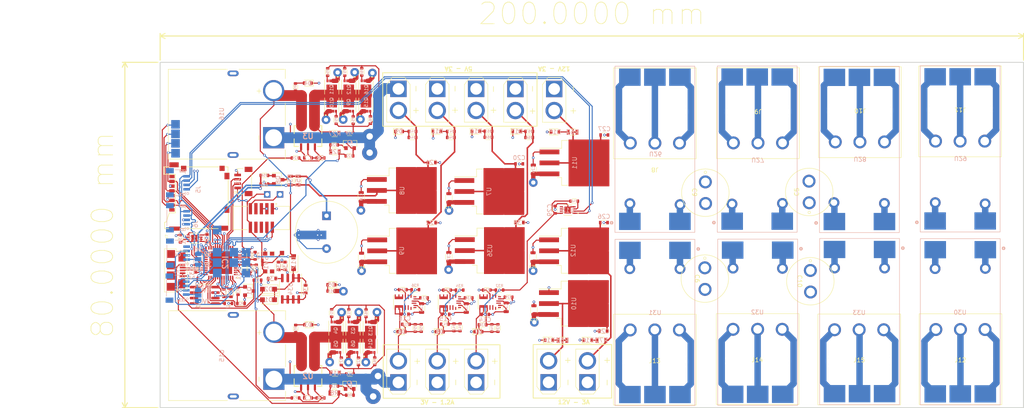
<source format=kicad_pcb>
(kicad_pcb (version 20211014) (generator pcbnew)
  (layers (0 "F.Cu" signal) (1 "In1.Cu" signal) (2 "In2.Cu" signal) (31 "B.Cu" signal) (34 "B.Paste" user) (35 "F.Paste" user) (36 "B.SilkS" user "B.Silkscreen") (37 "F.SilkS" user "F.Silkscreen") (38 "B.Mask" user) (39 "F.Mask" user) (44 "Edge.Cuts" user))
  (net 0 "")
  (net 1 "3-3V_1")
  (net 2 "GND")
  (net 3 "Net-(C2-Pad1)")
  (net 4 "GNDD")
  (net 5 "+3V3")
  (net 6 "Net-(C4-Pad2)")
  (net 7 "+BATT")
  (net 8 "Net-(C8-Pad2)")
  (net 9 "3-3V_2")
  (net 10 "3-3V_3")
  (net 11 "5V_3")
  (net 12 "+5V")
  (net 13 "5V_2")
  (net 14 "12V_3")
  (net 15 "12V_2")
  (net 16 "+12V")
  (net 17 "VUSB")
  (net 18 "Net-(D3-Pad2)")
  (net 19 "Net-(D4-Pad2)")
  (net 20 "Net-(D5-Pad2)")
  (net 21 "Net-(Q13-Pad3)")
  (net 22 "Net-(D7-Pad2)")
  (net 23 "Net-(D8-Pad2)")
  (net 24 "Net-(D9-Pad2)")
  (net 25 "Net-(D10-Pad2)")
  (net 26 "/processor/FLASH_CS")
  (net 27 "/processor/FLASH_MISO")
  (net 28 "/processor/FLASH_MOSI")
  (net 29 "/processor/FLASH_SCK")
  (net 32 "/batt_ctl/BATT_2_CURR")
  (net 34 "/batt_ctl/BATT_1_VSENSE")
  (net 35 "/batt_ctl/BATT_1_CURR")
  (net 36 "/batt_ctl/BATT_2_VSENSE")
  (net 37 "/A0_SENSE")
  (net 42 "/SERIAL1_TX")
  (net 43 "/SERIAL1_RX")
  (net 44 "/MOSI")
  (net 45 "/SCK")
  (net 46 "/MISO")
  (net 48 "/SD_CS")
  (net 50 "/BUZZER")
  (net 51 "/batt_ctl/BATT_1_CTL")
  (net 52 "/batt_ctl/BATT_2_CTL")
  (net 56 "/SDA")
  (net 57 "/SCL")
  (net 58 "/USB_D-")
  (net 59 "/USB_D+")
  (net 60 "/~{RESET_RAW}")
  (net 62 "/SWCLK")
  (net 63 "/SWDIO")
  (net 64 "/A5_SENSE")
  (net 65 "/RESET")
  (net 68 "Net-(P1-Pad1)")
  (net 69 "Net-(Q1-Pad1)")
  (net 70 "Net-(Q2-Pad1)")
  (net 71 "Net-(Q2-Pad3)")
  (net 72 "Net-(Q3-Pad2)")
  (net 73 "Net-(J3-Pad1)")
  (net 75 "Net-(J4-Pad1)")
  (net 76 "Net-(Q5-Pad2)")
  (net 78 "Net-(Q8-Pad1)")
  (net 79 "Net-(Q8-Pad3)")
  (net 80 "Net-(R10-Pad2)")
  (net 81 "Net-(C34-Pad1)")
  (net 82 "Net-(R11-Pad1)")
  (net 83 "Net-(Q4-Pad2)")
  (net 84 "Net-(R29-Pad2)")
  (net 85 "Net-(R30-Pad2)")
  (net 86 "Net-(R31-Pad2)")
  (net 87 "Net-(R32-Pad2)")
  (net 88 "Net-(R34-Pad2)")
  (net 89 "Net-(R36-Pad2)")
  (net 90 "Net-(R48-Pad1)")
  (net 91 "Net-(R53-Pad1)")
  (net 128 "Net-(Q6-Pad2)")
  (net 129 "Net-(Q7-Pad1)")
  (net 130 "Net-(Q7-Pad3)")
  (net 131 "Net-(Q9-Pad2)")
  (net 132 "Net-(Q10-Pad3)")
  (net 133 "Net-(Q10-Pad2)")
  (net 134 "Net-(Q11-Pad2)")
  (net 135 "Net-(Q12-Pad2)")
  (net 136 "Net-(R25-Pad2)")
  (net 137 "Net-(R27-Pad1)")
  (net 138 "Net-(J8-Pad1)")
  (net 139 "Net-(J8-Pad2)")
  (net 140 "Net-(J8-Pad3)")
  (net 141 "Net-(J9-Pad1)")
  (net 142 "Net-(J9-Pad2)")
  (net 143 "Net-(J9-Pad3)")
  (net 144 "Net-(J10-Pad1)")
  (net 145 "Net-(J10-Pad2)")
  (net 146 "Net-(J10-Pad3)")
  (net 147 "Net-(J11-Pad1)")
  (net 148 "Net-(J11-Pad2)")
  (net 149 "Net-(J11-Pad3)")
  (net 150 "Net-(J12-Pad1)")
  (net 151 "Net-(J12-Pad2)")
  (net 152 "Net-(J12-Pad3)")
  (net 153 "Net-(J13-Pad1)")
  (net 154 "Net-(J13-Pad2)")
  (net 155 "Net-(J13-Pad3)")
  (net 156 "Net-(J14-Pad1)")
  (net 157 "Net-(J14-Pad2)")
  (net 158 "Net-(J14-Pad3)")
  (net 159 "Net-(J15-Pad1)")
  (net 160 "Net-(J15-Pad2)")
  (net 161 "Net-(J15-Pad3)")
  (net 162 "Net-(D6-Pad2)")
  (net 163 "Net-(D11-Pad2)")
  (net 164 "BATT_1_PWR")
  (net 165 "BATT_2_PWR")
  (net 166 "Net-(C33-Pad2)")
  (net 167 "Net-(Q13-Pad2)")
  (net 168 "Net-(Q14-Pad2)")
  (net 169 "Net-(Q15-Pad2)")
  (net 170 "Net-(Q16-Pad2)")
  (net 171 "5V_4")
  (net 172 "Net-(D13-Pad2)")
  (net 173 "Net-(D14-Pad2)")
  (net 174 "Net-(D15-Pad2)")
  (net 175 "Net-(D16-Pad2)")
  (footprint "5_Connectors_AMASS:AMASS_XT30U-F_1x02_P5.0mm_Vertical" (layer "F.Cu") (at 223.2 106.15 -90)
    (fp_text reference "U22" hide)
    (fp_text value "XT90PW-M")
  )
  (footprint "2_Passives_Capacitors_SMD_IPC:C_1608_603_B" (layer "F.Cu") (at 212.955 137.17)
    (fp_text reference "C22")
    (fp_text value "10uF")
  )
  (footprint "2_Passives_Resistors_SMD_IPC:R_1608_603_B" (layer "F.Cu") (at 170.85 147.75 -90)
    (fp_text reference "R18")
    (fp_text value "4k7")
  )
  (footprint "2_Passives_Capacitors_SMD_IPC:C_1608_603_B" (layer "F.Cu") (at 241.5 134.1375 -90)
    (fp_text reference "C29")
    (fp_text value "0.1uF")
  )
  (footprint "1_Semi_Discrete_Diodes_SMD:D_0603" (layer "F.Cu") (at 249.05 164.375)
    (fp_text reference "D16")
    (fp_text value "LED")
  )
  (footprint "1_Semi_Discrete_Diodes_SMD:D_0603" (layer "F.Cu") (at 241.45 116.125)
    (fp_text reference "D15")
    (fp_text value "LED")
  )
  (footprint "2_Passives_Resistors_SMD_IPC:R_2012_805_B" (layer "F.Cu") (at 180.15 127.4 90)
    (fp_text reference "R51")
    (fp_text value "500")
  )
  (footprint "1_Semi_Discrete_Diodes_SMD:D_SOD-123F" (layer "F.Cu") (at 175.1 155 180)
    (fp_text reference "D2")
    (fp_text value "D_Schottky")
  )
  (footprint "2_Passives_Resistors_SMD_IPC:R_1608_603_B" (layer "F.Cu") (at 165.8 155.85 180)
    (fp_text reference "R1")
    (fp_text value "10k")
  )
  (footprint "2_Passives_Resistors_SMD_IPC:R_1608_603_B" (layer "F.Cu") (at 208.45 116.01 180)
    (fp_text reference "R45")
    (fp_text value "300")
  )
  (footprint "2_Passives_Capacitors_SMD_IPC:C_1608_603_B" (layer "F.Cu") (at 233.17 123.52)
    (fp_text reference "C20")
    (fp_text value "10uF")
  )
  (footprint "5_Connectors_AMASS:AMASS_XT30U-F_1x02_P5.0mm_Vertical" (layer "F.Cu") (at 232.3 106.17 -90)
    (fp_text reference "U35" hide)
    (fp_text value "XT90PW-M")
  )
  (footprint "2_Passives_Resistors_SMD_IPC:R_2012_805_B" (layer "F.Cu") (at 190.5 120.725 180)
    (fp_text reference "R25")
    (fp_text value "500")
  )
  (footprint "2_Passives_Capacitors_SMD_IPC:C_1608_603_B" (layer "F.Cu") (at 225.29 158.4)
    (fp_text reference "C14")
    (fp_text value "10uF")
  )
  (footprint "2_Passives_Resistors_SMD_IPC:R_1608_603_B" (layer "F.Cu") (at 235.49 117.41 180)
    (fp_text reference "R66")
    (fp_text value "300")
  )
  (footprint "2_Passives_Capacitors_SMD_IPC:C_1608_603_B" (layer "F.Cu") (at 158.2 147.8 90)
    (fp_text reference "C32")
    (fp_text value "10uF")
  )
  (footprint "2_Passives_Capacitors_SMD_IPC:C_2012_805_B" (layer "F.Cu") (at 216.88 145.06 90)
    (fp_text reference "C37")
    (fp_text value "10uF")
  )
  (footprint "5_Connectors_misc:header_01x01_tht" (layer "F.Cu") (at 174.8 130.6)
    (fp_text reference "P2" hide)
    (fp_text value "CONN_1" hide)
  )
  (footprint "5_Connectors_AMASS:AMASS_XT30U-F_1x02_P5.0mm_Vertical" (layer "F.Cu") (at 223.2 174.15 90)
    (fp_text reference "U17" hide)
    (fp_text value "XT90PW-M")
  )
  (footprint "2_Passives_Resistors_SMD_IPC:R_2012_805_B" (layer "F.Cu") (at 245.55 116.15)
    (fp_text reference "R69")
    (fp_text value "500")
  )
  (footprint "2_Passives_Capacitors_SMD_IPC:C_2012_805_B" (layer "F.Cu") (at 196.655 145.22 90)
    (fp_text reference "C19")
    (fp_text value "10uF")
  )
  (footprint "2_Passives_Resistors_SMD_IPC:R_1608_603_B" (layer "F.Cu") (at 209.085 161.54 -90)
    (fp_text reference "R59")
    (fp_text value "300")
  )
  (footprint "5_Connectors_misc:Stemma_QT_V" (layer "F.Cu") (at 167.95 127.6 90)
    (fp_text reference "J1")
    (fp_text value "header_01x04")
  )
  (footprint "2_Passives_Capacitors_SMD_IPC:C_2012_805_B" (layer "F.Cu") (at 236.375 145.11 90)
    (fp_text reference "C25")
    (fp_text value "10uF")
  )
  (footprint "1_Semi_TO_SOT:SOT-23" (layer "F.Cu") (at 170.675 152.975)
    (fp_text reference "Q1")
    (fp_text value "BC847")
  )
  (footprint "1_Semi_TO_SOT:TO-263-3_TabPin2" (layer "F.Cu") (at 245.875 143.66)
    (fp_text reference "U12")
    (fp_text value "LM1085-3.0")
  )
  (footprint "5_Connectors_AMASS:AMASS_XT30U-F_1x02_P5.0mm_Vertical" (layer "F.Cu") (at 205.2 106.15 -90)
    (fp_text reference "U20" hide)
    (fp_text value "XT90PW-M")
  )
  (footprint "1_Semi_TO_SOT:VDFN-8" (layer "F.Cu") (at 189.75 109.8875 90)
    (fp_text reference "Q10")
    (fp_text value "PMOS_SGD")
  )
  (footprint "2_Passives_Resistors_SMD_IPC:R_1608_603_B" (layer "F.Cu") (at 193.875 116.425 180)
    (fp_text reference "R28")
    (fp_text value "1k")
  )
  (footprint "1_Semi_TO_SOT:VDFN-8" (layer "F.Cu") (at 198.675 161.6 -90)
    (fp_text reference "Q13")
    (fp_text value "PMOS_SGD")
  )
  (footprint "2_Passives_Resistors_SMD_IPC:R_1608_603_B" (layer "F.Cu") (at 208.45 117.41 180)
    (fp_text reference "R44")
    (fp_text value "300")
  )
  (footprint "2_Passives_Resistors_SMD_IPC:R_1608_603_B" (layer "F.Cu") (at 190.35 175 180)
    (fp_text reference "R10")
    (fp_text value "4k7")
  )
  (footprint "5_Connectors_Molex:MegaF_RAH_Single_3x5.7mm" (layer "F.Cu") (at 312.105 122.43 180)
    (fp_text reference "J10")
    (fp_text value "header_01x03")
  )
  (footprint "2_Passives_Resistors_SMD_IPC:R_1608_603_B" (layer "F.Cu") (at 190.775 113.375 -90)
    (fp_text reference "R55")
    (fp_text value "1k")
  )
  (footprint "1_Semi_TO_SOT:7-LR-PSOF" (layer "F.Cu") (at 184.25 172.7)
    (fp_text reference "U2")
    (fp_text value "ACS781" hide)
  )
  (footprint "2_Passives_Resistors_SMD_IPC:R_1608_603_B" (layer "F.Cu") (at 181.35 177.75)
    (fp_text reference "R7")
    (fp_text value "4k7")
  )
  (footprint "1_Semi_Discrete_Diodes_SMD:D_0603" (layer "F.Cu") (at 205.35 116.01)
    (fp_text reference "D9")
    (fp_text value "LED")
  )
  (footprint "2_Passives_Resistors_SMD_IPC:R_1608_603_B" (layer "F.Cu") (at 193.975 172.2 180)
    (fp_text reference "R12")
    (fp_text value "1k")
  )
  (footprint "2_Passives_Capacitors_SMD_IPC:C_1608_603_B" (layer "F.Cu") (at 252.675 162.275 180)
    (fp_text reference "C28")
    (fp_text value "10uF")
  )
  (footprint "1_Semi_TO_SOT:TO-263-3_TabPin2" (layer "F.Cu") (at 226.245 129.92)
    (fp_text reference "U7")
    (fp_text value "LM1085-5.0")
  )
  (footprint "2_Passives_Resistors_SMD_IPC:R_1608_603_B" (layer "F.Cu") (at 172 144.8 -90)
    (fp_text reference "R19")
    (fp_text value "22k")
  )
  (footprint "2_Passives_Capacitors_SMD_IPC:C_1608_603_B" (layer "F.Cu") (at 164.775 153.475 -90)
    (fp_text reference "C2")
    (fp_text value "1uF")
  )
  (footprint "5_Connectors_misc:header_01x01_tht" (layer "F.Cu") (at 177.775 130.6)
    (fp_text reference "P1" hide)
    (fp_text value "CONN_1" hide)
  )
  (footprint "2_Passives_Capacitors_SMD_IPC:C_1608_603_B" (layer "F.Cu") (at 183.725 152.525 90)
    (fp_text reference "C33")
    (fp_text value "1uF")
  )
  (footprint "2_Passives_Capacitors_SMD_IPC:C_1608_603_B" (layer "F.Cu") (at 175.9 150.1 180)
    (fp_text reference "C34")
    (fp_text value "100pF")
  )
  (footprint "2_Passives_Resistors_SMD_IPC:R_2012_805_B" (layer "F.Cu") (at 243.2 164.375)
    (fp_text reference "R68")
    (fp_text value "500")
  )
  (footprint "1_Semi_TO_SOT:VDFN-8" (layer "F.Cu") (at 198.65 165.765 90)
    (fp_text reference "Q14")
    (fp_text value "PMOS_SGD")
  )
  (footprint "1_Semi_Discrete_Diodes_SMD:D_0603" (layer "F.Cu") (at 240.031 164.353)
    (fp_text reference "D14")
    (fp_text value "LED")
  )
  (footprint "2_Passives_Resistors_SMD_IPC:R_1608_603_B" (layer "F.Cu") (at 199.7 169.25 -90)
    (fp_text reference "R63")
    (fp_text value "1k")
  )
  (footprint "1_Semi_TO_SOT:SOT-23" (layer "F.Cu") (at 194 118.875 90)
    (fp_text reference "Q7")
    (fp_text value "BC847")
  )
  (footprint "5_Connectors_AMASS:AMASS_XT30U-F_1x02_P5.0mm_Vertical" (layer "F.Cu") (at 239.99 174.13 90)
    (fp_text reference "U23" hide)
    (fp_text value "XT90PW-M")
  )
  (footprint "2_Passives_Resistors_SMD_IPC:R_1608_603_B" (layer "F.Cu") (at 192.75 102.225 90)
    (fp_text reference "R57")
    (fp_text value "1k")
  )
  (footprint "2_Passives_Resistors_SMD_IPC:R_1608_603_B" (layer "F.Cu") (at 226.05 117.36 180)
    (fp_text reference "R60")
    (fp_text value "300")
  )
  (footprint "0_misc:THT_470uF_Cap" (layer "F.Cu") (at 300.36 130.03 90)
    (fp_text reference "C5")
    (fp_text value "470uF")
  )
  (footprint "2_Passives_Capacitors_SMD_IPC:C_2012_805_B" (layer "F.Cu") (at 196.58 131.18 90)
    (fp_text reference "C18")
    (fp_text value "10uF")
  )
  (footprint "2_Passives_Capacitors_SMD_IPC:C_1608_603_B" (layer "F.Cu") (at 233.27 137.12)
    (fp_text reference "C38")
    (fp_text value "10uF")
  )
  (footprint "5_Connectors_AMASS:AMASS_XT30U-F_1x02_P5.0mm_Vertical" (layer "F.Cu") (at 214.2 174.15 90)
    (fp_text reference "U18" hide)
    (fp_text value "XT90PW-M")
  )
  (footprint "2_Passives_Resistors_SMD_IPC:R_1608_603_B" (layer "F.Cu") (at 172.55 150.45 180)
    (fp_text reference "R4")
    (fp_text value "1k")
  )
  (footprint "2_Passives_Resistors_SMD_IPC:R_1608_603_B" (layer "F.Cu") (at 170.6 144.8 90)
    (fp_text reference "R20")
    (fp_text value "4k7")
  )
  (footprint "5_Connectors_Molex:MegaF_RAH_Single_3x5.7mm" (layer "F.Cu") (at 335.385 157.895)
    (fp_text reference "J12")
    (fp_text value "header_01x03")
  )
  (footprint "5_Connectors_misc:ARM-SWD-10" (layer "F.Cu") (at 178.875 136.060039 -90)
    (fp_text reference "U1")
    (fp_text value "ARM-SWD-10")
  )
  (footprint "2_Passives_Resistors_SMD_IPC:R_1608_603_B" (layer "F.Cu") (at 228.61 152.745 180)
    (fp_text reference "R32")
    (fp_text value "102k")
  )
  (footprint "2_Passives_Resistors_SMD_IPC:R_1608_603_B" (layer "F.Cu") (at 194.725 113.4 -90)
    (fp_text reference "R54")
    (fp_text value "1k")
  )
  (footprint "2_Passives_Resistors_SMD_IPC:R_2012_805_B" (layer "F.Cu") (at 190.425 116.475 180)
    (fp_text reference "R27")
    (fp_text value "500")
  )
  (footprint "2_Passives_Resistors_SMD_IPC:R_1608_603_B" (layer "F.Cu") (at 189.65 152.98 180)
    (fp_text reference "R15")
    (fp_text value "470")
  )
  (footprint "2_Passives_Resistors_SMD_IPC:R_1608_603_B" (layer "F.Cu") (at 190.3 119.125 180)
    (fp_text reference "R26")
    (fp_text value "4k7")
  )
  (footprint "2_Passives_Resistors_SMD_IPC:R_1608_603_B" (layer "F.Cu") (at 226.05 115.96 180)
    (fp_text reference "R61")
    (fp_text value "300")
  )
  (footprint "1_Semi_TO_SOT:TO-263-3_TabPin2" (layer "F.Cu") (at 245.84 155.885)
    (fp_text reference "U10")
    (fp_text value "LM1085-3.0")
  )
  (footprint "2_Passives_Capacitors_SMD_IPC:C_1608_603_B" (layer "F.Cu") (at 252.89 116.83)
    (fp_text reference "C27")
    (fp_text value "10uF")
  )
  (footprint "2_Passives_Capacitors_SMD_IPC:C_1608_603_B" (layer "F.Cu") (at 187.15 177.75)
    (fp_text reference "C4")
    (fp_text value "1uF")
  )
  (footprint "2_Passives_Resistors_SMD_IPC:R_1608_603_B" (layer "F.Cu") (at 235.5 115.99 180)
    (fp_text reference "R67")
    (fp_text value "300")
  )
  (footprint "1_Semi_TO_SOT:7-LR-PSOF" (layer "F.Cu") (at 184.25 117.125)
    (fp_text reference "U3")
    (fp_text value "ACS781" hide)
  )
  (footprint "2_Passives_Resistors_SMD_IPC:R_1608_603_B" (layer "F.Cu") (at 168.05 152.975 -90)
    (fp_text reference "R3")
    (fp_text value "1k")
  )
  (footprint "2_Passives_Resistors_SMD_IPC:R_1608_603_B" (layer "F.Cu") (at 216.465 152.76 180)
    (fp_text reference "R35")
    (fp_text value "32.4k")
  )
  (footprint "2_Passives_Resistors_SMD_IPC:R_1608_603_B" (layer "F.Cu") (at 211.115 154.56 180)
    (fp_text reference "R31")
    (fp_text value "75k")
  )
  (footprint "0_misc:THT_470uF_Cap" (layer "F.Cu") (at 300.62 150.71 -90)
    (fp_text reference "C10")
    (fp_text value "470uF")
  )
  (footprint "3_Electromechanical_Buttons_Switches_SMD:KMR243GLFG" (layer "F.Cu") (at 173.7 146.375 90)
    (fp_text reference "SW1")
    (fp_text value "SW_Push")
  )
  (footprint "5_Connectors_AMASS:AMASS_XT90PW-M_Horizontal" (layer "F.Cu") (at 164.25 112 90)
    (fp_text reference "U16")
    (fp_text value "XT90PW-M")
  )
  (footprint "2_Passives_Resistors_SMD_IPC:R_1608_603_B" (layer "F.Cu") (at 217.35 117.41 180)
    (fp_text reference "R46")
    (fp_text value "300")
  )
  (footprint "2_Passives_Resistors_SMD_IPC:R_1608_603_B" (layer "F.Cu") (at 245.92 132.1675 180)
    (fp_text reference "R48")
    (fp_text value "10k")
  )
  (footprint "2_Passives_Capacitors_SMD_IPC:C_1608_603_B" (layer "F.Cu") (at 184.25 122.15 180)
    (fp_text reference "C7")
    (fp_text value "0.1uF")
  )
  (footprint "2_Passives_Resistors_SMD_IPC:R_1608_603_B" (layer "F.Cu") (at 174.15 126.2 180)
    (fp_text reference "R50")
    (fp_text value "1k")
  )
  (footprint "2_Passives_Resistors_SMD_IPC:R_1608_603_B" (layer "F.Cu") (at 206.215 152.65825 180)
    (fp_text reference "R37")
    (fp_text value "32.4k")
  )
  (footprint "2_Passives_Capacitors_SMD_IPC:C_1608_603_B" (layer "F.Cu") (at 252.8 137.12)
    (fp_text reference "C26")
    (fp_text value "10uF")
  )
  (footprint "2_Passives_Resistors_SMD_IPC:R_1608_603_B" (layer "F.Cu") (at 198.7 113.375 -90)
    (fp_text reference "R64")
    (fp_text value "1k")
  )
  (footprint "2_Passives_Capacitors_SMD_IPC:C_2012_805_B" (layer "F.Cu") (at 236.44 124.81 90)
    (fp_text reference "C24")
    (fp_text value "10uF")
  )
  (footprint "2_Passives_Resistors_SMD_IPC:R_1608_603_B" (layer "F.Cu") (at 196.7 102.2 90)
    (fp_text reference "R65")
    (fp_text value "1k")
  )
  (footprint "2_Passives_Resistors_SMD_IPC:R_1608_603_B" (layer "F.Cu") (at 188.8 102.25 90)
    (fp_text reference "R56")
    (fp_text value "1k")
  )
  (footprint "5_Connectors_Molex:MegaF_RAH_Single_3x5.7mm" (layer "F.Cu") (at 264.585 157.995)
    (fp_text reference "J13")
    (fp_text value "header_01x03")
  )
  (footprint "0_misc:test_point_1.0mm_square" (layer "F.Cu") (at 178.225 144.175)
    (fp_text reference "TP1")
    (fp_text value "TEST" hide)
  )
  (footprint "1_Semi_TO_SOT:VDFN-8" (layer "F.Cu") (at 197.675 109.9 90)
    (fp_text reference "Q15")
    (fp_text value "PMOS_SGD")
  )
  (footprint "2_Passives_Resistors_SMD_IPC:R_2012_805_B" (layer "F.Cu") (at 190.35 176.6 180)
    (fp_text reference "R8")
    (fp_text value "500")
  )
  (footprint "2_Passives_Resistors_SMD_IPC:R_1608_603_B" (layer "F.Cu") (at 191.975 169.275 -90)
    (fp_text reference "R21")
    (fp_text value "1k")
  )
  (footprint "2_Passives_Resistors_SMD_IPC:R_1608_603_B" (layer "F.Cu") (at 230.71 154.395 180)
    (fp_text reference "R29")
    (fp_text value "75k")
  )
  (footprint "1_Semi_QFN:QFN50P700X700X90-49N-D" (layer "F.Cu") (at 164.05 146.4 180)
    (fp_text reference "IC2")
    (fp_text value "ATSAMD21G18A-MUT" hide)
  )
  (footprint "0_misc:THT_470uF_Cap" (layer "F.Cu") (at 276.3 130.2 -90)
    (fp_text reference "C9")
    (fp_text value "470uF")
  )
  (footprint "2_Passives_Resistors_SMD_IPC:R_1608_603_B" (layer "F.Cu") (at 189.725 158.075 90)
    (fp_text reference "R14")
    (fp_text value "1k")
  )
  (footprint "1_Semi_TO_SOT:TO-263-3_TabPin2" (layer "F.Cu") (at 245.96 123.3)
    (fp_text reference "U11")
    (fp_text value "LM1085-3.0")
  )
  (footprint "5_Connectors_Molex:MegaF_RAH_Single_3x5.7mm" (layer "F.Cu") (at 311.925 157.95)
    (fp_text reference "J15")
    (fp_text value "header_01x03")
  )
  (footprint "1_Semi_TO_SOT:SOT-23" (layer "F.Cu") (at 193.9 174.65 90)
    (fp_text reference "Q2")
    (fp_text value "BC847")
  )
  (footprint "1_Semi_TO_SOT:VDFN-8" (layer "F.Cu") (at 193.7 105.7125 -90)
    (fp_text reference "Q12")
    (fp_text value "PMOS_SGD")
  )
  (footprint "1_Semi_Misc:PCT2075TP_147" (layer "F.Cu") (at 244.43 134.216428 180)
    (fp_text reference "U13")
    (fp_text value "PCT2075" hide)
  )
  (footprint "2_Passives_Capacitors_SMD_IPC:C_2012_805_B" (layer "F.Cu") (at 216.895 131.42 90)
    (fp_text reference "C17")
    (fp_text value "10uF")
  )
  (footprint "2_Passives_Capacitors_SMD_IPC:C_1608_603_B" (layer "F.Cu") (at 166.425 153.475 -90)
    (fp_text reference "C1")
    (fp_text value "10uF")
  )
  (footprint "1_Semi_Misc:SOIC-8_3.9x4.9mm_P1.27mm" (layer "F.Cu") (at 160.325 153.975 180)
    (fp_text reference "IC1")
    (fp_text value "GD25Q16CWIGR")
  )
  (footprint "2_Passives_Resistors_SMD_IPC:R_1608_603_B" (layer "F.Cu") (at 219.47 161.4 -90)
    (fp_text reference "R43")
    (fp_text value "300")
  )
  (footprint "2_Passives_Capacitors_SMD_IPC:C_1608_603_B" (layer "F.Cu") (at 216.115 158.36)
    (fp_text reference "C15")
    (fp_text value "10uF")
  )
  (footprint "2_Passives_Capacitors_SMD_IPC:C_2012_805_B" (layer "F.Cu") (at 210.565 156.91 -90)
    (fp_text reference "C13")
    (fp_text value "10uF")
  )
  (footprint "1_Semi_Discrete_Diodes_SMD:D_0603" (layer "F.Cu") (at 232.54 116)
    (fp_text reference "D13")
    (fp_text value "LED")
  )
  (footprint "2_Passives_Resistors_SMD_IPC:R_1608_603_B" (layer "F.Cu") (at 218.07 161.4 -90)
    (fp_text reference "R42")
    (fp_text value "300")
  )
  (footprint "2_Passives_Resistors_SMD_IPC:R_1608_603_B" (layer "F.Cu") (at 193.85 121.675 180)
    (fp_text reference "R23")
    (fp_text value "10k")
  )
  (footprint "2_Passives_Resistors_SMD_IPC:R_1608_603_B" (layer "F.Cu") (at 193.7 158.1 90)
    (fp_text reference "R13")
    (fp_text value "1k")
  )
  (footprint "2_Passives_Capacitors_SMD_IPC:C_1608_603_B" (layer "F.Cu") (at 177.475 147.15 90)
    (fp_text reference "C35")
    (fp_text value "1uF")
  )
  (footprint "2_Passives_Resistors_SMD_IPC:R_1608_603_B" (layer "F.Cu") (at 217.35 116.01 180)
    (fp_text reference "R47")
    (fp_text value "300")
  )
  (footprint "0_misc:THT_470uF_Cap" (layer "F.Cu") (at 276.175 150.1 -90)
    (fp_text reference "C6")
    (fp_text value "470uF")
  )
  (footprint "1_Semi_TO_SOT:VDFN-8" (layer "F.Cu") (at 194.675 161.5875 -90)
    (fp_text reference "Q3")
    (fp_text value "PMOS_SGD")
  )
  (footprint "1_Semi_QFN:20-PowerLQFN" (layer "F.Cu") (at 226.16 155.545 -90)
    (fp_text reference "U4")
    (fp_text value "MPM3610")
  )
  (footprint "2_Passives_Capacitors_SMD_IPC:C_1608_603_B" (layer "F.Cu") (at 212.9 123.215)
    (fp_text reference "C21")
    (fp_text value "10uF")
  )
  (footprint "5_Connectors_AMASS:AMASS_XT30U-F_1x02_P5.0mm_Vertical" (layer "F.Cu") (at 241.28 106.17 -90)
    (fp_text reference "U24" hide)
    (fp_text value "XT90PW-M")
  )
  (footprint "1_Semi_Discrete_Diodes_SMD:D_0603" (layer "F.Cu") (at 214.1 116.01)
    (fp_text reference "D10")
    (fp_text value "LED")
  )
  (footprint "1_Semi_TO_SOT:SOT-23" (layer "F.Cu") (at 177.35 127.2)
    (fp_text reference "Q8")
    (fp_text value "BC847")
  )
  (footprint "2_Passives_Resistors_SMD_IPC:R_1608_603_B" (layer "F.Cu") (at 209.115 152.65825 180)
    (fp_text reference "R36")
    (fp_text value "102k")
  )
  (footprint "2_Passives_Resistors_SMD_IPC:R_1608_603_B" (layer "F.Cu") (at 197.7 158.125 90)
    (fp_text reference "R62")
    (fp_text value "1k")
  )
  (footprint "1_Semi_Discrete_Diodes_SMD:D_0603" (layer "F.Cu") (at 205.925 162.39)
    (fp_text reference "D6")
    (fp_text value "LED")
  )
  (footprint "5_Connectors_AMASS:AMASS_XT30U-F_1x02_P5.0mm_Vertical" (layer "F.Cu") (at 248.99 174.14 90)
    (fp_text reference "U25" hide)
    (fp_text value "XT90PW-M")
  )
  (footprint "1_Semi_Discrete_Diodes_SMD:D_SOD-123F" (layer "F.Cu") (at 175.1 152.55 180)
    (fp_text reference "D1")
    (fp_text value "D_Schottky")
  )
  (footprint "2_Passives_Resistors_SMD_IPC:R_2012_805_B" (layer "F.Cu") (at 190.525 172 180)
    (fp_text reference "R11")
    (fp_text value "500")
  )
  (footprint "1_Semi_Discrete_Diodes_SMD:D_0603" (layer "F.Cu") (at 184.3 160.8 180)
    (fp_text reference "D3")
    (fp_text value "LED")
  )
  (footprint "2_Passives_Capacitors_SMD_IPC:C_1608_603_B" (layer "F.Cu") (at 206.67 158.34)
    (fp_text reference "C16")
    (fp_text value "10uF")
  )
  (footprint "2_Passives_Resistors_SMD_IPC:R_1608_603_B" (layer "F.Cu") (at 168.725 155.875 180)
    (fp_text reference "R2")
    (fp_text value "10k")
  )
  (footprint "2_Passives_Resistors_SMD_IPC:R_1608_603_B" (layer "F.Cu") (at 226.84 161.55 -90)
    (fp_text reference "R40")
    (fp_text value "300")
  )
  (footprint "1_Semi_QFN:20-PowerLQFN" (layer "F.Cu") (at 206.565 155.56 -90)
    (fp_text reference "U6")
    (fp_text value "MPM3610")
  )
  (footprint "2_Passives_Capacitors_SMD_IPC:C_1608_603_B" (layer "F.Cu") (at 178.975 147.15 90)
    (fp_text reference "C36")
    (fp_text value "10uF")
  )
  (footprint "2_Passives_Resistors_SMD_IPC:R_1608_603_B" (layer "F.Cu") (at 172.275 147.75 90)
    (fp_text reference "R17")
    (fp_text value "22k")
  )
  (footprint "2_Passives_Resistors_SMD_IPC:R_2012_805_B" (layer "F.Cu") (at 181.95 127.4 90)
    (fp_text reference "R52")
    (fp_text value "500")
  )
  (footprint "2_Passives_Resistors_SMD_IPC:R_2012_805_B" (layer "F.Cu") (at 252.225 164.375)
    (fp_text reference "R70")
    (fp_text value "500")
  )
  (footprint "5_Connectors_Molex:uSDCard_SD_503182_011" (layer "F.Cu") (at 152.1 139 90)
    (fp_text reference "J7")
    (fp_text value "uSDCard" hide)
  )
  (footprint "1_Semi_Discrete_Diodes_SMD:D_0603" (layer "F.Cu") (at 223.725 162.4)
    (fp_text reference "D7")
    (fp_text value "LED")
  )
  (footprint "1_Semi_Misc:PCT2075TP_147" (layer "F.Cu") (at 158 140.75)
    (fp_text reference "U14")
    (fp_text value "PCT2075" hide)
  )
  (footprint "1_Semi_TO_SOT:VDFN-8" (layer "F.Cu") (at 190.725 161.5875 -90)
    (fp_text reference "Q4")
    (fp_text value "PMOS_SGD")
  )
  (footprint "1_Semi_Discrete_Diodes_SMD:D_0603" (layer "F.Cu") (at 223.1 115.96)
    (fp_text reference "D11")
    (fp_text value "LED")
  )
  (footprint "1_Semi_TO_SOT:VDFN-8" (layer "F.Cu") (at 194.675 165.7525 90)
    (fp_text reference "Q6")
    (fp_text value "PMOS_SGD")
  )
  (footprint "5_Connectors_Molex:MegaF_RAH_Single_3x5.7mm" (layer "F.Cu") (at 288.49 122.655 180)
    (fp_text reference "J9")
    (fp_text value "header_01x03")
  )
  (footprint "2_Passives_Capacitors_SMD_IPC:C_1608_603_B" (layer "F.Cu") (at 160.9 140.75 90)
    (fp_text reference "C30")
    (fp_text value "0.1uF")
  )
  (footprint "2_Passives_Resistors_SMD_IPC:R_1608_603_B" (layer "F.Cu") (at 195.95 169.275 -90)
    (fp_text reference "R22")
    (fp_text value "1k")
  )
  (footprint "2_Passives_Capacitors_SMD_IPC:C_2012_805_B" (layer "F.Cu") (at 236.59 157.385 90)
    (fp_text reference "C23")
    (fp_text value "10uF")
  )
  (footprint "2_Passives_Resistors_SMD_IPC:R_1608_603_B" (layer "F.Cu") (at 181.35 122.1625)
    (fp_text reference "R24")
    (fp_text value "4k7")
  )
  (footprint "2_Passives_Resistors_SMD_IPC:R_1608_603_B" (layer "F.Cu") (at 154.7 140.85 90)
    (fp_text reference "R53")
    (fp_text value "10k")
  )
  (footprint "1_Semi_Discrete_Diodes_SMD:D_0603" (layer "F.Cu") (at 189.65 151.53 180)
    (fp_text reference "D5")
    (fp_text value "LED")
  )
  (footprint "5_Connectors_Molex:MegaF_RAH_Single_3x5.7mm" (layer "F.Cu") (at 264.615 122.705 180)
    (fp_text reference "J8")
    (fp_text value "header_01x03")
  )
  (footprint "2_Passives_Resistors_SMD_IPC:R_1608_603_B" (layer "F.Cu") (at 221.465 154.56 180)
    (fp_text reference "R30")
    (fp_text value "75k")
  )
  (footprint "5_Connectors_AMASS:AMASS_XT90PW-M_Horizontal" (layer "F.Cu") (at 164.31 167.94 90)
    (fp_text reference "U15")
    (fp_text value "XT90PW-M")
  )
  (footprint "2_Passives_Resistors_SMD_IPC:R_1608_603_B" (layer "F.Cu") (at 174.15 128.2 180)
    (fp_text reference "R49")
    (fp_text value "10k")
  )
  (footprint "2_Passives_Capacitors_SMD_IPC:C_1608_603_B" (layer "F.Cu") (at 187.15 122.15)
    (fp_text reference "C8")
    (fp_text value "1uF")
  )
  (footprint "2_Passives_Capacitors_SMD_IPC:C_1608_603_B" (layer "F.Cu") (at 184.25 177.75 180)
    (fp_text reference "C3")
    (fp_text value "0.1uF")
  )
  (footprint "2_Passives_Capacitors_SMD_IPC:C_2012_805_B" (layer "F.Cu") (at 220.915 156.91 -90)
    (fp_text reference "C12")
    (fp_text value "10uF")
  )
  (footprint "2_Passives_Resistors_SMD_IPC:R_1608_603_B" (layer "F.Cu") (at 219.365 152.75825 180)
    (fp_text reference "R34")
    (fp_text value "102k")
  )
  (footprint "1_Semi_Discrete_Diodes_SMD:D_0603" (layer "F.Cu") (at 184.2 104.81 180)
    (fp_text reference "D4")
    (fp_text value "LED")
  )
  (footprint "5_Connectors_AMASS:AMASS_XT30U-F_1x02_P5.0mm_Vertical" (layer "F.Cu") (at 205.2 174.15 90)
    (fp_text reference "U19" hide)
    (fp_text value "XT90PW-M")
  )
  (footprint "1_Semi_TO_SOT:TO-263-3_TabPin2" (layer "F.Cu") (at 226.35 143.61)
    (fp_text reference "U36")
    (fp_text value "LM1085-5.0")
  )
  (footprint "5_Connectors_AMASS:AMASS_XT30U-F_1x02_P5.0mm_Vertical" (layer "F.Cu") (at 214.2 106.15 -90)
    (fp_text reference "U21" hide)
    (fp_text value "XT90PW-M")
  )
  (footprint "3_Electromechanical_Audio:13-9mm_Buzzer" (layer "F.Cu") (at 188.55 139.35 -90)
    (fp_text reference "SP1" hide)
    (fp_text value "buzzer")
  )
  (footprint "2_Passives_Resistors_SMD_IPC:R_1608_603_B" (layer "F.Cu") (at 225.66 152.745 180)
    (fp_text reference "R33")
    (fp_text value "32.4k")
  )
  (footprint "2_Passives_Resistors_SMD_IPC:R_1608_603_B" (layer "F.Cu") (at 224.69 160.8 180)
    (fp_text reference "R38")
    (fp_text value "300")
  )
  (footprint "5_Connectors_misc:amphenol_micro_usb_no_flange_10118192" (layer "F.Cu") (at 152.5 148.2 -90)
    (fp_text reference "J2")
    (fp_text value "USB_A" hide)
  )
  (footprint "1_Semi_Misc:SOIC-8_3.9x4.9mm_P1.27mm" (layer "F.Cu") (at 180.2 152.45 -90)
    (fp_text reference "U34")
    (fp_text value "AP2213-8_SOIC")
  )
  (footprint "2_Passives_Resistors_SMD_IPC:R_1608_603_B" (layer "F.Cu") (at 215.945 160.65 180)
    (fp_text reference "R41")
    (fp_text value "300")
  )
  (footprint "1_Semi_QFN:20-PowerLQFN" (layer "F.Cu") (at 216.915 155.55825 -90)
    (fp_text reference "U5")
    (fp_text value "MPM3610")
  )
  (footprint "1_Semi_Discrete_Diodes_SMD:D_0603" (layer "F.Cu") (at 214.775 162.4)
    (fp_text reference "D8")
    (fp_text value "LED")
  )
  (footprint "2_Passives_Resistors_SMD_IPC:R_1608_603_B" (layer "F.Cu") (at 193.95 177.1 180)
    (fp_text reference "R6")
    (fp_text value "10k")
  )
  (footprint "1_Semi_TO_SOT:VDFN-8" (layer "F.Cu") (at 197.675 105.7125 -90)
    (fp_text reference "Q16")
    (fp_text value "PMOS_SGD")
  )
  (footprint "1_Semi_TO_SOT:VDFN-8" (layer "F.Cu") (at 193.7 109.8875 90)
    (fp_text reference "Q9")
    (fp_text value "PMOS_SGD")
  )
  (footprint "2_Passives_Resistors_SMD_IPC:R_1608_603_B" (layer "F.Cu") (at 181.35 105.75 90)
    (fp_text reference "R9")
    (fp_text value "470")
  )
  (footprint "1_Semi_TO_SOT:TO-263-3_TabPin2" (layer "F.Cu") (at 205.98 129.68)
    (fp_text reference "U8")
    (fp_text value "LM1085-5.0")
  )
  (footprint "2_Passives_Resistors_SMD_IPC:R_1608_603_B" (layer "F.Cu") (at 210.485 161.54 -90)
    (fp_text reference "R58")
    (fp_text value "300")
  )
  (footprint "2_Passives_Capacitors_SMD_IPC:C_1608_603_B" (layer "F.Cu") (at 169.475 147.725 -90)
    (fp_text reference "C31")
    (fp_text value "10uF")
  )
  (footprint "5_Connectors_Molex:MegaF_RAH_Single_3x5.7mm" (layer "F.Cu") (at 288.404169 157.85)
    (fp_text reference "J14")
    (fp_text value "header_01x03")
  )
  (footprint "1_Semi_TO_SOT:VDFN-8" (layer "F.Cu") (at 189.75 105.725 -90)
    (fp_text reference "Q11")
    (fp_text value "PMOS_SGD")
  )
  (footprint "2_Passives_Resistors_SMD_IPC:R_1608_603_B" (layer "F.Cu") (at 206.935 160.69 180)
    (fp_text reference "R16")
    (fp_text value "300")
  )
  (footprint "5_Connectors_Molex:MegaF_RAH_Single_3x5.7mm" (layer "F.Cu") (at 335.320831 122.25 180)
    (fp_text reference "J11")
    (fp_text value "header_01x03")
  )
  (footprint "1_Semi_TO_SOT:VDFN-8" (layer "F.Cu") (at 190.725 165.765 90)
    (fp_text reference "Q5")
    (fp_text value "PMOS_SGD")
  )
  (footprint "2_Passives_Resistors_SMD_IPC:R_1608_603_B" (layer "F.Cu") (at 228.24 161.55 -90)
    (fp_text reference "R39")
    (fp_text value "300")
  )
  (footprint "2_Passives_Resistors_SMD_IPC:R_1608_603_B" (layer "F.Cu") (at 181.4 161.7 90)
    (fp_text reference "R5")
    (fp_text value "470")
  )
  (footprint "1_Semi_TO_SOT:TO-263-3_TabPin2" (layer "F.Cu") (at 206.055 143.67)
    (fp_text reference "U9")
    (fp_text value "LM1085-5.0")
  )
  (footprint "2_Passives_Capacitors_SMD_IPC:C_2012_805_B" (layer "F.Cu") (at 230.16 156.745 -90)
    (fp_text reference "C11")
    (fp_text value "10uF")
  )
  (footprint "1_Semi_Discrete_Diodes_SMD:D_SOD-123F" (layer "F.Cu") (at 180.925 146.4 90)
    (fp_text reference "D12")
    (fp_text value "D_Schottky")
  )
  (footprint "0_misc:test_point_2mm_square" (layer "B.Cu") (at 163.2 146.4 180)
    (fp_text reference "TP11" hide)
    (fp_text value "TEST" hide)
  )
  (footprint "5_Connectors_misc:Stemma_QT_2" (layer "B.Cu") (at 154.1 152.3 90)
    (fp_text reference "J4")
    (fp_text value "header_01x04")
  )
  (footprint "hot_swap_footprints:esc" (layer "B.Cu") (at 288.310831 120.105)
    (fp_text reference "U27")
    (fp_text value "ESC")
  )
  (footprint "hot_swap_footprints:esc" (layer "B.Cu") (at 288.419169 160.205 180)
    (fp_text reference "U32")
    (fp_text value "ESC")
  )
  (footprint "hot_swap_footprints:esc" (layer "B.Cu") (at 312.019169 160.055 180)
    (fp_text reference "U33")
    (fp_text value "ESC")
  )
  (footprint "hot_swap_footprints:esc" (layer "B.Cu") (at 264.620831 160.255 180)
    (fp_text reference "U31")
    (fp_text value "ESC")
  )
  (footprint "0_misc:SolderJumper-3_P1.3mm_Open_RoundedPad1.0x1.5mm_NumberLabels" (layer "B.Cu") (at 158.8 154 90)
    (fp_text reference "JP2" hide)
    (fp_text value "Jumper_NO_Dual")
  )
  (footprint "0_misc:test_point_2mm_square" (layer "B.Cu") (at 163.2 138.85 180)
    (fp_text reference "TP13" hide)
    (fp_text value "TEST" hide)
  )
  (footprint "0_NetTie:NetTie-2_SMD_Pad2.0mm" (layer "B.Cu") (at 184.3 140)
    (fp_text reference "NT1" hide)
    (fp_text value "net-tie" hide)
  )
  (footprint "hot_swap_footprints:esc" (layer "B.Cu") (at 335.326662 120.045)
    (fp_text reference "U29")
    (fp_text value "ESC")
  )
  (footprint "hot_swap_footprints:esc" (layer "B.Cu") (at 264.605831 120.145)
    (fp_text reference "U26")
    (fp_text value "ESC")
  )
  (footprint "0_misc:test_point_2mm_square" (layer "B.Cu") (at 153.56 116.57)
    (fp_text reference "TP5" hide)
    (fp_text value "TEST" hide)
  )
  (footprint "0_misc:test_point_2mm_square" (layer "B.Cu") (at 153.56 118.77)
    (fp_text reference "TP6" hide)
    (fp_text value "TEST" hide)
  )
  (footprint "0_misc:test_point_2mm_square" (layer "B.Cu") (at 169.875 146.4 180)
    (fp_text reference "TP4" hide)
    (fp_text value "TEST" hide)
  )
  (footprint "5_Connectors_misc:Stemma_QT_2" (layer "B.Cu") (at 154.2 144.2 90)
    (fp_text reference "J3")
    (fp_text value "header_01x04")
  )
  (footprint "hot_swap_footprints:esc" (layer "B.Cu") (at 335.35 160.1 180)
    (fp_text reference "U30")
    (fp_text value "ESC")
  )
  (footprint "0_misc:test_point_2mm_square" (layer "B.Cu") (at 169.875 148.8 180)
    (fp_text reference "TP7" hide)
    (fp_text value "TEST" hide)
  )
  (footprint "0_misc:test_point_2mm_square" (layer "B.Cu") (at 153.57 121.06)
    (fp_text reference "TP9" hide)
    (fp_text value "TEST" hide)
  )
  (footprint "0_misc:test_point_2mm_square" (layer "B.Cu") (at 167.05 144 180)
    (fp_text reference "TP12" hide)
    (fp_text value "TEST" hide)
  )
  (footprint "0_misc:test_point_2mm_square" (layer "B.Cu") (at 167.05 146.4 180)
    (fp_text reference "TP3" hide)
    (fp_text value "TEST" hide)
  )
  (footprint "0_misc:test_point_2mm_square" (layer "B.Cu") (at 163.2 144 180)
    (fp_text reference "TP14" hide)
    (fp_text value "TEST" hide)
  )
  (footprint "0_misc:test_point_2mm_square" (layer "B.Cu") (at 153.56 114.37)
    (fp_text reference "TP10" hide)
    (fp_text value "TEST" hide)
  )
  (footprint "hot_swap_footprints:esc" (layer "B.Cu") (at 311.988338 120.185)
    (fp_text reference "U28")
    (fp_text value "ESC")
  )
  (footprint "0_misc:test_point_2mm_square" (layer "B.Cu") (at 163.225 148.8 180)
    (fp_text reference "TP15" hide)
    (fp_text value "TEST" hide)
  )
  (footprint "0_misc:test_point_2mm_square" (layer "B.Cu") (at 187.5 140 180)
    (fp_text reference "TP16" hide)
    (fp_text value "TEST")
  )
  (footprint "5_Connectors_misc:Stemma_QT_2" (layer "B.Cu") (at 154.2 136 90)
    (fp_text reference "J6")
    (fp_text value "header_01x04")
  )
  (footprint "0_misc:SolderJumper-3_P1.3mm_Open_RoundedPad1.0x1.5mm_NumberLabels" (layer "B.Cu") (at 158.8 145.625 90)
    (fp_text reference "JP1" hide)
    (fp_text value "Jumper_NO_Dual" hide)
  )
  (footprint "0_misc:test_point_2mm_square" (layer "B.Cu") (at 169.9 144.025 180)
    (fp_text reference "TP8" hide)
    (fp_text value "TEST" hide)
  )
  (footprint "5_Connectors_misc:Stemma_QT_2" (layer "B.Cu") (at 154.2 127.9 90)
    (fp_text reference "J5")
    (fp_text value "header_01x04")
  )
  (gr_rect (start 201.68 165.42) (end 228.72 177.82) (layer "F.SilkS") (width 0.2) (fill none))
  (gr_rect (start 201.56 102.41) (end 237.31 114.81) (layer "F.SilkS") (width 0.2) (fill none))
  (gr_rect (start 236.42 165.38) (end 254.59 177.78) (layer "F.SilkS") (width 0.2) (fill none))
  (gr_rect (start 150 100) (end 350 180) (layer "Edge.Cuts") (width 0.2) (fill none))
  (gr_text "3V\n" (at 160.82 155.43) (layer "B.SilkS") (effects (font (size 1 1) (thickness 0.2)) (justify mirror)))
  (gr_text "3V\n" (at 161.02 146.84) (layer "B.SilkS") (effects (font (size 1 1) (thickness 0.2)) (justify mirror)))
  (gr_text "5V\n" (at 160.78 152.79) (layer "B.SilkS") (effects (font (size 1 1) (thickness 0.2)) (justify mirror)))
  (gr_text "5V\n" (at 160.98 144.46) (layer "B.SilkS") (effects (font (size 1 1) (thickness 0.2)) (justify mirror)))
  (gr_text "12V - 3A" (at 241.26 101.49 -180) (layer "F.SilkS") (effects (font (size 1 1) (thickness 0.2))))
  (gr_text "12V - 3A\n" (at 245.83 178.71) (layer "F.SilkS") (effects (font (size 1 1) (thickness 0.2))))
  (gr_text "5V - 3A\n" (at 219.12 101.5 -180) (layer "F.SilkS") (effects (font (size 1 1) (thickness 0.2))))
  (gr_text "3V - 1.2A\n" (at 214.22 178.74) (layer "F.SilkS") (effects (font (size 1 1) (thickness 0.2))))
  (dimension (type aligned) (layer "F.SilkS") (pts (xy 150 100) (xy 350 100)) (height -6.1) (gr_text "200.0000 mm" (at 250 88.75) (layer "F.SilkS") (effects (font (size 5 5) (thickness 0.15)))) (format (units 3) (units_format 1) (precision 4)) (style (thickness 0.25) (arrow_length 1.27) (text_position_mode 0) (extension_height 0.58642) (extension_offset 0.5) keep_text_aligned))
  (dimension (type aligned) (layer "F.SilkS") (pts (xy 150 180) (xy 150 100)) (height -8.175) (gr_text "80.0000 mm" (at 136.675 140 90) (layer "F.SilkS") (effects (font (size 5 5) (thickness 0.15)))) (format (units 3) (units_format 1) (precision 4)) (style (thickness 0.25) (arrow_length 1.27) (text_position_mode 0) (extension_height 0.58642) (extension_offset 0.5) keep_text_aligned))
  (segment (start 224.25 158.4) (end 224.46 158.4) (width 0.25) (layer "F.Cu") (net 1))
  (segment (start 225.27 158.4) (end 225.53 158.4) (width 0.25) (layer "F.Cu") (net 1))
  (segment (start 233.305 152.745) (end 235.04 151.01) (width 0.25) (layer "F.Cu") (net 1))
  (segment (start 235.04 141.4) (end 241.41 135.03) (width 0.25) (layer "F.Cu") (net 1))
  (segment (start 224.06 156.995) (end 224.06 158.39) (width 0.25) (layer "F.Cu") (net 1))
  (segment (start 229.4 152.76) (end 229.41 152.75) (width 0.25) (layer "F.Cu") (net 1))
  (segment (start 223.565 161.973959) (end 223.25 161.658959) (width 0.25) (layer "F.Cu") (net 1))
  (segment (start 241.5 134.9875) (end 240.825 134.3125) (width 0.25) (layer "F.Cu") (net 1))
  (segment (start 224.06 158.39) (end 224.16 158.49) (width 0.25) (layer "F.Cu") (net 1))
  (segment (start 240.825 134.3125) (end 240.825 132.7875) (width 0.25) (layer "F.Cu") (net 1))
  (segment (start 228.24 160.7) (end 225.61 160.7) (width 0.25) (layer "F.Cu") (net 1))
  (segment (start 229.46 152.745) (end 233.305 152.745) (width 0.25) (layer "F.Cu") (net 1))
  (segment (start 241.5 134.9875) (end 242.91 134.9875) (width 0.25) (layer "F.Cu") (net 1))
  (segment (start 224.57 158.18) (end 224.5 158.18) (width 0.25) (layer "F.Cu") (net 1))
  (segment (start 225.76 157.6) (end 225.76 156.995) (width 0.25) (layer "F.Cu") (net 1))
  (segment (start 241.475 132.1375) (end 245.085 132.1375) (width 0.25) (layer "F.Cu") (net 1))
  (segment (start 228.62 152.76) (end 229.4 152.76) (width 0.25) (layer "F.Cu") (net 1))
  (segment (start 224.44 158.4) (end 225.27 158.4) (width 0.25) (layer "F.Cu") (net 1))
  (segment (start 224.91 156.995) (end 224.91 157.84) (width 0.25) (layer "F.Cu") (net 1))
  (segment (start 240.825 132.7875) (end 241.475 132.1375) (width 0.25) (layer "F.Cu") (net 1))
  (segment (start 223.25 161.658959) (end 223.25 159.4) (width 0.25) (layer "F.Cu") (net 1))
  (segment (start 224.91 157.84) (end 224.57 158.18) (width 0.25) (layer "F.Cu") (net 1))
  (segment (start 223.565 162.835) (end 223.565 161.973959) (width 0.25) (layer "F.Cu") (net 1))
  (segment (start 223.2 163.2) (end 223.565 162.835) (width 0.25) (layer "F.Cu") (net 1))
  (segment (start 224.16 158.49) (end 224.25 158.4) (width 0.25) (layer "F.Cu") (net 1))
  (segment (start 225.53 158.4) (end 225.54 158.41) (width 0.25) (layer "F.Cu") (net 1))
  (segment (start 225.54 157.82) (end 225.76 157.6) (width 0.25) (layer "F.Cu") (net 1))
  (segment (start 225.61 160.7) (end 225.56 160.75) (width 0.25) (layer "F.Cu") (net 1))
  (segment (start 223.2 169.15) (end 223.2 163.2) (width 0.25) (layer "F.Cu") (net 1))
  (segment (start 225.54 158.41) (end 225.54 157.82) (width 0.25) (layer "F.Cu") (net 1))
  (segment (start 223.25 159.4) (end 224.27 158.38) (width 0.25) (layer "F.Cu") (net 1))
  (segment (start 235.04 151.01) (end 235.04 141.4) (width 0.25) (layer "F.Cu") (net 1))
  (segment (start 225.54 160.8) (end 225.54 158.41) (width 0.25) (layer "F.Cu") (net 1))
  (via (at 225.27 158.4) (size 0.6) (drill 0.3) (layers "F.Cu" "B.Cu") (net 1))
  (via (at 228.62 152.76) (size 0.6) (drill 0.3) (layers "F.Cu" "B.Cu") (net 1))
  (segment (start 225.27 158.4) (end 225.27 156.11) (width 0.25) (layer "B.Cu") (net 1))
  (segment (start 225.27 156.11) (end 228.62 152.76) (width 0.25) (layer "B.Cu") (net 1))
  (segment (start 219.89 156.31) (end 219.19 156.31) (width 0.25) (layer "F.Cu") (net 2))
  (segment (start 236.75 120.78) (end 241.33 120.78) (width 0.25) (layer "F.Cu") (net 2))
  (segment (start 222.25 117.26) (end 222.25 115.96) (width 0.25) (layer "F.Cu") (net 2))
  (segment (start 236.375 142.865) (end 236.375 141.97) (width 0.25) (layer "F.Cu") (net 2))
  (segment (start 217.165 154.30825) (end 217.165 153.605) (width 0.25) (layer "F.Cu") (net 2))
  (segment (start 216.88 144.06) (end 216.88 142.51) (width 0.25) (layer "F.Cu") (net 2))
  (segment (start 216.74 153.186041) (end 216.74 153.18) (width 0.25) (layer "F.Cu") (net 2))
  (segment (start 236.59 155.495) (end 236.585 155.5) (width 0.25) (layer "F.Cu") (net 2))
  (segment (start 216.895 130.42) (end 216.895 129.145) (width 0.25) (layer "F.Cu") (net 2))
  (segment (start 185.05 104.81) (end 185.065 104.825) (width 0.25) (layer "F.Cu") (net 2))
  (segment (start 224.81 152.745) (end 223.875 152.745) (width 0.25) (layer "F.Cu") (net 2))
  (segment (start 217.165 153.605) (end 216.995 153.435) (width 0.25) (layer "F.Cu") (net 2))
  (segment (start 230.16 157.745) (end 230.16 157.1) (width 0.25) (layer "F.Cu") (net 2))
  (segment (start 253.65 137.12) (end 252.8 137.12) (width 0.25) (layer "F.Cu") (net 2))
  (segment (start 222.875 162.4) (end 222.09 162.4) (width 0.25) (layer "F.Cu") (net 2))
  (segment (start 226.14 158.4) (end 227.04 158.4) (width 0.25) (layer "F.Cu") (net 2))
  (segment (start 245.9008 133.466427) (end 245.151073 133.466427) (width 0.25) (layer "F.Cu") (net 2))
  (segment (start 236.375 142.865) (end 236.375 144.11) (width 0.25) (layer "F.Cu") (net 2))
  (segment (start 227.05 158.39) (end 227.65 157.79) (width 0.25) (layer "F.Cu") (net 2))
  (segment (start 215.615 152.76) (end 214.72 152.76) (width 0.25) (layer "F.Cu") (net 2))
  (segment (start 197.13 127.155) (end 200.13 127.155) (width 0.25) (layer "F.Cu") (net 2))
  (segment (start 230.16 157.1) (end 229.37 156.31) (width 0.25) (layer "F.Cu") (net 2))
  (segment (start 204.5 116.01) (end 204.5 117.46) (width 0.25) (layer "F.Cu") (net 2))
  (segment (start 218.28 157.95) (end 221.08 157.95) (width 0.25) (layer "F.Cu") (net 2))
  (segment (start 226.41 154.295) (end 226.41 153.66) (width 0.25) (layer "F.Cu") (net 2))
  (segment (start 217.86 158.37) (end 218.28 157.95) (width 0.25) (layer "F.Cu") (net 2))
  (segment (start 185.065 104.825) (end 186.8 104.825) (width 0.25) (layer "F.Cu") (net 2))
  (segment (start 235.22 137.12) (end 234.12 137.12) (width 0.25) (layer "F.Cu") (net 2))
  (segment (start 213.925 162.4) (end 213.17 162.4) (width 0.25) (layer "F.Cu") (net 2))
  (segment (start 213.75 123.215) (end 214.785 123.215) (width 0.25) (layer "F.Cu") (net 2))
  (segment (start 240.07 152.195) (end 240.075 152.19) (width 0.25) (layer "F.Cu") (net 2))
  (segment (start 210.565 157.91) (end 208.83 157.91) (width 0.25) (layer "F.Cu") (net 2))
  (segment (start 237.922 164.353) (end 237.9 164.375) (width 0.25) (layer "F.Cu") (net 2))
  (segment (start 190.5 151.53) (end 191.525 151.53) (width 0.25) (layer "F.Cu") (net 2))
  (segment (start 225.5 152.75) (end 224.81 152.75) (width 0.25) (layer "F.Cu") (net 2))
  (segment (start 237.14 141.205) (end 240.16 141.205) (width 0.25) (layer "F.Cu") (net 2))
  (segment (start 216.995 153.435) (end 216.988959 153.435) (width 0.25) (layer "F.Cu") (net 2))
  (segment (start 213.805 137.17) (end 214.89 137.17) (width 0.25) (layer "F.Cu") (net 2))
  (segment (start 229.37 156.31) (end 228.53 156.31) (width 0.25) (layer "F.Cu") (net 2))
  (segment (start 240.065 152.195) (end 240.07 152.195) (width 0.25) (layer "F.Cu") (net 2))
  (segment (start 252.8 137.12) (end 252.79 137.13) (width 0.25) (layer "F.Cu") (net 2))
  (segment (start 248.2 164.375) (end 247.3 164.375) (width 0.25) (layer "F.Cu") (net 2))
  (segment (start 236.375 141.97) (end 237.14 141.205) (width 0.25) (layer "F.Cu") (net 2))
  (segment (start 206.075709 152.67) (end 205.35 152.67) (width 0.25) (layer "F.Cu") (net 2))
  (segment (start 236.42 121.11) (end 236.75 120.78) (width 0.25) (layer "F.Cu") (net 2))
  (segment (start 216.895 128.045) (end 217.47 127.47) (width 0.25) (layer "F.Cu") (net 2))
  (segment (start 214.89 137.17) (end 214.89 137.18) (width 0.25) (layer "F.Cu") (net 2))
  (segment (start 214.72 152.76) (end 214.71 152.76) (width 0.25) (layer "F.Cu") (net 2))
  (segment (start 210.565 157.91) (end 210.565 157.335) (width 0.25) (layer "F.Cu") (net 2))
  (segment (start 236.42 122.1) (end 236.42 121.11) (width 0.25) (layer "F.Cu") (net 2))
  (segment (start 253.74 116.83) (end 252.94 116.83) (width 0.25) (layer "F.Cu") (net 2))
  (segment (start 196.58 127.705) (end 197.13 127.155) (width 0.25) (layer "F.Cu") (net 2))
  (segment (start 186.795 104.825) (end 186.79 104.82) (width 0.25) (layer "F.Cu") (net 2))
  (segment (start 251.825 162.275) (end 250.725 162.275) (width 0.25) (layer "F.Cu") (net 2))
  (segment (start 244.45 133.0575) (end 244.45 134.1575) (width 0.25) (layer "F.Cu") (net 2))
  (segment (start 204.5 117.46) (end 204.51 117.47) (width 0.25) (layer "F.Cu") (net 2))
  (segment (start 235.22 137.12) (end 235.21 137.12) (width 0.25) (layer "F.Cu") (net 2))
  (segment (start 216.34 152.78) (end 215.62 152.78) (width 0.25) (layer "F.Cu") (net 2))
  (segment (start 213.25 117.585) (end 213.245 117.585) (width 0.25) (layer "F.Cu") (net 2))
  (segment (start 239.181 164.353) (end 237.922 164.353) (width 0.25) (layer "F.Cu") (net 2))
  (segment (start 213.245 117.585) (end 213.24 117.59) (width 0.25) (layer "F.Cu") (net 2))
  (segment (start 206.815 154.31) (end 206.815 153.409291) (width 0.25) (layer "F.Cu") (net 2))
  (segment (start 236.59 156.385) (end 236.59 155.49) (width 0.25) (layer "F.Cu") (net 2))
  (segment (start 245.151073 133.466427) (end 244.92 133.6975) (width 0.25) (layer "F.Cu") (net 2))
  (segment (start 226.41 153.66) (end 225.5 152.75) (width 0.25) (layer "F.Cu") (net 2))
  (segment (start 216.88 142.51) (end 216.88 141.89) (width 0.25) (layer "F.Cu") (net 2))
  (segment (start 236.44 123.81) (end 236.42 123.79) (width 0.25) (layer "F.Cu") (net 2))
  (segment (start 216.988959 153.435) (end 216.74 153.186041) (width 0.25) (layer "F.Cu") (net 2))
  (segment (start 196.58 130.18) (end 196.58 128.73) (width 0.25) (layer "F.Cu") (net 2))
  (segment (start 233.2 123.55) (end 233.2 123.54) (width 0.25) (layer "F.Cu") (net 2))
  (segment (start 191.525 151.53) (end 191.53 151.53) (width 0.25) (layer "F.Cu") (net 2))
  (segment (start 216.965 158.36) (end 217.85 158.36) (width 0.25) (layer "F.Cu") (net 2))
  (segment (start 217.85 158.36) (end 217.86 158.37) (width 0.25) (layer "F.Cu") (net 2))
  (segment (start 185.15 160.8) (end 186.6 160.8) (width 0.25) (layer "F.Cu") (net 2))
  (segment (start 236.59 155.49) (end 236.59 155.495) (width 0.25) (layer "F.Cu") (net 2))
  (segment (start 213.25 117.585) (end 213.25 116.085) (width 0.25) (layer "F.Cu") (net 2))
  (segment (start 196.655 144.22) (end 196.655 142.52) (width 0.25) (layer "F.Cu") (net 2))
  (segment (start 240.065 153.345) (end 240.065 152.195) (width 0.25) (layer "F.Cu") (net 2))
  (segment (start 227.04 158.4) (end 227.05 158.39) (width 0.25) (layer "F.Cu") (net 2))
  (segment (start 242.05 132.7375) (end 244.13 132.7375) (width 0.25) (layer "F.Cu") (net 2))
  (segment (start 233.2 123.55) (end 234.03 123.55) (width 0.25) (layer "F.Cu") (net 2))
  (segment (start 205.075 162.39) (end 204.37 162.39) (width 0.25) (layer "F.Cu") (net 2))
  (segment (start 186.8 104.825) (end 186.795 104.825) (width 0.25) (layer "F.Cu") (net 2))
  (segment (start 220.915 157.335) (end 219.89 156.31) (width 0.25) (layer "F.Cu") (net 2))
  (segment (start 241.5 133.2875) (end 242.05 132.7375) (width 0.25) (layer "F.Cu") (net 2))
  (segment (start 209.58 156.35) (end 208.91 156.35) (width 0.25) (layer "F.Cu") (net 2))
  (segment (start 206.815 153.409291) (end 206.075709 152.67) (width 0.25) (layer "F.Cu") (net 2))
  (segment (start 210.565 157.335) (end 209.58 156.35) (width 0.25) (layer "F.Cu") (net 2))
  (segment (start 217.47 127.47) (end 220.445 127.47) (width 0.25) (layer "F.Cu") (net 2))
  (segment (start 223.875 152.745) (end 223.87 152.75) (width 0.25) (layer "F.Cu") (net 2))
  (segment (start 208.83 157.91) (end 208.4 158.34) (width 0.25) (layer "F.Cu") (net 2))
  (segment (start 216.895 129.145) (end 216.895 128.045) (width 0.25) (layer "F.Cu") (net 2))
  (segment (start 241.5 133.2875) (end 241.5 134.0725) (width 0.25) (layer "F.Cu") (net 2))
  (segment (start 196.655 142.52) (end 196.655 141.47) (width 0.25) (layer "F.Cu") (net 2))
  (segment (start 252.94 116.83) (end 252.93 116.84) (width 0.25) (layer "F.Cu") (net 2))
  (segment (start 207.52 158.34) (end 208.4 158.34) (width 0.25) (layer "F.Cu") (net 2))
  (segment (start 205.365 152.65825) (end 204.52175 152.65825) (width 0.25) (layer "F.Cu") (net 2))
  (segment (start 227.65 157.79) (end 230.23 157.79) (width 0.25) (layer "F.Cu") (net 2))
  (segment (start 220.915 157.91) (end 220.915 157.335) (width 0.25) (layer "F.Cu") (net 2))
  (segment (start 236.42 123.79) (end 236.42 122.1) (width 0.25) (layer "F.Cu") (net 2))
  (segment (start 217.72 141.05) (end 220.58 141.05) (width 0.25) (layer "F.Cu") (net 2))
  (segment (start 231.69 116) (end 231.69 117.42) (width 0.25) (layer "F.Cu") (net 2))
  (segment (start 196.98 141.145) (end 199.88 141.145) (width 0.25) (layer "F.Cu") (net 2))
  (segment (start 196.58 128.73) (end 196.58 127.705) (width 0.25) (layer "F.Cu") (net 2))
  (segment (start 244.13 132.7375) (end 244.45 133.0575) (width 0.25) (layer "F.Cu") (net 2))
  (segment (start 240.6 116.125) (end 239.65 116.125) (width 0.25) (layer "F.Cu") (net 2))
  (segment (start 247.3 164.375) (end 247.25 164.325) (width 0.25) (layer "F.Cu") (net 2))
  (segment (start 216.74 153.18) (end 216.34 152.78) (width 0.25) (layer "F.Cu") (net 2))
  (segment (start 196.655 141.47) (end 196.98 141.145) (width 0.25) (layer "F.Cu") (net 2))
  (segment (start 216.88 141.89) (end 217.72 141.05) (width 0.25) (layer "F.Cu") (net 2))
  (via (at 186.6 160.8) (size 0.6) (drill 0.3) (layers "F.Cu" "B.Cu") (net 2))
  (via (at 186.6 138.9) (size 0.6) (drill 0.3) (layers "F.Cu" "B.Cu") (net 2))
  (via (at 222.09 162.4) (size 0.6) (drill 0.3) (layers "F.Cu" "B.Cu") (net 2))
  (via (at 204.51 117.47) (size 0.6) (drill 0.3) (layers "F.Cu" "B.Cu") (net 2))
  (via (at 186.79 104.82) (size 0.6) (drill 0.3) (layers "F.Cu" "B.Cu") (net 2))
  (via (at 213.24 117.59) (size 0.6) (drill 0.3) (layers "F.Cu" "B.Cu") (net 2))
  (via (at 199.35 177.4) (size 3.5) (drill 1.5) (layers "F.Cu" "B.Cu") (net 2))
  (via (at 236.375 142.865) (size 0.6) (drill 0.3) (layers "F.Cu" "B.Cu") (net 2))
  (via (at 250.725 162.275) (size 0.6) (drill 0.3) (layers "F.Cu" "B.Cu") (net 2))
  (via (at 204.37 162.39) (size 0.6) (drill 0.3) (layers "F.Cu" "B.Cu") (net 2))
  (via (at 241.5 134.0725) (size 0.6) (drill 0.3) (layers "F.Cu" "B.Cu") (net 2))
  (via (at 258.79 147.81) (size 2.5) (drill 1.5) (layers "F.Cu" "B.Cu") (net 2))
  (via (at 252.93 116.84) (size 0.6) (drill 0.3) (layers "F.Cu" "B.Cu") (net 2))
  (via (at 231.69 117.42) (size 0.6) (drill 0.3) (layers "F.Cu" "B.Cu") (net 2))
  (via (at 214.89 137.18) (size 0.6) (drill 0.3) (layers "F.Cu" "B.Cu") (net 2))
  (via (at 196.58 128.73) (size 0.6) (drill 0.3) (layers "F.Cu" "B.Cu") (net 2))
  (via (at 191.53 151.53) (size 0.6) (drill 0.3) (layers "F.Cu" "B.Cu") (net 2))
  (via (at 187.325 140.025) (size 0.6) (drill 0.3) (layers "F.Cu" "B.Cu") (net 2))
  (via (at 217.85 158.36) (size 0.6) (drill 0.3) (layers "F.Cu" "B.Cu") (net 2))
  (via (at 223.87 152.75) (size 0.6) (drill 0.3) (layers "F.Cu" "B.Cu") (net 2))
  (via (at 204.52175 152.65825) (size 0.6) (drill 0.3) (layers "F.Cu" "B.Cu") (net 2))
  (via (at 282.71 147.68) (size 2.5) (drill 1.5) (layers "F.Cu" "B.Cu") (net 2))
  (via (at 213.17 162.4) (size 0.6) (drill 0.3) (layers "F.Cu" "B.Cu") (net 2))
  (via (at 198.535754 117.154369) (size 3.5) (drill 1.5) (layers "F.Cu" "B.Cu") (net 2))
  (via (at 222.25 117.26) (size 0.6) (drill 0.3) (layers "F.Cu" "B.Cu") (net 2))
  (via (at 233.2 123.54) (size 0.6) (drill 0.3) (layers "F.Cu" "B.Cu") (net 2))
  (via (at 239.65 116.125) (size 0.6) (drill 0.3) (layers "F.Cu" "B.Cu") (net 2))
  (via (at 317.78 132.69) (size 2.5) (drill 1.5) (layers "F.Cu" "B.Cu") (net 2))
  (via (at 306.24 147.64) (size 2.5) (drill 1.5) (layers "F.Cu" "B.Cu") (net 2))
  (via (at 247.25 164.325) (size 0.6) (drill 0.3) (layers "F.Cu" "B.Cu") (net 2))
  (via (at 214.71 152.76) (size 0.6) (drill 0.3) (layers "F.Cu" "B.Cu") (net 2))
  (via (at 235.21 137.12) (size 0.6) (drill 0.3) (layers "F.Cu" "B.Cu") (net 2))
  (via (at 236.42 122.1) (size 0.6) (drill 0.3) (layers "F.Cu" "B.Cu") (net 2))
  (via (at 200.460278 172.671662) (size 3.5) (drill 1.5) (layers "F.Cu" "B.Cu") (net 2))
  (via (at 216.895 129.145) (size 0.6) (drill 0.3) (layers "F.Cu" "B.Cu") (net 2))
  (via (at 196.655 142.52) (size 0.6) (drill 0.3) (layers "F.Cu" "B.Cu") (net 2))
  (via (at 227.05 158.39) (size 0.6) (drill 0.3) (layers "F.Cu" "B.Cu") (net 2))
  (via (at 329.52 147.79) (size 2.5) (drill 1.5) (layers "F.Cu" "B.Cu") (net 2))
  (via (at 341.11 132.78) (size 2.5) (drill 1.5) (layers "F.Cu" "B.Cu") (net 2))
  (via (at 198.535754 120.939246) (size 3.5) (drill 1.5) (layers "F.Cu" "B.Cu") (net 2))
  (via (at 216.88 142.51) (size 0.6) (drill 0.3) (layers "F.Cu" "B.Cu") (net 2))
  (via (at 270.45 132.95) (size 2.5) (drill 1.5) (layers "F.Cu" "B.Cu") (net 2))
  (via (at 186.475 140.025) (size 0.6) (drill 0.3) (layers "F.Cu" "B.Cu") (net 2))
  (via (at 214.785 123.215) (size 0.6) (drill 0.3) (layers "F.Cu" "B.Cu") (net 2))
  (via (at 236.585 155.5) (size 0.6) (drill 0.3) (layers "F.Cu" "B.Cu") (net 2))
  (via (at 186.6 141.07) (size 0.6) (drill 0.3) (layers "F.Cu" "B.Cu") (net 2))
  (via (at 252.79 137.13) (size 0.6) (drill 0.3) (layers "F.Cu" "B.Cu") (net 2))
  (via (at 294.16 132.68) (size 2.5) (drill 1.5) (layers "F.Cu" "B.Cu") (net 2))
  (via (at 240.075 152.19) (size 0.6) (drill 0.3) (layers "F.Cu" "B.Cu") (net 2))
  (via (at 208.4 158.34) (size 0.6) (drill 0.3) (layers "F.Cu" "B.Cu") (net 2))
  (via (at 237.9 164.375) (size 0.6) (drill 0.3) (layers "F.Cu" "B.Cu") (net 2))
  (segment (start 329.55 143.4) (end 329.55 147.76) (width 1.5) (layer "B.Cu") (net 2))
  (segment (start 317.788338 132.698338) (end 317.78 132.69) (width 1.5) (layer "B.Cu") (net 2))
  (segment (start 197.65 173.4) (end 176.35 173.4) (width 2.5) (layer "B.Cu") (net 2))
  (segment (start 186.45 140) (end 186.475 140.025) (width 0.25) (layer "B.Cu") (net 2))
  (segment (start 306.219169 143.355) (end 306.219169 147.619169) (width 1.5) (layer "B.Cu") (net 2))
  (segment (start 186.6 138.9) (end 186.3 139.2) (width 0.25) (layer "B.Cu") (net 2))
  (segment (start 186.3 140.025) (end 187.325 140.025) (width 0.25) (layer "B.Cu") (net 2))
  (segment (start 186.3 140.025) (end 186.475 140.025) (width 0.25) (layer "B.Cu") (net 2))
  (segment (start 201.913616 174.125) (end 205.275 174.125) (width 2.5) (layer "B.Cu") (net 2))
  (segment (start 341.126662 132.796662) (end 341.11 132.78) (width 1.5) (layer "B.Cu") (net 2))
  (segment (start 201.95 106.075) (end 205.175 106.075) (width 2.5) (layer "B.Cu") (net 2))
  (segment (start 200.460278 172.671662) (end 199.73194 173.4) (width 2.5) (layer "B.Cu") (net 2))
  (segment (start 258.820831 143.555) (end 258.820831 147.779169) (width 1.5) (layer "B.Cu") (net 2))
  (segment (start 294.110831 136.805) (end 294.110831 132.729169) (width 1.5) (layer "B.Cu") (net 2))
  (segment (start 329.55 147.76) (end 329.52 147.79) (width 1.5) (layer "B.Cu") (net 2))
  (segment (start 186.3 140.775) (end 186.6 141.075) (width 0.25) (layer "B.Cu") (net 2))
  (segment (start 200.460278 172.671662) (end 201.913616 174.125) (width 2.5) (layer "B.Cu") (net 2))
  (segment (start 199.195631 117.154369) (end 200.55 115.8) (width 2.5) (layer "B.Cu") (net 2))
  (segment (start 198.230123 117.46) (end 198.535754 117.154369) (width 2.5) (layer "B.Cu") (net 2))
  (segment (start 294.110831 132.729169) (end 294.16 132.68) (width 1.5) (layer "B.Cu") (net 2))
  (segment (start 282.619169 143.505) (end 282.619169 147.589169) (width 1.5) (layer "B.Cu") (net 2))
  (segment (start 198.535754 117.154369) (end 199.195631 117.154369) (width 2.5) (layer "B.Cu") (net 2))
  (segment (start 270.405831 136.845) (end 270.405831 132.994169) (width 1.5) (layer "B.Cu") (net 2))
  (segment (start 317.788338 136.885) (end 317.788338 132.698338) (width 1.5) (layer "B.Cu") (net 2))
  (segment (start 197.65 173.4) (end 197.65 175.7) (width 2.5) (layer "B.Cu") (net 2))
  (segment (start 187.5 140) (end 187.35 140) (width 0.25) (layer "B.Cu") (net 2))
  (segment (start 270.405831 132.994169) (end 270.45 132.95) (width 1.5) (layer "B.Cu") (net 2))
  (segment (start 200.55 107.475) (end 201.95 106.075) (width 2.5) (layer "B.Cu") (net 2))
  (segment (start 197.65 175.7) (end 199.35 177.4) (width 2.5) (layer "B.Cu") (net 2))
  (segment (start 199.73194 173.4) (end 197.65 173.4) (width 2.5) (layer "B.Cu") (net 2))
  (segment (start 258.820831 147.779169) (end 258.79 147.81) (width 1.5) (layer "B.Cu") (net 2))
  (segment (start 187.35 140) (end 187.325 140.025) (width 0.25) (layer "B.Cu") (net 2))
  (segment (start 186.3 140) (end 186.45 140) (width 0.25) (layer "B.Cu") (net 2))
  (segment (start 186.3 140.025) (end 186.3 140.775) (width 0.25) (layer "B.Cu") (net 2))
  (segment (start 306.219169 147.619169) (end 306.24 147.64) (width 1.5) (layer "B.Cu") (net 2))
  (segment (start 282.619169 147.589169) (end 282.71 147.68) (width 1.5) (layer "B.Cu") (net 2))
  (segment (start 176.29 117.46) (end 198.230123 117.46) (width 2.5) (layer "B.Cu") (net 2))
  (segment (start 186.3 139.2) (end 186.3 140.025) (width 0.25) (layer "B.Cu") (net 2))
  (segment (start 198.535754 120.939246) (end 198.535754 117.154369) (width 2.5) (layer "B.Cu") (net 2))
  (segment (start 186.3 140.025) (end 186.425 140.025) (width 0.25) (layer "B.Cu") (net 2))
  (segment (start 186.6 141.075) (end 186.6 141.07) (width 0.25) (layer "B.Cu") (net 2))
  (segment (start 200.55 115.8) (end 200.55 107.475) (width 2.5) (layer "B.Cu") (net 2))
  (segment (start 341.126662 136.745) (end 341.126662 132.796662) (width 1.5) (layer "B.Cu") (net 2))
  (segment (start 164.665685 152.625) (end 164.3 152.259315) (width 0.25) (layer "F.Cu") (net 3))
  (segment (start 164.775 152.625) (end 164.665685 152.625) (width 0.25) (layer "F.Cu") (net 3))
  (segment (start 164.3 152.259315) (end 164.3 149.775) (width 0.25) (layer "F.Cu") (net 3))
  (segment (start 164.4495 142.236206) (end 164.3 142.385706) (width 0.25) (layer "F.Cu") (net 4))
  (segment (start 159.949999 141.500001) (end 160.825001 141.500001) (width 0.25) (layer "F.Cu") (net 4))
  (segment (start 185.1 177.65) (end 184.25 176.8) (width 0.25) (layer "F.Cu") (net 4))
  (segment (start 180.6625 118.1125) (end 184.2625 118.1125) (width 0.25) (layer "F.Cu") (net 4))
  (segment (start 184.25 173.75) (end 180.7 173.75) (width 0.25) (layer "F.Cu") (net 4))
  (segment (start 169.5 148.6) (end 170.85 148.6) (width 0.25) (layer "F.Cu") (net 4))
  (segment (start 167.5 147.15) (end 166.1 147.15) (width 0.25) (layer "F.Cu") (net 4))
  (segment (start 181.775 153.375) (end 181.77 153.38) (width 0.25) (layer "F.Cu") (net 4))
  (segment (start 164.3 142.385706) (end 164.3 142.95) (width 0.25) (layer "F.Cu") (net 4))
  (segment (start 194.85 175.65) (end 194.2 175.65) (width 0.25) (layer "F.Cu") (net 4))
  (segment (start 164.05 153.05) (end 164.05 152.575) (width 0.25) (layer "F.Cu") (net 4))
  (segment (start 157.275 147.075) (end 157.27 147.07) (width 0.25) (layer "F.Cu") (net 4))
  (segment (start 185.175 122.15) (end 185.1 122.225) (width 0.25) (layer "F.Cu") (net 4))
  (segment (start 170.6 143.95) (end 170.6 143.643504) (width 0.25) (layer "F.Cu") (net 4))
  (segment (start 157.4005 146.95) (end 157.275 147.0755) (width 0.25) (layer "F.Cu") (net 4))
  (segment (start 165.35 154.325) (end 164.775 154.325) (width 0.25) (layer "F.Cu") (net 4))
  (segment (start 184.225 119.675) (end 184.25 119.65) (width 0.25) (layer "F.Cu") (net 4))
  (segment (start 174.639961 133.910039) (end 174.7 133.85) (width 0.25) (layer "F.Cu") (net 4))
  (segment (start 178.225 146.3) (end 177.5 146.3) (width 0.25) (layer "F.Cu") (net 4))
  (segment (start 174.325 143.35) (end 174.325 144.325) (width 0.25) (layer "F.Cu") (net 4))
  (segment (start 171.334324 142.900276) (end 171.330826 142.896778) (width 0.25) (layer "F.Cu") (net 4))
  (segment (start 174.51047 128.2) (end 175 128.2) (width 0.25) (layer "F.Cu") (net 4))
  (segment (start 194.7 120.4) (end 194.85 120.25) (width 0.25) (layer "F.Cu") (net 4))
  (segment (start 163.825 139.525) (end 163.81 139.54) (width 0.25) (layer "F.Cu") (net 4))
  (segment (start 183.15 154.925) (end 183.675 154.4) (width 0.25) (layer "F.Cu") (net 4))
  (segment (start 158.2 146.95) (end 157.4005 146.95) (width 0.25) (layer "F.Cu") (net 4))
  (segment (start 164.3 144.05) (end 164.325 144.075) (width 0.25) (layer "F.Cu") (net 4))
  (segment (start 174.72 133.910039) (end 174.639961 133.910039) (width 0.25) (layer "F.Cu") (net 4))
  (segment (start 170.85 148.6) (end 170.85 149.050498) (width 0.25) (layer "F.Cu") (net 4))
  (segment (start 194.3 119.875) (end 192.5375 118.1125) (width 0.25) (layer "F.Cu") (net 4))
  (segment (start 185.2 177.75) (end 185.15 177.8) (width 0.25) (layer "F.Cu") (net 4))
  (segment (start 155.2 149.5) (end 156.4 149.5) (width 0.25) (layer "F.Cu") (net 4))
  (segment (start 182.105 154.925) (end 183.15 154.925) (width 0.25) (layer "F.Cu") (net 4))
  (segment (start 167.625 125.05) (end 167.625 125.045) (width 0.25) (layer "F.Cu") (net 4))
  (segment (start 171.334324 142.90918) (end 171.334324 142.900276) (width 0.25) (layer "F.Cu") (net 4))
  (segment (start 160.75 140.7) (end 160.76 140.7) (width 0.25) (layer "F.Cu") (net 4))
  (segment (start 170.85 149.050498) (end 171.324502 149.525) (width 0.25) (layer "F.Cu") (net 4))
  (segment (start 194.95 119.875) (end 194.3 119.875) (width 0.25) (layer "F.Cu") (net 4))
  (segment (start 186.3 122.15) (end 185.175 122.15) (width 0.25) (layer "F.Cu") (net 4))
  (segment (start 185.1 122.15) (end 184.225 121.275) (width 0.25) (layer "F.Cu") (net 4))
  (segment (start 178.975 146.3) (end 178.225 146.3) (width 0.25) (layer "F.Cu") (net 4))
  (segment (start 174.07136 127.76089) (end 174.51047 128.2) (width 0.25) (layer "F.Cu") (net 4))
  (segment (start 160.825001 141.500001) (end 160.85 141.525) (width 0.25) (layer "F.Cu") (net 4))
  (segment (start 163.8 150.893331) (end 163.8 149.975) (width 0.25) (layer "F.Cu") (net 4))
  (segment (start 164.3 142.95) (end 164.3 144.05) (width 0.25) (layer "F.Cu") (net 4))
  (segment (start 180.7 173.75) (end 180.1 173.15) (width 0.25) (layer "F.Cu") (net 4))
  (segment (start 184.25 119.575) (end 184.25 118.125) (width 0.25) (layer "F.Cu") (net 4))
  (segment (start 176.35 128.15) (end 175.125 128.15) (width 0.25) (layer "F.Cu") (net 4))
  (segment (start 167.9525 126.1) (end 167.9525 125.3775) (width 0.25) (layer "F.Cu") (net 4))
  (segment (start 178.295 154.925) (end 182.1 154.925) (width 0.25) (layer "F.Cu") (net 4))
  (segment (start 192.3 173.75) (end 186.375 173.75) (width 0.25) (layer "F.Cu") (net 4))
  (segment (start 152.34 128.67) (end 152.35 128.68) (width 0.25) (layer "F.Cu") (net 4))
  (segment (start 175.05 150.1) (end 175.05 151) (width 0.25) (layer "F.Cu") (net 4))
  (segment (start 184.25 118.125) (end 184.2625 118.1125) (width 0.25) (layer "F.Cu") (net 4))
  (segment (start 164.775 153.775) (end 164.05 153.05) (width 0.25) (layer "F.Cu") (net 4))
  (segment (start 170.6 143.643504) (end 171.334324 142.90918) (width 0.25) (layer "F.Cu") (net 4))
  (segment (start 169.575 154.95) (end 169.575 154.025) (width 0.25) (layer "F.Cu") (net 4))
  (segment (start 186.375 173.75) (end 184.25 173.75) (width 0.25) (layer "F.Cu") (net 4))
  (segment (start 167.9525 125.3775) (end 167.625 125.05) (width 0.25) (layer "F.Cu") (net 4))
  (segment (start 163.349228 151.344103) (end 163.349228 151.825772) (width 0.25) (layer "F.Cu") (net 4))
  (segment (start 171.324502 149.525) (end 171.325 149.525) (width 0.25) (layer "F.Cu") (net 4))
  (segment (start 184.225 121.275) (end 184.225 119.675) (width 0.25) (layer "F.Cu") (net 4))
  (segment (start 159.4708 140.5208) (end 159.45 140.5) (width 0.25) (layer "F.Cu") (net 4))
  (segment (start 171.325 149.525) (end 171.33 149.53) (width 0.25) (layer "F.Cu") (net 4))
  (segment (start 174.07136 127.76089) (end 174.07136 127.76006) (width 0.25) (layer "F.Cu") (net 4))
  (segment (start 178.225 146.3) (end 178.225 145.775) (width 0.25) (layer "F.Cu") (net 4))
  (segment (start 178.225 145.775) (end 178.21 145.79) (width 0.25) (layer "F.Cu") (net 4))
  (segment (start 180.1 169.35) (end 180.1 169.36) (width 0.25) (layer "F.Cu") (net 4))
  (segment (start 194.2 175.65) (end 192.3 173.75) (width 0.25) (layer "F.Cu") (net 4))
  (segment (start 159.4708 140.5) (end 158.25 140.5) (width 0.25) (layer "F.Cu") (net 4))
  (segment (start 160.6 148.65) (end 161.825 148.65) (width 0.25) (layer "F.Cu") (net 4))
  (segment (start 180.175 114.325) (end 180.175 117.625) (width 0.25) (layer "F.Cu") (net 4))
  (segment (start 174.325 143.35) (end 174.32 143.35) (width 0.25) (layer "F.Cu") (net 4))
  (segment (start 157.275 147.0755) (end 157.275 147.075) (width 0.25) (layer "F.Cu") (net 4))
  (segment (start 160.75 140.7) (end 160.75 141.5) (width 0.25) (layer "F.Cu") (net 4))
  (segment (start 174.07136 127.76006) (end 174.070995 127.759695) (width 0.25) (layer "F.Cu") (net 4))
  (segment (start 184.25 176.8) (end 184.25 174.75) (width 0.25) (layer "F.Cu") (net 4))
  (segment (start 194.8 177.1) (end 194.8 175.825) (width 0.25) (layer "F.Cu") (net 4))
  (segment (start 169.575 154.025) (end 169.6 154) (width 0.25) (layer "F.Cu") (net 4))
  (segment (start 169.575 154.95) (end 169.575 155.85) (width 0.25) (layer "F.Cu") (net 4))
  (segment (start 163.825 139.525) (end 164.4495 140.1495) (width 0.25) (layer "F.Cu") (net 4))
  (segment (start 169.475 148.575) (end 169.5 148.6) (width 0.25) (layer "F.Cu") (net 4))
  (segment (start 175.05 151) (end 175.04 150.99) (width 0.25) (layer "F.Cu") (net 4))
  (segment (start 180.175 117.625) (end 180.6625 118.1125) (width 0.25) (layer "F.Cu") (net 4))
  (segment (start 155.2 149.5) (end 155.2 148.85) (width 0.25) (layer "F.Cu") (net 4))
  (segment (start 180.1 173.15) (end 180.1 169.35) (width 0.25) (layer "F.Cu") (net 4))
  (segment (start 166.425 154.325) (end 165.35 154.325) (width 0.25) (layer "F.Cu") (net 4))
  (segment (start 175.125 128.15) (end 175.1 128.175) (width 0.25) (layer "F.Cu") (net 4))
  (segment (start 159.949999 141.500001) (end 159.4708 141.500001) (width 0.25) (layer "F.Cu") (net 4))
  (segment (start 194.8 175.825) (end 194.725 175.75) (width 0.25) (layer "F.Cu") (net 4))
  (segment (start 159.4708 141.500001) (end 159.4708 140.5208) (width 0.25) (layer "F.Cu") (net 4))
  (segment (start 164.05 152.575) (end 163.475 152) (width 0.25) (layer "F.Cu") (net 4))
  (segment (start 184.25 175.15) (end 184.25 173.75) (width 0.25) (layer "F.Cu") (net 4))
  (segment (start 181.785 153.375) (end 183.725 153.375) (width 0.25) (layer "F.Cu") (net 4))
  (segment (start 183.675 154.4) (end 183.675 153.4) (width 0.25) (layer "F.Cu") (net 4))
  (segment (start 163.349228 151.344103) (end 163.8 150.893331) (width 0.25) (layer "F.Cu") (net 4))
  (segment (start 186.3 177.75) (end 185.2 177.75) (width 0.25) (layer "F.Cu") (net 4))
  (segment (start 177.5 146.3) (end 177.475 146.325) (width 0.25) (layer "F.Cu") (net 4))
  (segment (start 173.45 133.910039) (end 174.639961 133.910039) (width 0.25) (layer "F.Cu") (net 4))
  (segment (start 194.7 121.675) (end 194.7 120.4) (width 0.25) (layer "F.Cu") (net 4))
  (segment (start 181.785 153.375) (end 181.775 153.375) (width 0.25) (layer "F.Cu") (net 4))
  (segment (start 167.625 125.045) (end 167.62 125.04) (width 0.25) (layer "F.Cu") (net 4))
  (segment (start 157.399999 141.500001) (end 157.6 141.3) (width 0.25) (layer "F.Cu") (net 4))
  (segment (start 185.1 177.75) (end 185.1 177.65) (width 0.25) (layer "F.Cu") (net 4))
  (segment (start 156.5292 141.500001) (end 157.399999 141.500001) (width 0.25) (layer "F.Cu") (net 4))
  (segment (start 192.5375 118.1125) (end 184.2625 118.1125) (width 0.25) (layer "F.Cu") (net 4))
  (segment (start 164.4495 140.1495) (end 164.4495 142.236206) (width 0.25) (layer "F.Cu") (net 4))
  (segment (start 164.775 154.325) (end 164.775 153.775) (width 0.25) (layer "F.Cu") (net 4))
  (segment (start 152.7246 128.68) (end 152.35 128.68) (width 0.25) (layer "F.Cu") (net 4))
  (via (at 171.33 149.53) (size 0.6) (drill 0.3) (layers "F.Cu" "B.Cu") (net 4))
  (via (at 155.375 137.5) (size 0.6) (drill 0.3) (layers "F.Cu" "B.Cu") (net 4))
  (via (at 180.175 114.325) (size 0.6) (drill 0.3) (layers "F.Cu" "B.Cu") (net 4))
  (via (at 167.62 125.04) (size 0.6) (drill 0.3) (layers "F.Cu" "B.Cu") (net 4))
  (via (at 163.81 139.54) (size 0.6) (drill 0.3) (layers "F.Cu" "B.Cu") (net 4))
  (via (at 152.34 128.67) (size 0.6) (drill 0.3) (layers "F.Cu" "B.Cu") (net 4))
  (via (at 174.070995 127.759695) (size 0.6) (drill 0.3) (layers "F.Cu" "B.Cu") (net 4))
  (via (at 169.575 154.95) (size 0.6) (drill 0.3) (layers "F.Cu" "B.Cu") (net 4))
  (via (at 171.330826 142.896778) (size 0.6) (drill 0.3) (layers "F.Cu" "B.Cu") (net 4))
  (via (at 174.639961 133.910039) (size 0.6) (drill 0.3) (layers "F.Cu" "B.Cu") (net 4))
  (via (at 181.77 153.38) (size 0.6) (drill 0.3) (layers "F.Cu" "B.Cu") (net 4))
  (via (at 178.21 145.79) (size 0.6) (drill 0.3) (layers "F.Cu" "B.Cu") (net 4))
  (via (at 154.7995 152.8) (size 0.6) (drill 0.3) (layers "F.Cu" "B.Cu") (net 4))
  (via (at 156.4 149.5) (size 0.6) (drill 0.3) (layers "F.Cu" "B.Cu") (net 4))
  (via (at 180.1 169.36) (size 0.6) (drill 0.3) (layers "F.Cu" "B.Cu") (net 4))
  (via (at 174.32 143.35) (size 0.6) (drill 0.3) (layers "F.Cu" "B.Cu") (net 4))
  (via (at 156.65 144.7) (size 0.6) (drill 0.3) (layers "F.Cu" "B.Cu") (net 4))
  (via (at 157.27 147.07) (size 0.6) (drill 0.3) (layers "F.Cu" "B.Cu") (net 4))
  (via (at 181.27 140) (size 0.6) (drill 0.3) (layers "F.Cu" "B.Cu") (net 4))
  (via (at 158.65 125.19) (size 0.6) (drill 0.3) (layers "F.Cu" "B.Cu") (net 4))
  (via (at 182 141.125) (size 0.6) (drill 0.3) (layers "F.Cu" "B.Cu") (net 4))
  (via (at 160.76 140.7) (size 0.6) (drill 0.3) (layers "F.Cu" "B.Cu") (net 4))
  (via (at 182 138.95) (size 0.6) (drill 0.3) (layers "F.Cu" "B.Cu") (net 4))
  (via (at 175.04 150.99) (size 0.6) (drill 0.3) (layers "F.Cu" "B.Cu") (net 4))
  (via (at 163.349228 151.344103) (size 0.6) (drill 0.3) (layers "F.Cu" "B.Cu") (net 4))
  (via (at 182.125 140) (size 0.6) (drill 0.3) (layers "F.Cu" "B.Cu") (net 4))
  (segment (start 155.375 137.5) (end 156.1375 137.5) (width 0.25) (layer "B.Cu") (net 4))
  (segment (start 182.3 140) (end 181.275 140) (width 0.25) (layer "B.Cu") (net 4))
  (segment (start 182.3 140.825) (end 182.3 140) (width 0.25) (layer "B.Cu") (net 4))
  (segment (start 156.6125 129.4) (end 156.1375 129.4) (width 0.25) (layer "B.Cu") (net 4))
  (segment (start 156.1375 144.7) (end 156.65 144.7) (width 0.25) (layer "B.Cu") (net 4))
  (segment (start 182.3 139.25) (end 182 138.95) (width 0.25) (layer "B.Cu") (net 4))
  (segment (start 154.8 152.8) (end 156.0375 152.8) (width 0.25) (layer "B.Cu") (net 4))
  (segment (start 182.3 140) (end 182.3 139.25) (width 0.25) (layer "B.Cu") (net 4))
  (segment (start 154.8 152.8) (end 154.7995 152.8) (width 0.25) (layer "B.Cu") (net 4))
  (segment (start 158.65 125.19) (end 158.65 127.3625) (width 0.25) (layer "B.Cu") (net 4))
  (segment (start 182 141.125) (end 182.3 140.825) (width 0.25) (layer "B.Cu") (net 4))
  (segment (start 188.55 143.15) (end 184.025 143.15) (width 0.25) (layer "B.Cu") (net 4))
  (segment (start 182.3 140) (end 182.125 140) (width 0.25) (layer "B.Cu") (net 4))
  (segment (start 181.275 140) (end 181.27 140) (width 0.25) (layer "B.Cu") (net 4))
  (segment (start 158.65 127.3625) (end 156.6125 129.4) (width 0.25) (layer "B.Cu") (net 4))
  (segment (start 184.025 143.15) (end 182 141.125) (width 0.25) (layer "B.Cu") (net 4))
  (segment (start 166.65 155.85) (end 165.875 155.85) (width 0.25) (layer "F.Cu") (net 5))
  (segment (start 167.987325 146.65) (end 167.375 146.65) (width 0.25) (layer "F.Cu") (net 5))
  (segment (start 175.99 133.910039) (end 176.960039 133.910039) (width 0.25) (layer "F.Cu") (net 5))
  (segment (start 151.653616 131.768518) (end 151.8296 131.592534) (width 0.25) (layer "F.Cu") (net 5))
  (segment (start 159.28 148.6495) (end 159.7805 149.15) (width 0.25) (layer "F.Cu") (net 5))
  (segment (start 158.645 155.88) (end 157.85 155.88) (width 0.25) (layer "F.Cu") (net 5))
  (segment (start 159.7805 149.15) (end 160.6 149.15) (width 0.25) (layer "F.Cu") (net 5))
  (segment (start 153.85 140) (end 154.7 140) (width 0.25) (layer "F.Cu") (net 5))
  (segment (start 160.3 139.9) (end 160.2 140) (width 0.25) (layer "F.Cu") (net 5))
  (segment (start 179.565 149.975) (end 179.565 148.79) (width 0.25) (layer "F.Cu") (net 5))
  (segment (start 173.4 150.45) (end 173.4 151.5) (width 0.25) (layer "F.Cu") (net 5))
  (segment (start 182.65 120.6) (end 181.65 120.6) (width 0.25) (layer "F.Cu") (net 5))
  (segment (start 179.45 148.4) (end 179.05 148) (width 0.25) (layer "F.Cu") (net 5))
  (segment (start 168.237325 146.9) (end 167.987325 146.65) (width 0.25) (layer "F.Cu") (net 5))
  (segment (start 178.85 148) (end 178.925 147.925) (width 0.25) (layer "F.Cu") (net 5))
  (segment (start 164.8495 142.07052) (end 164.8495 139.7005) (width 0.25) (layer "F.Cu") (net 5))
  (segment (start 151.8296 131.592534) (end 151.8296 131.305) (width 0.25) (layer "F.Cu") (net 5))
  (segment (start 165.86 155.85) (end 165.85 155.84) (width 0.25) (layer "F.Cu") (net 5))
  (segment (start 182.65 120.6) (end 182.65 119.5) (width 0.25) (layer "F.Cu") (net 5))
  (segment (start 159.125 155.4) (end 158.645 155.88) (width 0.25) (layer "F.Cu") (net 5))
  (segment (start 151.8296 131.305) (end 152.2546 130.88) (width 0.25) (layer "F.Cu") (net 5))
  (segment (start 151.653616 131.763616) (end 151.65 131.76) (width 0.25) (layer "F.Cu") (net 5))
  (segment (start 152.2546 130.88) (end 152.7246 130.88) (width 0.25) (layer "F.Cu") (net 5))
  (segment (start 183.4 121.35) (end 182.65 120.6) (width 0.25) (layer "F.Cu") (net 5))
  (segment (start 168.375 146.9) (end 168.375 147.634599) (width 0.25) (layer "F.Cu") (net 5))
  (segment (start 159.2495 148.68) (end 158.22 148.68) (width 0.25) (layer "F.Cu") (net 5))
  (segment (start 160.9 139.05) (end 160.89 139.04) (width 0.25) (layer "F.Cu") (net 5))
  (segment (start 183.4 177.75) (end 183.4 177.05) (width 0.35) (layer "F.Cu") (net 5))
  (segment (start 165.675 152.5005) (end 165.6995 152.525) (width 0.25) (layer "F.Cu") (net 5))
  (segment (start 169.45 146.9) (end 168.375 146.9) (width 0.25) (layer "F.Cu") (net 5))
  (segment (start 160.9 139.05) (end 160.9 139.9) (width 0.25) (layer "F.Cu") (net 5))
  (segment (start 164.8 142.95) (end 164.85 142.9) (width 0.25) (layer "F.Cu") (net 5))
  (segment (start 168.375 146.9) (end 168.237325 146.9) (width 0.25) (layer "F.Cu") (net 5))
  (segment (start 159.28 148.6495) (end 159.2495 148.68) (width 0.25) (layer "F.Cu") (net 5))
  (segment (start 164.8745 151.7) (end 165.2245 152.05) (width 0.25) (layer "F.Cu") (net 5))
  (segment (start 165.675 152.05) (end 165.675 152.5005) (width 0.25) (layer "F.Cu") (net 5))
  (segment (start 183.4 177.05) (end 182.65 176.3) (width 0.35) (layer "F.Cu") (net 5))
  (segment (start 153.7 140.15) (end 153.85 140) (width 0.25) (layer "F.Cu") (net 5))
  (segment (start 164.8 151.6255) (end 164.8 149.85) (width 0.25) (layer "F.Cu") (net 5))
  (segment (start 165.875 155.85) (end 165.86 155.85) (width 0.25) (layer "F.Cu") (net 5))
  (segment (start 164.8745 151.7) (end 164.8 151.6255) (width 0.25) (layer "F.Cu") (net 5))
  (segment (start 169.475 146.875) (end 169.45 146.9) (width 0.25) (layer "F.Cu") (net 5))
  (segment (start 177.475 148) (end 178.85 148) (width 0.25) (layer "F.Cu") (net 5))
  (segment (start 164.8495 142.8995) (end 164.8495 142.07052) (width 0.25) (layer "F.Cu") (net 5))
  (segment (start 165.6995 152.525) (end 166.325 152.525) (width 0.25) (layer "F.Cu") (net 5))
  (segment (start 181.3 176.3) (end 181.28 176.28) (width 0.35) (layer "F.Cu") (net 5))
  (segment (start 158.55 154.825) (end 158.125 154.825) (width 0.25) (layer "F.Cu") (net 5))
  (segment (start 182.65 176.3) (end 181.3 176.3) (width 0.35) (layer "F.Cu") (net 5))
  (segment (start 179.565 148.79) (end 179.45 148.675) (width 0.25) (layer "F.Cu") (net 5))
  (segment (start 166.325 152.525) (end 166.425 152.625) (width 0.25) (layer "F.Cu") (net 5))
  (segment (start 151.653616 131.768518) (end 151.653616 131.763616) (width 0.25) (layer "F.Cu") (net 5))
  (segment (start 183.4 122.15) (end 183.4 121.35) (width 0.25) (layer "F.Cu") (net 5))
  (segment (start 160.2 140) (end 159.5 140) (width 0.25) (layer "F.Cu") (net 5))
  (segment (start 159.125 155.4) (end 158.55 154.825) (width 0.25) (layer "F.Cu") (net 5))
  (segment (start 182.65 176.3) (end 182.65 175.15) (width 0.35) (layer "F.Cu") (net 5))
  (segment (start 179.45 148.675) (end 179.45 148.4) (width 0.25) (layer "F.Cu") (net 5))
  (segment (start 160.9 139.9) (end 160.3 139.9) (width 0.25) (layer "F.Cu") (net 5))
  (segment (start 164.85 142.9) (end 164.8495 142.8995) (width 0.25) (layer "F.Cu") (net 5))
  (segment (start 165.2245 152.05) (end 165.675 152.05) (width 0.25) (layer "F.Cu") (net 5))
  (via (at 168.414467 147.663088) (size 0.6) (drill 0.3) (layers "F.Cu" "B.Cu") (net 5))
  (via (at 160.89 139.04) (size 0.6) (drill 0.3) (layers "F.Cu" "B.Cu") (net 5))
  (via (at 159.125 155.4) (size 0.6) (drill 0.3) (layers "F.Cu" "B.Cu") (net 5))
  (via (at 181.28 176.28) (size 0.6) (drill 0.3) (layers "F.Cu" "B.Cu") (net 5))
  (via (at 162.8 153.34) (size 0.6) (drill 0.3) (layers "F.Cu" "B.Cu") (net 5))
  (via (at 153.7 140.15) (size 0.6) (drill 0.3) (layers "F.Cu" "B.Cu") (net 5))
  (via (at 173.4 151.5) (size 0.6) (drill 0.3) (layers "F.Cu" "B.Cu") (net 5))
  (via (at 164.8745 151.7) (size 0.6) (drill 0.3) (layers "F.Cu" "B.Cu") (net 5))
  (via (at 155.375 136.5) (size 0.6) (drill 0.3) (layers "F.Cu" "B.Cu") (net 5))
  (via (at 181.65 120.6) (size 0.6) (drill 0.3) (layers "F.Cu" "B.Cu") (net 5))
  (via (at 151.65 131.76) (size 0.6) (drill 0.3) (layers "F.Cu" "B.Cu") (net 5))
  (via (at 159.28 148.6495) (size 0.6) (drill 0.3) (layers "F.Cu" "B.Cu") (net 5))
  (via (at 165.85 155.84) (size 0.6) (drill 0.3) (layers "F.Cu" "B.Cu") (net 5))
  (via (at 157.899997 125.19) (size 0.6) (drill 0.3) (layers "F.Cu" "B.Cu") (net 5))
  (via (at 179.45 148.675) (size 0.6) (drill 0.3) (layers "F.Cu" "B.Cu") (net 5))
  (via (at 176.960039 133.910039) (size 0.6) (drill 0.3) (layers "F.Cu" "B.Cu") (net 5))
  (via (at 164.8495 139.7005) (size 0.6) (drill 0.3) (layers "F.Cu" "B.Cu") (net 5))
  (segment (start 159.05 148.4195) (end 159.05 147.225) (width 0.25) (layer "B.Cu") (net 5))
  (segment (start 157.900497 125.19) (end 157.899997 125.19) (width 0.25) (layer "B.Cu") (net 5))
  (segment (start 155.375 136.5) (end 156.1375 136.5) (width 0.25) (layer "B.Cu") (net 5))
  (segment (start 157.900497 127.112003) (end 156.6125 128.4) (width 0.25) (layer "B.Cu") (net 5))
  (segment (start 157.900497 125.19) (end 157.900497 127.112003) (width 0.25) (layer "B.Cu") (net 5))
  (segment (start 159.28 148.6495) (end 159.05 148.4195) (width 0.25) (layer "B.Cu") (net 5))
  (segment (start 156.6125 128.4) (end 156.1375 128.4) (width 0.25) (layer "B.Cu") (net 5))
  (segment (start 186.6 178.6) (end 187.45 177.75) (width 0.25) (layer "F.Cu") (net 6))
  (segment (start 187.45 177.75) (end 185.85 176.15) (width 0.25) (layer "F.Cu") (net 6))
  (segment (start 182.2 177.75) (end 183.05 178.6) (width 0.25) (layer "F.Cu") (net 6))
  (segment (start 185.85 176.15) (end 185.85 175.7) (width 0.25) (layer "F.Cu") (net 6))
  (segment (start 183.05 178.6) (end 186.6 178.6) (width 0.25) (layer "F.Cu") (net 6))
  (segment (start 188 177.75) (end 187.45 177.75) (width 0.25) (layer "F.Cu") (net 6))
  (segment (start 200.005 132.18) (end 200.055 132.23) (width 1) (layer "F.Cu") (net 7))
  (segment (start 231.56 155.08) (end 231.92 155.44) (width 0.25) (layer "F.Cu") (net 7))
  (segment (start 196.58 132.18) (end 196.58 134.23) (width 1) (layer "F.Cu") (net 7))
  (segment (start 195.587613 160.1525) (end 195 160.1525) (width 1) (layer "F.Cu") (net 7))
  (segment (start 210.33 155.91) (end 209.73 155.31) (width 0.25) (layer "F.Cu") (net 7))
  (segment (start 192.4 152.98) (end 192.45 153.03) (width 1) (layer "F.Cu") (net 7))
  (segment (start 196.057881 157.915921) (end 196.057881 159.682232) (width 1) (layer "F.Cu") (net 7))
  (segment (start 220.6725 155.91) (end 220.0725 155.31) (width 0.25) (layer "F.Cu") (net 7))
  (segment (start 196.655 146.22) (end 200.48 146.22) (width 1) (layer "F.Cu") (net 7))
  (segment (start 193.375 111.3225) (end 192.6775 111.3225) (width 1) (layer "F.Cu") (net 7))
  (segment (start 195.975 112.2) (end 195.975 112.789496) (width 1) (layer "F.Cu") (net 7))
  (segment (start 198.055684 167.2) (end 197.576184 167.6795) (width 1) (layer "F.Cu") (net 7))
  (segment (start 193.595707 169.425625) (end 193.595707 167.667) (width 1) (layer "F.Cu") (net 7))
  (segment (start 189.272441 169.447441) (end 189.257699 169.447441) (width 1) (layer "F.Cu") (net 7))
  (segment (start 197.576184 169.401184) (end 197.65 169.475) (width 1) (layer "F.Cu") (net 7))
  (segment (start 220.915 155.91) (end 222.11 155.91) (width 0.25) (layer "F.Cu") (net 7))
  (segment (start 216.89 147.97) (end 216.83 148.03) (width 1) (layer "F.Cu") (net 7))
  (segment (start 236.4 146.355) (end 236.4 148.275) (width 1) (layer "F.Cu") (net 7))
  (segment (start 195.45 102.686835) (end 195.45 103.614214) (width 1) (layer "F.Cu") (net 7))
  (segment (start 222.315 154.56) (end 222.315 155.035) (width 0.25) (layer "F.Cu") (net 7))
  (segment (start 231.56 154.98) (end 231.56 155.08) (width 0.25) (layer "F.Cu") (net 7))
  (segment (start 230.16 155.745) (end 229.865 155.745) (width 0.25) (layer "F.Cu") (net 7))
  (segment (start 216.895 132.42) (end 216.895 134.295) (width 1) (layer "F.Cu") (net 7))
  (segment (start 192.066379 159.678008) (end 191.591887 160.1525) (width 1) (layer "F.Cu") (net 7))
  (segment (start 231.255 155.745) (end 231.26 155.74) (width 0.25) (layer "F.Cu") (net 7))
  (segment (start 198.325 167.2) (end 198.055684 167.2) (width 1) (layer "F.Cu") (net 7))
  (segment (start 236.59 158.385) (end 236.59 160.13) (width 1) (layer "F.Cu") (net 7))
  (segment (start 196.057881 159.682232) (end 195.587613 160.1525) (width 1) (layer "F.Cu") (net 7))
  (segment (start 210.565 155.91) (end 210.33 155.91) (width 0.25) (layer "F.Cu") (net 7))
  (segment (start 199.175 103.525) (end 198.4225 104.2775) (width 1) (layer "F.Cu") (net 7))
  (segment (start 211.965 154.56) (end 211.965 155.005) (width 0.25) (layer "F.Cu") (net 7))
  (segment (start 200.231635 159.726725) (end 199.79336 160.165) (width 1) (layer "F.Cu") (net 7))
  (segment (start 192.025 112.863477) (end 192.410358 113.248835) (width 1) (layer "F.Cu") (net 7))
  (segment (start 195.45 103.614214) (end 194.786714 104.2775) (width 1) (layer "F.Cu") (net 7))
  (segment (start 236.59 158.385) (end 240.255 158.385) (width 1) (layer "F.Cu") (net 7))
  (segment (start 190.5 152.98) (end 192.4 152.98) (width 1) (layer "F.Cu") (net 7))
  (segment (start 196.58 134.23) (end 196.505 134.305) (width 1) (layer "F.Cu") (net 7))
  (segment (start 220.915 155.91) (end 220.6725 155.91) (width 0.25) (layer "F.Cu") (net 7))
  (segment (start 236.59 160.13) (end 236.685 160.225) (width 1) (layer "F.Cu") (net 7))
  (segment (start 189.425 111.3225) (end 188.9025 111.3225) (width 1) (layer "F.Cu") (net 7))
  (segment (start 199.175 102.475) (end 199.175 103.525) (width 1) (layer "F.Cu") (net 7))
  (segment (start 195.975 112.789496) (end 196.387851 113.202347) (width 1) (layer "F.Cu") (net 7))
  (segment (start 196.655 146.22) (end 196.655 148.295) (width 1) (layer "F.Cu") (net 7))
  (segment (start 216.93 146.15) (end 216.89 146.19) (width 1) (layer "F.Cu") (net 7))
  (segment (start 191.591887 160.1525) (end 191.05 160.1525) (width 1) (layer "F.Cu") (net 7))
  (segment (start 199.79336 160.165) (end 199 160.165) (width 1) (layer "F.Cu") (net 7))
  (segment (start 231.56 154.98) (end 231.56 154.395) (width 0.25) (layer "F.Cu") (net 7))
  (segment (start 209.73 155.31) (end 208.65 155.31) (width 0.25) (layer "F.Cu") (net 7))
  (segment (start 220.575 146.15) (end 216.93 146.15) (width 1) (layer "F.Cu") (net 7))
  (segment (start 236.555 146.2) (end 236.4 146.355) (width 1) (layer "F.Cu") (net 7))
  (segment (start 194.075207 167.1875) (end 194.35 167.1875) (width 1) (layer "F.Cu") (net 7))
  (segment (start 192.034478 157.894772) (end 192.066379 157.926673) (width 1) (layer "F.Cu") (net 7))
  (segment (start 216.895 134.295) (end 216.92 134.32) (width 1) (layer "F.Cu") (net 7))
  (segment (start 188.9025 111.3225) (end 188.425 111.8) (width 1) (layer "F.Cu") (net 7))
  (segment (start 222.73 155.45) (end 222.73 155.44) (width 0.25) (layer "F.Cu") (net 7))
  (segment (start 220.0725 155.31) (end 219.16 155.31) (width 0.25) (layer "F.Cu") (net 7))
  (segment (start 193.595707 167.667) (end 194.075207 167.1875) (width 1) (layer "F.Cu") (net 7))
  (segment (start 222.315 155.035) (end 222.73 155.45) (width 0.25) (layer "F.Cu") (net 7))
  (segment (start 196.58 132.18) (end 200.005 132.18) (width 1) (layer "F.Cu") (net 7))
  (segment (start 210.565 155.91) (end 211.87 155.91) (width 0.25) (layer "F.Cu") (net 7))
  (segment (start 195.071964 102.308799) (end 195.45 102.686835) (width 1) (layer "F.Cu") (net 7))
  (segment (start 236.44 125.81) (end 241.75 125.81) (width 1) (layer "F.Cu") (net 7))
  (segment (start 189.257699 169.447441) (end 189.257699 167.657653) (width 1) (layer "F.Cu") (net 7))
  (segment (start 193.635121 169.465039) (end 193.595707 169.425625) (width 1) (layer "F.Cu") (net 7))
  (segment (start 196.84 111.335) (end 195.975 112.2) (width 1) (layer "F.Cu") (net 7))
  (segment (start 198.4225 104.2775) (end 198 104.2775) (width 1) (layer "F.Cu") (net 7))
  (segment (start 212.4 155.44) (end 212.4 155.43) (width 0.25) (layer "F.Cu") (net 7))
  (segment (start 211.87 155.91) (end 211.86 155.91) (width 0.25) (layer "F.Cu") (net 7))
  (segment (start 188.425 111.8) (end 188.425 113.3) (width 1) (layer "F.Cu") (net 7))
  (segment (start 240.1 146.2) (end 236.555 146.2) (width 1) (layer "F.Cu") (net 7))
  (segment (start 197.35 111.335) (end 196.84 111.335) (width 1) (layer "F.Cu") (net 7))
  (segment (start 189.715352 167.2) (end 190.4 167.2) (width 1) (layer "F.Cu") (net 7))
  (segment (start 229.42 155.3) (end 228.2 155.3) (width 0.25) (layer "F.Cu") (net 7))
  (segment (start 192.025 111.975) (end 192.025 112.863477) (width 1) (layer "F.Cu") (net 7))
  (segment (start 236.44 125.81) (end 236.44 127.85) (width 1) (layer "F.Cu") (net 7))
  (segment (start 197.576184 167.6795) (end 197.576184 169.401184) (width 1) (layer "F.Cu") (net 7))
  (segment (start 189.257699 167.657653) (end 189.715352 167.2) (width 1) (layer "F.Cu") (net 7))
  (segment (start 192.6775 111.3225) (end 192.025 111.975) (width 1) (layer "F.Cu") (net 7))
  (segment (start 194.786714 104.2775) (end 194.025 104.2775) (width 1) (layer "F.Cu") (net 7))
  (segment (start 216.89 146.19) (end 216.89 147.97) (width 1) (layer "F.Cu") (net 7))
  (segment (start 216.895 132.42) (end 221.945 132.42) (width 1) (layer "F.Cu") (net 7))
  (segment (start 191.114642 102.351165) (end 191.114642 104.035358) (width 1) (layer "F.Cu") (net 7))
  (segment (start 230.16 155.745) (end 231.255 155.745) (width 0.25) (layer "F.Cu") (net 7))
  (segment (start 196.020842 157.878882) (end 196.057881 157.915921) (width 1) (layer "F.Cu") (net 7))
  (segment (start 211.965 155.005) (end 212.4 155.44) (width 0.25) (layer "F.Cu") (net 7))
  (segment (start 192.066379 157.926673) (end 192.066379 159.678008) (width 1) (layer "F.Cu") (net 7))
  (segment (start 191.114642 104.035358) (end 190.86 104.29) (width 1) (layer "F.Cu") (net 7))
  (segment (start 190.86 104.29) (end 190.075 104.29) (width 1) (layer "F.Cu") (net 7))
  (segment (start 200.231635 157.881635) (end 200.231635 159.726725) (width 1) (layer "F.Cu") (net 7))
  (segment (start 229.865 155.745) (end 229.42 155.3) (width 0.25) (layer "F.Cu") (net 7))
  (via (at 231.92 155.44) (size 0.6) (drill 0.3) (layers "F.Cu" "B.Cu") (net 7))
  (via (at 191.114642 102.351165) (size 2) (drill 1) (layers "F.Cu" "B.Cu") (net 7))
  (via (at 282.47 132.82) (size 2.5) (drill 1.5) (layers "F.Cu" "B.Cu") (net 7))
  (via (at 329.56 132.5) (size 2.5) (drill 1.5) (layers "F.Cu" "B.Cu") (net 7))
  (via (at 196.387851 113.202347) (size 2) (drill 1) (layers "F.Cu" "B.Cu") (net 7))
  (via (at 195.071964 102.308799) (size 2) (drill 1) (layers "F.Cu" "B.Cu") (net 7))
  (via (at 189.272441 169.447441) (size 2) (drill 1) (layers "F.Cu" "B.Cu") (net 7))
  (via (at 211.86 155.91) (size 0.6) (drill 0.3) (layers "F.Cu" "B.Cu") (net 7))
  (via (at 192.410358 113.248835) (size 2) (drill 1) (layers "F.Cu" "B.Cu") (net 7))
  (via (at 236.4 148.275) (size 2) (drill 1) (layers "F.Cu" "B.Cu") (net 7))
  (via (at 196.655 148.295) (size 2) (drill 1) (layers "F.Cu" "B.Cu") (net 7))
  (via (at 222.73 155.44) (size 0.6) (drill 0.3) (layers "F.Cu" "B.Cu") (net 7))
  (via (at 236.44 127.85) (size 2) (drill 1) (layers "F.Cu" "B.Cu") (net 7))
  (via (at 341.16 147.74) (size 2.5) (drill 1.5) (layers "F.Cu" "B.Cu") (net 7))
  (via (at 196.505 134.305) (size 2) (drill 1) (layers "F.Cu" "B.Cu") (net 7))
  (via (at 222.11 155.91) (size 0.6) (drill 0.3) (layers "F.Cu" "B.Cu") (net 7))
  (via (at 196.020842 157.878882) (size 2) (drill 1) (layers "F.Cu" "B.Cu") (net 7))
  (via (at 193.635121 169.465039) (size 2) (drill 1) (layers "F.Cu" "B.Cu") (net 7))
  (via (at 270.43 147.81) (size 2.5) (drill 1.5) (layers "F.Cu" "B.Cu") (net 7))
  (via (at 236.685 160.225) (size 2) (drill 1) (layers "F.Cu" "B.Cu") (net 7))
  (via (at 212.4 155.43) (size 0.6) (drill 0.3) (layers "F.Cu" "B.Cu") (net 7))
  (via (at 192.45 153.03) (size 2) (drill 1) (layers "F.Cu" "B.Cu") (net 7))
  (via (at 306.1 132.49) (size 2.5) (drill 1.5) (layers "F.Cu" "B.Cu") (net 7))
  (via (at 188.425 113.3) (size 2) (drill 1) (layers "F.Cu" "B.Cu") (net 7))
  (via (at 231.26 155.74) (size 0.6) (drill 0.3) (layers "F.Cu" "B.Cu") (net 7))
  (via (at 294.16 147.73) (size 2.5) (drill 1.5) (layers "F.Cu" "B.Cu") (net 7))
  (via (at 199.175 102.475) (size 2) (drill 1) (layers "F.Cu" "B.Cu") (net 7))
  (via (at 317.82 147.65) (size 2.5) (drill 1.5) (layers "F.Cu" "B.Cu") (net 7))
  (via (at 216.92 134.32) (size 2) (drill 1) (layers "F.Cu" "B.Cu") (net 7))
  (via (at 197.65 169.475) (size 2) (drill 1) (layers "F.Cu" "B.Cu") (net 7))
  (via (at 200.231635 157.881635) (size 2) (drill 1) (layers "F.Cu" "B.Cu") (net 7))
  (via (at 192.034478 157.894772) (size 2) (drill 1) (layers "F.Cu" "B.Cu") (net 7))
  (via (at 258.82 132.73) (size 2.5) (drill 1.5) (layers "F.Cu" "B.Cu") (net 7))
  (via (at 216.83 148.03) (size 2) (drill 1) (layers "F.Cu" "B.Cu") (net 7))
  (segment (start 306.188338 132.578338) (end 306.1 132.49) (width 1.5) (layer "B.Cu") (net 7))
  (segment (start 258.805831 136.845) (end 258.805831 132.744169) (width 1.5) (layer "B.Cu") (net 7))
  (segment (start 329.526662 136.745) (end 329.526662 132.533338) (width 1.5) (layer "B.Cu") (net 7))
  (segment (start 270.420831 147.800831) (end 270.43 147.81) (width 1.5) (layer "B.Cu") (net 7))
  (segment (start 294.219169 147.670831) (end 294.16 147.73) (width 1.5) (layer "B.Cu") (net 7))
  (segment (start 282.510831 132.860831) (end 282.47 132.82) (width 1.5) (layer "B.Cu") (net 7))
  (segment (start 341.15 143.4) (end 341.15 147.73) (width 1.5) (layer "B.Cu") (net 7))
  (segment (start 341.15 147.73) (end 341.16 147.74) (width 1.5) (layer "B.Cu") (net 7))
  (segment (start 329.526662 132.533338) (end 329.56 132.5) (width 1.5) (layer "B.Cu") (net 7))
  (segment (start 317.819169 147.649169) (end 317.82 147.65) (width 1.5) (layer "B.Cu") (net 7))
  (segment (start 282.510831 136.805) (end 282.510831 132.860831) (width 1.5) (layer "B.Cu") (net 7))
  (segment (start 270.420831 143.555) (end 270.420831 147.800831) (width 1.5) (layer "B.Cu") (net 7))
  (segment (start 317.819169 143.355) (end 317.819169 147.649169) (width 1.5) (layer "B.Cu") (net 7))
  (segment (start 294.219169 143.505) (end 294.219169 147.670831) (width 1.5) (layer "B.Cu") (net 7))
  (segment (start 258.805831 132.744169) (end 258.82 132.73) (width 1.5) (layer "B.Cu") (net 7))
  (segment (start 306.188338 136.885) (end 306.188338 132.578338) (width 1.5) (layer "B.Cu") (net 7))
  (segment (start 188 122.15) (end 187.45 122.15) (width 0.25) (layer "F.Cu") (net 8))
  (segment (start 186.775 122.825) (end 182.8625 122.825) (width 0.25) (layer "F.Cu") (net 8))
  (segment (start 187.45 122.15) (end 185.85 120.55) (width 0.25) (layer "F.Cu") (net 8))
  (segment (start 187.45 122.15) (end 186.775 122.825) (width 0.25) (layer "F.Cu") (net 8))
  (segment (start 185.85 120.55) (end 185.85 119.575) (width 0.25) (layer "F.Cu") (net 8))
  (segment (start 182.8625 122.825) (end 182.2 122.1625) (width 0.25) (layer "F.Cu") (net 8))
  (segment (start 216.515 157.555) (end 216.49 157.58) (width 0.25) (layer "F.Cu") (net 9))
  (segment (start 216.78 159.55) (end 216.09 158.86) (width 0.25) (layer "F.Cu") (net 9))
  (segment (start 215.265 158.36) (end 215.6 158.36) (width 0.25) (layer "F.Cu") (net 9))
  (segment (start 220.2 152.76) (end 220.21 152.77) (width 0.25) (layer "F.Cu") (net 9))
  (segment (start 216.515 157.00825) (end 216.515 157.555) (width 0.25) (layer "F.Cu") (net 9))
  (segment (start 215.67 157.58) (end 215.67 158.29) (width 0.25) (layer "F.Cu") (net 9))
  (segment (start 219.4 152.76) (end 220.2 152.76) (width 0.25) (layer "F.Cu") (net 9))
  (segment (start 214.45 161.778959) (end 214.45 159.27) (width 0.25) (layer "F.Cu") (net 9))
  (segment (start 216.49 157.58) (end 215.67 157.58) (width 0.25) (layer "F.Cu") (net 9))
  (segment (start 216.09 158.86) (end 216.09 158.36) (width 0.25) (layer "F.Cu") (net 9))
  (segment (start 214.2 163.29) (end 214.645 162.845) (width 0.25) (layer "F.Cu") (net 9))
  (segment (start 214.645 161.973959) (end 214.45 161.778959) (width 0.25) (layer "F.Cu") (net 9))
  (segment (start 214.2 169.15) (end 214.2 163.29) (width 0.25) (layer "F.Cu") (net 9))
  (segment (start 214.645 162.845) (end 214.645 161.973959) (width 0.25) (layer "F.Cu") (net 9))
  (segment (start 214.815 157.945) (end 215.3 158.43) (width 0.25) (layer "F.Cu") (net 9))
  (segment (start 216.795 160.65) (end 216.78 160.635) (width 0.25) (layer "F.Cu") (net 9))
  (segment (start 215.67 157.58) (end 215.67 157.07) (width 0.25) (layer "F.Cu") (net 9))
  (segment (start 215.6 158.36) (end 216.09 158.36) (width 0.25) (layer "F.Cu") (net 9))
  (segment (start 216.895 160.55) (end 216.795 160.65) (width 0.25) (layer "F.Cu") (net 9))
  (segment (start 219.47 160.55) (end 216.895 160.55) (width 0.25) (layer "F.Cu") (net 9))
  (segment (start 214.815 157.00825) (end 214.815 157.945) (width 0.25) (layer "F.Cu") (net 9))
  (segment (start 216.78 160.635) (end 216.78 159.55) (width 0.25) (layer "F.Cu") (net 9))
  (segment (start 214.45 159.27) (end 215.26 158.46) (width 0.25) (layer "F.Cu") (net 9))
  (segment (start 215.67 158.29) (end 215.6 158.36) (width 0.25) (layer "F.Cu") (net 9))
  (via (at 216.09 158.36) (size 0.6) (drill 0.3) (layers "F.Cu" "B.Cu") (net 9))
  (via (at 219.4 152.76) (size 0.6) (drill 0.3) (layers "F.Cu" "B.Cu") (net 9))
  (segment (start 216.09 156.07) (end 219.4 152.76) (width 0.25) (layer "B.Cu") (net 9))
  (segment (start 216.09 158.36) (end 216.09 156.07) (width 0.25) (layer "B.Cu") (net 9))
  (segment (start 205.81 161.963959) (end 205.5 161.653959) (width 0.25) (layer "F.Cu") (net 10))
  (segment (start 209.11 152.69) (end 209.97 152.69) (width 0.25) (layer "F.Cu") (net 10))
  (segment (start 205.81 162.83) (end 205.81 161.963959) (width 0.25) (layer "F.Cu") (net 10))
  (segment (start 206.165 157.01) (end 206.165 158.265) (width 0.25) (layer "F.Cu") (net 10))
  (segment (start 207.785 160.69) (end 210.525 160.69) (width 0.25) (layer "F.Cu") (net 10))
  (segment (start 206.24 158.34) (end 206.6 158.34) (width 0.25) (layer "F.Cu") (net 10))
  (segment (start 205.82 158.34) (end 206.24 158.34) (width 0.25) (layer "F.Cu") (net 10))
  (segment (start 206.165 158.265) (end 206.24 158.34) (width 0.25) (layer "F.Cu") (net 10))
  (segment (start 205.535 158.275) (end 205.735 158.275) (width 0.25) (layer "F.Cu") (net 10))
  (segment (start 205.5 157.195) (end 205.315 157.01) (width 0.25) (layer "F.Cu") (net 10))
  (segment (start 207.785 160.69) (end 206.62 159.525) (width 0.25) (layer "F.Cu") (net 10))
  (segment (start 206.62 159.525) (end 206.62 158.36) (width 0.25) (layer "F.Cu") (net 10))
  (segment (start 209.97 152.69) (end 209.98 152.68) (width 0.25) (layer "F.Cu") (net 10))
  (segment (start 205.2 169.15) (end 205.2 163.44) (width 0.25) (layer "F.Cu") (net 10))
  (segment (start 204.465 157.01) (end 204.465 158.275) (width 0.25) (layer "F.Cu") (net 10))
  (segment (start 206.6 158.34) (end 206.62 158.36) (width 0.25) (layer "F.Cu") (net 10))
  (segment (start 205.5 161.653959) (end 205.5 157.195) (width 0.25) (layer "F.Cu") (net 10))
  (segment (start 205.2 163.44) (end 205.81 162.83) (width 0.25) (layer "F.Cu") (net 10))
  (segment (start 204.465 158.275) (end 205.535 158.275) (width 0.25) (layer "F.Cu") (net 10))
  (via (at 209.11 152.69) (size 0.6) (drill 0.3) (layers "F.Cu" "B.Cu") (net 10))
  (via (at 206.62 158.36) (size 0.6) (drill 0.3) (layers "F.Cu" "B.Cu") (net 10))
  (segment (start 206.62 158.36) (end 206.62 155.18) (width 0.25) (layer "B.Cu") (net 10))
  (segment (start 206.62 155.18) (end 209.11 152.69) (width 0.25) (layer "B.Cu") (net 10))
  (segment (start 226.92 120.6) (end 226.92 114.89) (width 0.35) (layer "F.Cu") (net 11))
  (segment (start 220.47 129.92) (end 227.045 129.92) (width 0.35) (layer "F.Cu") (net 11))
  (segment (start 226.9 115.96) (end 226.9 115.885) (width 0.35) (layer "F.Cu") (net 11))
  (segment (start 232.32 123.52) (end 229.84 123.52) (width 0.35) (layer "F.Cu") (net 11))
  (segment (start 232.32 123.52) (end 232.32 125.47) (width 0.35) (layer "F.Cu") (net 11))
  (segment (start 232.32 125.47) (end 232.295 125.495) (width 0.35) (layer "F.Cu") (net 11))
  (segment (start 229.84 123.52) (end 226.92 120.6) (width 0.35) (layer "F.Cu") (net 11))
  (segment (start 227.045 129.92) (end 227.07 129.945) (width 0.35) (layer "F.Cu") (net 11))
  (segment (start 226.9 116.16) (end 226.925 116.135) (width 0.35) (layer "F.Cu") (net 11))
  (segment (start 226.9 117.36) (end 226.9 116.16) (width 0.35) (layer "F.Cu") (net 11))
  (segment (start 226.92 114.89) (end 223.98 111.95) (width 0.35) (layer "F.Cu") (net 11))
  (segment (start 186.955 130.905) (end 184.45 128.4) (width 0.35) (layer "F.Cu") (net 12))
  (segment (start 207.855 129.68) (end 207.98 129.555) (width 0.35) (layer "F.Cu") (net 12))
  (segment (start 212.58 131.305) (end 212.53 131.255) (width 0.35) (layer "F.Cu") (net 12))
  (segment (start 208.58 126.355) (end 208.605 126.38) (width 0.35) (layer "F.Cu") (net 12))
  (segment (start 180.175 128.5) (end 180.225 128.45) (width 0.35) (layer "F.Cu") (net 12))
  (segment (start 209.3 121.38) (end 209.3 114.9125) (width 0.35) (layer "F.Cu") (net 12))
  (segment (start 179.15 128.5) (end 180.175 128.5) (width 0.35) (layer "F.Cu") (net 12))
  (segment (start 184.45 128.4) (end 181.95 128.4) (width 0.35) (layer "F.Cu") (net 12))
  (segment (start 209.3 114.9125) (end 205.5875 111.2) (width 0.35) (layer "F.Cu") (net 12))
  (segment (start 181.95 128.4) (end 180.275 128.4) (width 0.35) (layer "F.Cu") (net 12))
  (segment (start 200.205 130.545) (end 199.845 130.905) (width 0.35) (layer "F.Cu") (net 12))
  (segment (start 158.6 151.2045) (end 158.6 149.863459) (width 0.35) (layer "F.Cu") (net 12))
  (segment (start 180.15 128.4) (end 180.375 128.4) (width 0.35) (layer "F.Cu") (net 12))
  (segment (start 199.845 130.905) (end 186.955 130.905) (width 0.35) (layer "F.Cu") (net 12))
  (segment (start 180.275 128.4) (end 180.25 128.425) (width 0.35) (layer "F.Cu") (net 12))
  (segment (start 211.135 123.215) (end 209.3 121.38) (width 0.35) (layer "F.Cu") (net 12))
  (segment (start 158.6 149.863459) (end 159.008882 149.454577) (width 0.35) (layer "F.Cu") (net 12))
  (segment (start 212.05 123.215) (end 211.135 123.215) (width 0.35) (layer "F.Cu") (net 12))
  (segment (start 200.205 129.68) (end 207.855 129.68) (width 0.35) (layer "F.Cu") (net 12))
  (segment (start 200.205 129.68) (end 200.205 130.545) (width 0.35) (layer "F.Cu") (net 12))
  (segment (start 212.05 123.215) (end 212.05 124.78) (width 0.35) (layer "F.Cu") (net 12))
  (via (at 179.15 128.5) (size 0.7) (drill 0.4) (layers "F.Cu" "B.Cu") (net 12))
  (via (at 158.6 151.2045) (size 0.7) (drill 0.4) (layers "F.Cu" "B.Cu") (net 12))
  (via (at 159.008882 149.454577) (size 0.7) (drill 0.4) (layers "F.Cu" "B.Cu") (net 12))
  (segment (start 159.47 149.44) (end 159.023459 149.44) (width 0.35) (layer "B.Cu") (net 12))
  (segment (start 158.6 151.2045) (end 158.6 152.57) (width 0.35) (layer "B.Cu") (net 12))
  (segment (start 159.85 144.325) (end 160.15 144.625) (width 0.35) (layer "B.Cu") (net 12))
  (segment (start 158.8 144.325) (end 159.85 144.325) (width 0.35) (layer "B.Cu") (net 12))
  (segment (start 158.6 152.57) (end 158.79 152.76) (width 0.35) (layer "B.Cu") (net 12))
  (segment (start 160.15 144.625) (end 160.15 148.779595) (width 0.35) (layer "B.Cu") (net 12))
  (segment (start 160.130405 148.779595) (end 159.47 149.44) (width 0.35) (layer "B.Cu") (net 12))
  (segment (start 179.15 128.5) (end 169.95 128.5) (width 0.35) (layer "B.Cu") (net 12))
  (segment (start 159.023459 149.44) (end 159.008882 149.454577) (width 0.35) (layer "B.Cu") (net 12))
  (segment (start 158.8 139.65) (end 158.8 144.325) (width 0.35) (layer "B.Cu") (net 12))
  (segment (start 169.95 128.5) (end 158.8 139.65) (width 0.35) (layer "B.Cu") (net 12))
  (segment (start 160.15 148.779595) (end 160.130405 148.779595) (width 0.35) (layer "B.Cu") (net 12))
  (segment (start 218.2 116.06) (end 218.175 116.035) (width 0.35) (layer "F.Cu") (net 13))
  (segment (start 218.2 117.41) (end 218.2 116.06) (width 0.35) (layer "F.Cu") (net 13))
  (segment (start 218.2 115.15) (end 214.5 111.45) (width 0.35) (layer "F.Cu") (net 13))
  (segment (start 218.2 117.67) (end 218.2 115.15) (width 0.35) (layer "F.Cu") (net 13))
  (segment (start 212.54 137.17) (end 215.069595 134.640405) (width 0.35) (layer "F.Cu") (net 13))
  (segment (start 218.21 120.744595) (end 218.21 117.13) (width 0.35) (layer "F.Cu") (net 13))
  (segment (start 215.069595 123.885) (end 218.21 120.744595) (width 0.35) (layer "F.Cu") (net 13))
  (segment (start 208.53 143.67) (end 208.555 143.695) (width 0.35) (layer "F.Cu") (net 13))
  (segment (start 212.105 137.17) (end 212.105 139.42) (width 0.35) (layer "F.Cu") (net 13))
  (segment (start 212.105 137.17) (end 212.54 137.17) (width 0.35) (layer "F.Cu") (net 13))
  (segment (start 200.28 143.67) (end 208.53 143.67) (width 0.35) (layer "F.Cu") (net 13))
  (segment (start 215.069595 134.640405) (end 215.069595 123.885) (width 0.35) (layer "F.Cu") (net 13))
  (segment (start 253.225 164.375) (end 253.755 164.375) (width 0.35) (layer "F.Cu") (net 14))
  (segment (start 253.225 164.875) (end 248.85 169.25) (width 0.35) (layer "F.Cu") (net 14))
  (segment (start 254.4 163.1) (end 254.4 149.5) (width 0.35) (layer "F.Cu") (net 14))
  (segment (start 254.4 163.73) (end 254.4 163.1) (width 0.35) (layer "F.Cu") (net 14))
  (segment (start 247.755 143.66) (end 247.8 143.705) (width 0.35) (layer "F.Cu") (net 14))
  (segment (start 251.95 137.12) (end 251.95 138.92) (width 0.35) (layer "F.Cu") (net 14))
  (segment (start 254.4 149.5) (end 253.22 148.32) (width 0.35) (layer "F.Cu") (net 14))
  (segment (start 253.225 164.375) (end 253.225 164.875) (width 0.35) (layer "F.Cu") (net 14))
  (segment (start 240.1 143.66) (end 247.755 143.66) (width 0.35) (layer "F.Cu") (net 14))
  (segment (start 253.755 164.375) (end 254.4 163.73) (width 0.35) (layer "F.Cu") (net 14))
  (segment (start 251.95 138.92) (end 251.91 138.96) (width 0.35) (layer "F.Cu") (net 14))
  (segment (start 245.65 116.59) (end 245.65 116.225) (width 0.35) (layer "F.Cu") (net 15))
  (segment (start 245.65 116.59) (end 245.65 119.84) (width 0.35) (layer "F.Cu") (net 15))
  (segment (start 240.185 123.3) (end 245.98 123.3) (width 0.35) (layer "F.Cu") (net 15))
  (segment (start 245.65 116.225) (end 245.65 115.59) (width 0.35) (layer "F.Cu") (net 15))
  (segment (start 245.98 123.3) (end 246.01 123.33) (width 0.35) (layer "F.Cu") (net 15))
  (segment (start 246.55 116.15) (end 245.725 116.15) (width 0.35) (layer "F.Cu") (net 15))
  (segment (start 252.04 116.83) (end 252.04 118.59) (width 0.35) (layer "F.Cu") (net 15))
  (segment (start 245.65 115.59) (end 241.31 111.25) (width 0.35) (layer "F.Cu") (net 15))
  (segment (start 252.04 118.59) (end 252.02 118.61) (width 0.35) (layer "F.Cu") (net 15))
  (segment (start 252.935 123.975) (end 252.9 123.94) (width 0.35) (layer "F.Cu") (net 15))
  (segment (start 239.99 169.13) (end 243.21 165.91) (width 0.35) (layer "F.Cu") (net 16))
  (segment (start 243.325 155.885) (end 246.535 155.885) (width 0.35) (layer "F.Cu") (net 16))
  (segment (start 253.525 161) (end 252.95 160.425) (width 0.35) (layer "F.Cu") (net 16))
  (segment (start 243.21 164.36) (end 243.21 156) (width 0.35) (layer "F.Cu") (net 16))
  (segment (start 246.535 155.885) (end 246.545 155.895) (width 0.35) (layer "F.Cu") (net 16))
  (segment (start 244.2 164.375) (end 243.225 164.375) (width 0.35) (layer "F.Cu") (net 16))
  (segment (start 253.525 162.275) (end 253.525 161) (width 0.35) (layer "F.Cu") (net 16))
  (segment (start 243.21 165.91) (end 243.21 164.36) (width 0.35) (layer "F.Cu") (net 16))
  (segment (start 243.225 164.375) (end 243.21 164.36) (width 0.35) (layer "F.Cu") (net 16))
  (segment (start 240.065 155.885) (end 243.325 155.885) (width 0.35) (layer "F.Cu") (net 16))
  (segment (start 156.6 156.206041) (end 156.6 155.8) (width 0.25) (layer "F.Cu") (net 17))
  (segment (start 153.75 147.525) (end 154.375 146.9) (width 0.25) (layer "F.Cu") (net 17))
  (segment (start 153.75 152.95) (end 153.75 147.525) (width 0.25) (layer "F.Cu") (net 17))
  (segment (start 173.7 153.35) (end 170.1 156.95) (width 0.25) (layer "F.Cu") (net 17))
  (segment (start 156.6 155.8) (end 153.75 152.95) (width 0.25) (layer "F.Cu") (net 17))
  (segment (start 170.1 156.95) (end 157.343959 156.95) (width 0.25) (layer "F.Cu") (net 17))
  (segment (start 157.343959 156.95) (end 156.6 156.206041) (width 0.25) (layer "F.Cu") (net 17))
  (segment (start 154.375 146.9) (end 155.425 146.9) (width 0.25) (layer "F.Cu") (net 17))
  (segment (start 173.7 152.55) (end 173.7 153.35) (width 0.25) (layer "F.Cu") (net 17))
  (segment (start 181.425 160.8) (end 181.375 160.85) (width 0.25) (layer "F.Cu") (net 18))
  (segment (start 183.45 160.8) (end 181.425 160.8) (width 0.25) (layer "F.Cu") (net 18))
  (segment (start 183.35 104.81) (end 181.465 104.81) (width 0.25) (layer "F.Cu") (net 19))
  (segment (start 181.465 104.81) (end 181.3 104.975) (width 0.25) (layer "F.Cu") (net 19))
  (segment (start 188.8 152.98) (end 188.8 151.53) (width 0.25) (layer "F.Cu") (net 20))
  (segment (start 189.525 172) (end 189.525 171.8) (width 0.25) (layer "F.Cu") (net 21))
  (segment (start 185.75 163.65) (end 198.775 163.65) (width 2.5) (layer "F.Cu") (net 21))
  (segment (start 186.375 170.775) (end 185.95 170.35) (width 0.25) (layer "F.Cu") (net 21))
  (segment (start 188.5 170.775) (end 186.375 170.775) (width 0.25) (layer "F.Cu") (net 21))
  (segment (start 185.75 170.3) (end 185.75 163.65) (width 2.5) (layer "F.Cu") (net 21))
  (segment (start 189.525 171.8) (end 188.5 170.775) (width 0.25) (layer "F.Cu") (net 21))
  (segment (start 223.84 161.665) (end 223.84 160.83) (width 0.25) (layer "F.Cu") (net 22))
  (segment (start 224.73 162.4) (end 224.72 162.41) (width 0.25) (layer "F.Cu") (net 22))
  (segment (start 228.24 162.4) (end 224.73 162.4) (width 0.25) (layer "F.Cu") (net 22))
  (segment (start 224.575 162.4) (end 223.84 161.665) (width 0.25) (layer "F.Cu") (net 22))
  (segment (start 219.47 162.25) (end 216.045 162.25) (width 0.25) (layer "F.Cu") (net 23))
  (segment (start 216.045 162.25) (end 215.845 162.45) (width 0.25) (layer "F.Cu") (net 23))
  (segment (start 215.625 161.255) (end 215.12 160.75) (width 0.25) (layer "F.Cu") (net 23))
  (segment (start 215.625 162.4) (end 215.625 161.255) (width 0.25) (layer "F.Cu") (net 23))
  (segment (start 207.6 116.06) (end 207.575 116.035) (width 0.25) (layer "F.Cu") (net 24))
  (segment (start 207.6 117.41) (end 207.6 116.06) (width 0.25) (layer "F.Cu") (net 24))
  (segment (start 206.2 116.01) (end 207.7 116.01) (width 0.25) (layer "F.Cu") (net 24))
  (segment (start 216.5 117.41) (end 216.5 115.985) (width 0.25) (layer "F.Cu") (net 25))
  (segment (start 216.5 116.01) (end 215 116.01) (width 0.25) (layer "F.Cu") (net 25))
  (segment (start 215 116.01) (end 214.975 116.035) (width 0.25) (layer "F.Cu") (net 25))
  (segment (start 161.605 155.88) (end 161.075 155.35) (width 0.25) (layer "F.Cu") (net 26))
  (segment (start 161.075 151.565686) (end 162.3 150.340686) (width 0.25) (layer "F.Cu") (net 26))
  (segment (start 162.8 155.88) (end 161.605 155.88) (width 0.25) (layer "F.Cu") (net 26))
  (segment (start 164.95 155.85) (end 162.925 155.85) (width 0.25) (layer "F.Cu") (net 26))
  (segment (start 162.3 150.340686) (end 162.3 149.7) (width 0.25) (layer "F.Cu") (net 26))
  (segment (start 161.075 155.35) (end 161.075 151.565686) (width 0.25) (layer "F.Cu") (net 26))
  (segment (start 167.425761 151.366448) (end 167.425761 151.366347) (width 0.25) (layer "F.Cu") (net 27))
  (segment (start 167.425 151.365687) (end 167.425 150.94882) (width 0.25) (layer "F.Cu") (net 27))
  (segment (start 162.8 154.0895) (end 162.8 154.61) (width 0.25) (layer "F.Cu") (net 27))
  (segment (start 167.425761 151.366347) (end 167.425061 151.365647) (width 0.25) (layer "F.Cu") (net 27))
  (segment (start 166.85 150.37382) (end 166.85 149.875) (width 0.25) (layer "F.Cu") (net 27))
  (segment (start 167.425761 151.366448) (end 167.425 151.365687) (width 0.25) (layer "F.Cu") (net 27))
  (segment (start 167.425 150.94882) (end 166.85 150.37382) (width 0.25) (layer "F.Cu") (net 27))
  (via (at 162.8 154.0895) (size 0.6) (drill 0.3) (layers "F.Cu" "B.Cu") (net 27))
  (via (at 167.425061 151.365647) (size 0.6) (drill 0.3) (layers "F.Cu" "B.Cu") (net 27))
  (segment (start 167.425761 152.049239) (end 167.425761 151.366448) (width 0.25) (layer "B.Cu") (net 27))
  (segment (start 162.8 154.0895) (end 165.3855 154.0895) (width 0.25) (layer "B.Cu") (net 27))
  (segment (start 165.3855 154.0895) (end 167.425761 152.049239) (width 0.25) (layer "B.Cu") (net 27))
  (segment (start 159.431124 151.003922) (end 159.713967 151.286764) (width 0.25) (layer "F.Cu") (net 28))
  (segment (start 159.431125 151.003921) (end 159.431124 151.003922) (width 0.25) (layer "F.Cu") (net 28))
  (segment (start 159.431125 150.579658) (end 159.431124 150.579658) (width 0.25) (layer "F.Cu") (net 28))
  (segment (start 161.3 149.7) (end 161.3 150.125) (width 0.25) (layer "F.Cu") (net 28))
  (segment (start 159.713969 151.711029) (end 159.355 152.07) (width 0.25) (layer "F.Cu") (net 28))
  (segment (start 159.355 152.07) (end 157.85 152.07) (width 0.25) (layer "F.Cu") (net 28))
  (segment (start 161.3 150.125) (end 160.5625 150.8625) (width 0.25) (layer "F.Cu") (net 28))
  (segment (start 159.713967 151.711028) (end 159.713969 151.711029) (width 0.25) (layer "F.Cu") (net 28))
  (segment (start 160.138232 150.8625) (end 159.855388 150.579657) (width 0.25) (layer "F.Cu") (net 28))
  (segment (start 160.138232 150.862501) (end 160.138232 150.8625) (width 0.25) (layer "F.Cu") (net 28))
  (segment (start 160.5625 150.8625) (end 160.562497 150.8625) (width 0.25) (layer "F.Cu") (net 28))
  (arc (start 159.713967 151.286764) (mid 159.801835 151.498896) (end 159.713967 151.711028) (width 0.25) (layer "F.Cu") (net 28))
  (arc (start 160.562497 150.8625) (mid 160.350365 150.950369) (end 160.138232 150.862501) (width 0.25) (layer "F.Cu") (net 28))
  (arc (start 159.431124 150.579658) (mid 159.343257 150.79179) (end 159.431125 151.003921) (width 0.25) (layer "F.Cu") (net 28))
  (arc (start 159.855388 150.579657) (mid 159.643256 150.49179) (end 159.431125 150.579658) (width 0.25) (layer "F.Cu") (net 28))
  (segment (start 157.85 153.34) (end 157.86 153.35) (width 0.25) (layer "F.Cu") (net 29))
  (segment (start 161.8 150.275) (end 161.8 149.775) (width 0.25) (layer "F.Cu") (net 29))
  (segment (start 159.4 153.35) (end 160.675 152.075) (width 0.25) (layer "F.Cu") (net 29))
  (segment (start 160.675 152.075) (end 160.675 151.4) (width 0.25) (layer "F.Cu") (net 29))
  (segment (start 160.675 151.4) (end 161.8 150.275) (width 0.25) (layer "F.Cu") (net 29))
  (segment (start 157.86 153.35) (end 159.4 153.35) (width 0.25) (layer "F.Cu") (net 29))
  (segment (start 169.025 142.625) (end 169.025 128.225) (width 0.25) (layer "F.Cu") (net 32))
  (segment (start 169.75 143.35) (end 169.74 143.34) (width 0.25) (layer "F.Cu") (net 32))
  (segment (start 175.075 122.175) (end 180.425 122.175) (width 0.25) (layer "F.Cu") (net 32))
  (segment (start 169.0755 144.65) (end 169.175 144.5505) (width 0.25) (layer "F.Cu") (net 32))
  (segment (start 167.999314 144.65) (end 169.0755 144.65) (width 0.25) (layer "F.Cu") (net 32))
  (segment (start 169.175 144.5505) (end 169.17 144.5505) (width 0.25) (layer "F.Cu") (net 32))
  (segment (start 167.5 144.65) (end 167.999314 144.65) (width 0.25) (layer "F.Cu") (net 32))
  (segment (start 169.025 128.225) (end 175.075 122.175) (width 0.25) (layer "F.Cu") (net 32))
  (segment (start 169.75 143.35) (end 169.025 142.625) (width 0.25) (layer "F.Cu") (net 32))
  (via (at 169.17 144.5505) (size 0.6) (drill 0.3) (layers "F.Cu" "B.Cu") (net 32))
  (via (at 169.74 143.34) (size 0.6) (drill 0.3) (layers "F.Cu" "B.Cu") (net 32))
  (segment (start 169.9 144.025) (end 169.9 143.5) (width 0.25) (layer "B.Cu") (net 32))
  (segment (start 169.9 143.5) (end 169.75 143.35) (width 0.25) (layer "B.Cu") (net 32))
  (segment (start 170.76 146.9) (end 170.85 146.9) (width 0.25) (layer "F.Cu") (net 34))
  (segment (start 168.425498 146.275) (end 170.135 146.275) (width 0.25) (layer "F.Cu") (net 34))
  (segment (start 170.135 146.275) (end 170.76 146.9) (width 0.25) (layer "F.Cu") (net 34))
  (segment (start 168.300498 146.15) (end 167.5 146.15) (width 0.25) (layer "F.Cu") (net 34))
  (segment (start 170.85 146.9) (end 170.875 146.925) (width 0.25) (layer "F.Cu") (net 34))
  (segment (start 168.425498 146.275) (end 168.300498 146.15) (width 0.25) (layer "F.Cu") (net 34))
  (segment (start 170.875 146.925) (end 172.05 146.925) (width 0.25) (layer "F.Cu") (net 34))
  (via (at 168.425498 146.275) (size 0.6) (drill 0.3) (layers "F.Cu" "B.Cu") (net 34))
  (segment (start 167.425 146.275) (end 167.4 146.3) (width 0.25) (layer "B.Cu") (net 34))
  (segment (start 168.425498 146.275) (end 167.425 146.275) (width 0.25) (layer "B.Cu") (net 34))
  (segment (start 180.5 177.75) (end 175.234 177.75) (width 0.25) (layer "F.Cu") (net 35))
  (segment (start 167.6 145.55) (end 167.5 145.65) (width 0.25) (layer "F.Cu") (net 35))
  (segment (start 172.225 157.675) (end 172.225 157.15) (width 0.25) (layer "F.Cu") (net 35))
  (segment (start 172.225 174.741) (end 172.225 157.675) (width 0.25) (layer "F.Cu") (net 35))
  (segment (start 169.525 145.7) (end 169.375 145.55) (width 0.25) (layer "F.Cu") (net 35))
  (segment (start 169.525 145.7) (end 169.52 145.7) (width 0.25) (layer "F.Cu") (net 35))
  (segment (start 175.234 177.75) (end 172.225 174.741) (width 0.25) (layer "F.Cu") (net 35))
  (segment (start 169.375 145.55) (end 167.6 145.55) (width 0.25) (layer "F.Cu") (net 35))
  (via (at 169.52 145.7) (size 0.6) (drill 0.3) (layers "F.Cu" "B.Cu") (net 35))
  (via (at 172.225 157.15) (size 0.6) (drill 0.3) (layers "F.Cu" "B.Cu") (net 35))
  (segment (start 172.225 157.15) (end 172.025 156.95) (width 0.25) (layer "B.Cu") (net 35))
  (segment (start 172.025 148.55) (end 170.325 146.85) (width 0.25) (layer "B.Cu") (net 35))
  (segment (start 170.325 146.85) (end 170.225 146.85) (width 0.25) (layer "B.Cu") (net 35))
  (segment (start 172.025 156.95) (end 172.025 148.55) (width 0.25) (layer "B.Cu") (net 35))
  (segment (start 168.09 145.125) (end 170.575 145.125) (width 0.25) (layer "F.Cu") (net 36))
  (segment (start 171.95 145.65) (end 171.975 145.625) (width 0.25) (layer "F.Cu") (net 36))
  (segment (start 169.312673 143.875) (end 168.45 143.875) (width 0.25) (layer "F.Cu") (net 36))
  (segment (start 168.065 145.15) (end 168.09 145.125) (width 0.25) (layer "F.Cu") (net 36))
  (segment (start 169.75 144.312327) (end 169.312673 143.875) (width 0.25) (layer "F.Cu") (net 36))
  (segment (start 170.6 145.65) (end 171.95 145.65) (width 0.25) (layer "F.Cu") (net 36))
  (segment (start 170.6 145.65) (end 170.6 145.15) (width 0.25) (layer "F.Cu") (net 36))
  (segment (start 169.75 145.125) (end 169.75 144.312327) (width 0.25) (layer "F.Cu") (net 36))
  (segment (start 168.065 145.15) (end 167.5 145.15) (width 0.25) (layer "F.Cu") (net 36))
  (segment (start 170.575 145.125) (end 170.6 145.15) (width 0.25) (layer "F.Cu") (net 36))
  (via (at 168.45 143.875) (size 0.6) (drill 0.3) (layers "F.Cu" "B.Cu") (net 36))
  (segment (start 167.375 143.875) (end 167.35 143.9) (width 0.25) (layer "B.Cu") (net 36))
  (segment (start 168.45 143.875) (end 167.375 143.875) (width 0.25) (layer "B.Cu") (net 36))
  (segment (start 168.17 148.255) (end 168.17 148.445) (width 0.25) (layer "F.Cu") (net 37))
  (segment (start 169.275 149.55) (end 169.4 149.55) (width 0.25) (layer "F.Cu") (net 37))
  (segment (start 168.065 148.15) (end 168.17 148.255) (width 0.25) (layer "F.Cu") (net 37))
  (segment (start 168.17 148.445) (end 169.275 149.55) (width 0.25) (layer "F.Cu") (net 37))
  (segment (start 167.5 148.15) (end 168.065 148.15) (width 0.25) (layer "F.Cu") (net 37))
  (via (at 169.4 149.55) (size 0.6) (drill 0.3) (layers "F.Cu" "B.Cu") (net 37))
  (segment (start 169.4 150.640685) (end 163.965685 156.075) (width 0.25) (layer "B.Cu") (net 37))
  (segment (start 153.525 155.475) (end 153.525 145.075) (width 0.25) (layer "B.Cu") (net 37))
  (segment (start 153.525 145.075) (end 154.85 143.75) (width 0.25) (layer "B.Cu") (net 37))
  (segment (start 163.965685 156.075) (end 154.125 156.075) (width 0.25) (layer "B.Cu") (net 37))
  (segment (start 154.85 143.75) (end 156.35 143.75) (width 0.25) (layer "B.Cu") (net 37))
  (segment (start 169.4 149.55) (end 169.4 150.640685) (width 0.25) (layer "B.Cu") (net 37))
  (segment (start 154.125 156.075) (end 153.525 155.475) (width 0.25) (layer "B.Cu") (net 37))
  (segment (start 165.8 142.95) (end 165.9 142.85) (width 0.25) (layer "F.Cu") (net 42))
  (segment (start 165.9 142.85) (end 165.9 139.995685) (width 0.25) (layer "F.Cu") (net 42))
  (segment (start 166.85 139.045685) (end 166.85 128.675) (width 0.25) (layer "F.Cu") (net 42))
  (segment (start 165.9 139.995685) (end 166.85 139.045685) (width 0.25) (layer "F.Cu") (net 42))
  (segment (start 166.85 128.675) (end 167.375 128.15) (width 0.25) (layer "F.Cu") (net 42))
  (segment (start 166.95 127.075) (end 167.8 127.075) (width 0.25) (layer "F.Cu") (net 43))
  (segment (start 165.3 142.48) (end 165.5 142.28) (width 0.25) (layer "F.Cu") (net 43))
  (segment (start 165.5 142.28) (end 165.5 139.83) (width 0.25) (layer "F.Cu") (net 43))
  (segment (start 166.45 138.88) (end 166.45 127.575) (width 0.25) (layer "F.Cu") (net 43))
  (segment (start 165.5 139.83) (end 166.45 138.88) (width 0.25) (layer "F.Cu") (net 43))
  (segment (start 166.45 127.575) (end 166.95 127.075) (width 0.25) (layer "F.Cu") (net 43))
  (segment (start 165.3 142.95) (end 165.3 142.48) (width 0.25) (layer "F.Cu") (net 43))
  (segment (start 150.906 131.834075) (end 151.415443 132.343518) (width 0.25) (layer "F.Cu") (net 44))
  (segment (start 154.925 132.025) (end 154.975 132.025) (width 0.25) (layer "F.Cu") (net 44))
  (segment (start 154.975 132.025) (end 155.35 132.025) (width 0.25) (layer "F.Cu") (net 44))
  (segment (start 154.025 132.325) (end 154.025 132.375) (width 0.25) (layer "F.Cu") (net 44))
  (segment (start 163.8745 141.95368) (end 163.8745 142.244814) (width 0.25) (layer "F.Cu") (net 44))
  (segment (start 150.906 117.464) (end 150.906 131.834075) (width 0.25) (layer "F.Cu") (net 44))
  (segment (start 152.2546 131.98) (end 152.7246 131.98) (width 0.25) (layer "F.Cu") (net 44))
  (segment (start 154.625 132.375) (end 154.625 132.325) (width 0.25) (layer "F.Cu") (net 44))
  (segment (start 151.71 116.66) (end 150.906 117.464) (width 0.25) (layer "F.Cu") (net 44))
  (segment (start 163.8 142.319314) (end 163.8 142.95) (width 0.25) (layer "F.Cu") (net 44))
  (segment (start 151.415443 132.343518) (end 151.891082 132.343518) (width 0.25) (layer "F.Cu") (net 44))
  (segment (start 155.35 132.025) (end 162.1495 138.8245) (width 0.25) (layer "F.Cu") (net 44))
  (segment (start 163.8745 142.244814) (end 163.8 142.319314) (width 0.25) (layer "F.Cu") (net 44))
  (segment (start 151.891082 132.343518) (end 152.2546 131.98) (width 0.25) (layer "F.Cu") (net 44))
  (segment (start 152.675 132.025) (end 153.725 132.025) (width 0.25) (layer "F.Cu") (net 44))
  (segment (start 162.1495 138.8245) (end 162.1495 141.975) (width 0.25) (layer "F.Cu") (net 44))
  (via (at 162.17082 141.95368) (size 0.6) (drill 0.3) (layers "F.Cu" "B.Cu") (net 44))
  (via (at 163.8745 141.95368) (size 0.6) (drill 0.3) (layers "F.Cu" "B.Cu") (net 44))
  (via (at 151.71 116.66) (size 0.6) (drill 0.3) (layers "F.Cu" "B.Cu") (net 44))
  (arc (start 154.325 132.675) (mid 154.537132 132.587132) (end 154.625 132.375) (width 0.25) (layer "F.Cu") (net 44))
  (arc (start 154.025 132.375) (mid 154.112868 132.587132) (end 154.325 132.675) (width 0.25) (layer "F.Cu") (net 44))
  (arc (start 153.725 132.025) (mid 153.937132 132.112868) (end 154.025 132.325) (width 0.25) (layer "F.Cu") (net 44))
  (arc (start 154.625 132.325) (mid 154.712868 132.112868) (end 154.925 132.025) (width 0.25) (layer "F.Cu") (net 44))
  (segment (start 151.71 116.66) (end 153.09 116.66) (width 0.25) (layer "B.Cu") (net 44))
  (segment (start 163.8745 141.95368) (end 162.17082 141.95368) (width 0.25) (layer "B.Cu") (net 44))
  (segment (start 151.78 118.78) (end 151.306 119.254) (width 0.25) (layer "F.Cu") (net 45))
  (segment (start 151.306 129.386) (end 151.7 129.78) (width 0.25) (layer "F.Cu") (net 45))
  (segment (start 151.7 129.78) (end 152.7246 129.78) (width 0.25) (layer "F.Cu") (net 45))
  (segment (start 153.715685 129.825) (end 152.6 129.825) (width 0.25) (layer "F.Cu") (net 45))
  (segment (start 163.3 142.95) (end 163.3 140.575) (width 0.25) (layer "F.Cu") (net 45))
  (segment (start 162.5495 139.8245) (end 162.5495 138.658814) (width 0.25) (layer "F.Cu") (net 45))
  (segment (start 151.306 119.254) (end 151.306 129.386) (width 0.25) (layer "F.Cu") (net 45))
  (segment (start 163.3 140.575) (end 162.5495 139.8245) (width 0.25) (layer "F.Cu") (net 45))
  (segment (start 162.5495 138.658814) (end 153.715685 129.825) (width 0.25) (layer "F.Cu") (net 45))
  (via (at 151.78 118.78) (size 0.6) (drill 0.3) (layers "F.Cu" "B.Cu") (net 45))
  (segment (start 151.78 118.78) (end 153.25 118.78) (width 0.25) (layer "B.Cu") (net 45))
  (segment (start 151.8 127.5254) (end 151.8546 127.58) (width 0.25) (layer "F.Cu") (net 46))
  (segment (start 154 127.85) (end 153.725 127.575) (width 0.25) (layer "F.Cu") (net 46))
  (segment (start 151.8 121.0105) (end 151.8805 120.93) (width 0.25) (layer "F.Cu") (net 46))
  (segment (start 154 129.543628) (end 154 127.85) (width 0.25) (layer "F.Cu") (net 46))
  (segment (start 163.8745 140.583814) (end 162.9495 139.658814) (width 0.25) (layer "F.Cu") (net 46))
  (segment (start 162.8 142.325) (end 162.8 141.201) (width 0.25) (layer "F.Cu") (net 46))
  (segment (start 163.8745 141.125) (end 163.8745 140.583814) (width 0.25) (layer "F.Cu") (net 46))
  (segment (start 162.9495 138.493128) (end 154 129.543628) (width 0.25) (layer "F.Cu") (net 46))
  (segment (start 162.9495 139.658814) (end 162.9495 138.493128) (width 0.25) (layer "F.Cu") (net 46))
  (segment (start 153.725 127.575) (end 152.65 127.575) (width 0.25) (layer "F.Cu") (net 46))
  (segment (start 151.8 127.5254) (end 151.8 121.0105) (width 0.25) (layer "F.Cu") (net 46))
  (segment (start 162.8 142.95) (end 162.8 142.325) (width 0.25) (layer "F.Cu") (net 46))
  (segment (start 162.8 141.201) (end 162.724 141.125) (width 0.25) (layer "F.Cu") (net 46))
  (segment (start 151.8546 127.58) (end 152.7246 127.58) (width 0.25) (layer "F.Cu") (net 46))
  (via (at 163.8745 141.125) (size 0.6) (drill 0.3) (layers "F.Cu" "B.Cu") (net 46))
  (via (at 162.724 141.125) (size 0.6) (drill 0.3) (layers "F.Cu" "B.Cu") (net 46))
  (via (at 151.8805 120.93) (size 0.6) (drill 0.3) (layers "F.Cu" "B.Cu") (net 46))
  (segment (start 151.8805 120.93) (end 153.78 120.93) (width 0.25) (layer "B.Cu") (net 46))
  (segment (start 162.724 141.125) (end 163.8745 141.125) (width 0.25) (layer "B.Cu") (net 46))
  (segment (start 151.62 114.54) (end 150.506 115.654) (width 0.25) (layer "F.Cu") (net 48))
  (segment (start 161.575 142.28) (end 161.575 138.815686) (width 0.25) (layer "F.Cu") (net 48))
  (segment (start 161.8 142.505) (end 161.575 142.28) (width 0.25) (layer "F.Cu") (net 48))
  (segment (start 155.859314 133.1) (end 152.725 133.1) (width 0.25) (layer "F.Cu") (net 48))
  (segment (start 151.21 133.08) (end 152.7246 133.08) (width 0.25) (layer "F.Cu") (net 48))
  (segment (start 150.506 115.654) (end 150.506 132.376) (width 0.25) (layer "F.Cu") (net 48))
  (segment (start 150.506 132.376) (end 151.21 133.08) (width 0.25) (layer "F.Cu") (net 48))
  (segment (start 161.8 142.95) (end 161.8 142.505) (width 0.25) (layer "F.Cu") (net 48))
  (segment (start 161.575 138.815686) (end 155.859314 133.1) (width 0.25) (layer "F.Cu") (net 48))
  (segment (start 151.77 114.54) (end 151.62 114.54) (width 0.25) (layer "F.Cu") (net 48))
  (via (at 151.77 114.54) (size 0.6) (drill 0.3) (layers "F.Cu" "B.Cu") (net 48))
  (segment (start 151.77 114.54) (end 153.21 114.54) (width 0.25) (layer "B.Cu") (net 48))
  (segment (start 173.3 128.2) (end 173.3 126.2) (width 0.35) (layer "F.Cu") (net 50))
  (segment (start 160.6 143.65) (end 160.6 142.494459) (width 0.35) (layer "F.Cu") (net 50))
  (segment (start 173.275 129.1245) (end 173.275 128.125) (width 0.35) (layer "F.Cu") (net 50))
  (segment (start 160.6 142.494459) (end 160.644959 142.4495) (width 0.35) (layer "F.Cu") (net 50))
  (via (at 160.644959 142.4495) (size 0.7) (drill 0.4) (layers "F.Cu" "B.Cu") (net 50))
  (via (at 173.2005 129.2245) (size 0.7) (drill 0.4) (layers "F.Cu" "B.Cu") (net 50))
  (segment (start 170.325 129.05) (end 173.2005 129.05) (width 0.35) (layer "B.Cu") (net 50))
  (segment (start 173.2005 129.05) (end 173.275 129.1245) (width 0.35) (layer "B.Cu") (net 50))
  (segment (start 161.575 141.175) (end 161.575 137.8) (width 0.35) (layer "B.Cu") (net 50))
  (segment (start 160.644959 142.105041) (end 161.575 141.175) (width 0.35) (layer "B.Cu") (net 50))
  (segment (start 161.575 137.8) (end 170.325 129.05) (width 0.35) (layer "B.Cu") (net 50))
  (segment (start 160.644959 142.4495) (end 160.644959 142.105041) (width 0.35) (layer "B.Cu") (net 50))
  (segment (start 173.275 129.15) (end 173.2005 129.2245) (width 0.35) (layer "B.Cu") (net 50))
  (segment (start 173.275 129.1245) (end 173.275 129.15) (width 0.35) (layer "B.Cu") (net 50))
  (segment (start 159.53 143.225121) (end 159.53 144.210686) (width 0.25) (layer "F.Cu") (net 51))
  (segment (start 154.225 157.306686) (end 175.918314 179) (width 0.25) (layer "F.Cu") (net 51))
  (segment (start 159.969315 144.65) (end 160.6 144.65) (width 0.25) (layer "F.Cu") (net 51))
  (segment (start 159.4745 143.169621) (end 159.53 143.225121) (width 0.25) (layer "F.Cu") (net 51))
  (segment (start 175.918314 179) (end 189.925 179) (width 0.25) (layer "F.Cu") (net 51))
  (segment (start 193.1 177.1) (end 192.325 177.1) (width 0.25) (layer "F.Cu") (net 51))
  (segment (start 191.375 177.55) (end 191.375 176.55) (width 0.25) (layer "F.Cu") (net 51))
  (segment (start 192.325 177.1) (end 191.95 176.725) (width 0.25) (layer "F.Cu") (net 51))
  (segment (start 159.53 144.210686) (end 159.969315 144.65) (width 0.25) (layer "F.Cu") (net 51))
  (segment (start 154.225 154.725) (end 154.225 157.306686) (width 0.25) (layer "F.Cu") (net 51))
  (segment (start 189.925 179) (end 191.375 177.55) (width 0.25) (layer "F.Cu") (net 51))
  (segment (start 191.95 176.725) (end 191.4 176.725) (width 0.25) (layer "F.Cu") (net 51))
  (segment (start 159.4745 143.0045) (end 159.4745 143.169621) (width 0.25) (layer "F.Cu") (net 51))
  (via (at 159.4745 143.0045) (size 0.6) (drill 0.3) (layers "F.Cu" "B.Cu") (net 51))
  (via (at 154.225 154.725) (size 0.6) (drill 0.3) (layers "F.Cu" "B.Cu") (net 51))
  (segment (start 154.945 150.13) (end 159.52 150.13) (width 0.25) (layer "B.Cu") (net 51))
  (segment (start 161.775 145.475) (end 161.775 145.625) (width 0.25) (layer "B.Cu") (net 51))
  (segment (start 154.225 150.85) (end 154.945 150.13) (width 0.25) (layer "B.Cu") (net 51))
  (segment (start 161.775 145.625) (end 161.925 145.775) (width 0.25) (layer "B.Cu") (net 51))
  (segment (start 161.95 147.65) (end 163.2 146.4) (width 0.25) (layer "B.Cu") (net 51))
  (segment (start 154.225 154.725) (end 154.225 150.85) (width 0.25) (layer "B.Cu") (net 51))
  (segment (start 159.4745 143.0045) (end 159.4745 143.1745) (width 0.25) (layer "B.Cu") (net 51))
  (segment (start 159.4745 143.1745) (end 161.775 145.475) (width 0.25) (layer "B.Cu") (net 51))
  (segment (start 159.52 150.13) (end 161.95 147.7) (width 0.25) (layer "B.Cu") (net 51))
  (segment (start 161.925 145.775) (end 162.55 145.775) (width 0.25) (layer "B.Cu") (net 51))
  (segment (start 161.95 147.7) (end 161.95 147.65) (width 0.25) (layer "B.Cu") (net 51))
  (segment (start 159.93 144.045) (end 160.035 144.15) (width 0.25) (layer "F.Cu") (net 52))
  (segment (start 160.0495 143.271306) (end 159.93 143.390806) (width 0.25) (layer "F.Cu") (net 52))
  (segment (start 160.035 144.15) (end 160.6 144.15) (width 0.25) (layer "F.Cu") (net 52))
  (segment (start 159.480997 142.255025) (end 159.538198 142.255025) (width 0.25) (layer "F.Cu") (net 52))
  (segment (start 191.475 121.175) (end 191.5 121.15) (width 0.25) (layer "F.Cu") (net 52))
  (segment (start 160.0495 142.766327) (end 160.0495 143.271306) (width 0.25) (layer "F.Cu") (net 52))
  (segment (start 191.475 121.275) (end 191.45 121.25) (width 0.25) (layer "F.Cu") (net 52))
  (segment (start 191.475 122.35) (end 191.475 121.175) (width 0.25) (layer "F.Cu") (net 52))
  (segment (start 193 121.675) (end 192.6 121.275) (width 0.25) (layer "F.Cu") (net 52))
  (segment (start 159.538198 142.255025) (end 160.0495 142.766327) (width 0.25) (layer "F.Cu") (net 52))
  (segment (start 191.025 122.8) (end 191.475 122.35) (width 0.25) (layer "F.Cu") (net 52))
  (segment (start 159.93 143.390806) (end 159.93 144.045) (width 0.25) (layer "F.Cu") (net 52))
  (segment (start 192.6 121.275) (end 191.475 121.275) (width 0.25) (layer "F.Cu") (net 52))
  (via (at 191.025 122.8) (size 0.6) (drill 0.3) (layers "F.Cu" "B.Cu") (net 52))
  (via (at 159.480997 142.255025) (size 0.6) (drill 0.3) (layers "F.Cu" "B.Cu") (net 52))
  (segment (start 164.9 143.55) (end 164.9 142.009314) (width 0.25) (layer "B.Cu") (net 52))
  (segment (start 164.9 142.009314) (end 166.234314 140.675) (width 0.25) (layer "B.Cu") (net 52))
  (segment (start 164.45 144) (end 164.9 143.55) (width 0.25) (layer "B.Cu") (net 52))
  (segment (start 163.2 144) (end 164.45 144) (width 0.25) (layer "B.Cu") (net 52))
  (segment (start 159.480997 142.255025) (end 159.655472 142.4295) (width 0.25) (layer "B.Cu") (net 52))
  (segment (start 183.775 127.311827) (end 188.286827 122.8) (width 0.25) (layer "B.Cu") (net 52))
  (segment (start 173.925 140.675) (end 183.775 130.825) (width 0.25) (layer "B.Cu") (net 52))
  (segment (start 159.655472 142.4295) (end 159.712673 142.4295) (width 0.25) (layer "B.Cu") (net 52))
  (segment (start 160.0495 142.9895) (end 161.06 144) (width 0.25) (layer "B.Cu") (net 52))
  (segment (start 166.234314 140.675) (end 173.925 140.675) (width 0.25) (layer "B.Cu") (net 52))
  (segment (start 160.0495 142.766327) (end 160.0495 142.9895) (width 0.25) (layer "B.Cu") (net 52))
  (segment (start 161.06 144) (end 163.2 144) (width 0.25) (layer "B.Cu") (net 52))
  (segment (start 183.775 130.825) (end 183.775 127.311827) (width 0.25) (layer "B.Cu") (net 52))
  (segment (start 188.286827 122.8) (end 191.025 122.8) (width 0.25) (layer "B.Cu") (net 52))
  (segment (start 159.712673 142.4295) (end 160.0495 142.766327) (width 0.25) (layer "B.Cu") (net 52))
  (segment (start 157.85 139.5) (end 156.75 139.5) (width 0.25) (layer "F.Cu") (net 56))
  (segment (start 160.035 146.65) (end 157.9 144.515) (width 0.25) (layer "F.Cu") (net 56))
  (segment (start 245.9008 134.966429) (end 248.863571 134.966429) (width 0.25) (layer "F.Cu") (net 56))
  (segment (start 156.75 139.5) (end 156.5292 139.7208) (width 0.25) (layer "F.Cu") (net 56))
  (segment (start 157.9 144.515) (end 157.9 142.25) (width 0.25) (layer "F.Cu") (net 56))
  (segment (start 160.6 146.65) (end 160.035 146.65) (width 0.25) (layer "F.Cu") (net 56))
  (segment (start 248.863571 134.966429) (end 249.43 134.4) (width 0.25) (layer "F.Cu") (net 56))
  (segment (start 156.5292 139.7208) (end 156.5292 139.999999) (width 0.25) (layer "F.Cu") (net 56))
  (via (at 157.85 139.5) (size 0.6) (drill 0.3) (layers "F.Cu" "B.Cu") (net 56))
  (via (at 157.9 142.25) (size 0.6) (drill 0.3) (layers "F.Cu" "B.Cu") (net 56))
  (via (at 249.43 134.4) (size 0.6) (drill 0.3) (layers "F.Cu" "B.Cu") (net 56))
  (segment (start 157.375 137.575) (end 157.375 138) (width 0.25) (layer "B.Cu") (net 56))
  (segment (start 157.225 138.875) (end 157.85 139.5) (width 0.25) (layer "B.Cu") (net 56))
  (segment (start 156.25 135.45) (end 156.225 135.475) (width 0.25) (layer "B.Cu") (net 56))
  (segment (start 156.1375 127.4) (end 156.6125 127.4) (width 0.25) (layer "B.Cu") (net 56))
  (segment (start 168.728681 109.721319) (end 196.147004 109.721319) (width 0.25) (layer "B.Cu") (net 56))
  (segment (start 243.079314 103.755) (end 249.45 110.125686) (width 0.25) (layer "B.Cu") (net 56))
  (segment (start 157.2 137.35) (end 157.2 137.4) (width 0.25) (layer "B.Cu") (net 56))
  (segment (start 157.2 137.4) (end 157.375 137.575) (width 0.25) (layer "B.Cu") (net 56))
  (segment (start 157.2 135.45) (end 157.35 135.3) (width 0.25) (layer "B.Cu") (net 56))
  (segment (start 157.5 136.45) (end 157.9 136.45) (width 0.25) (layer "B.Cu") (net 56))
  (segment (start 249.45 134.38) (end 249.43 134.4) (width 0.25) (layer "B.Cu") (net 56))
  (segment (start 157.875 140.775) (end 158.025 140.925) (width 0.25) (layer "B.Cu") (net 56))
  (segment (start 158.025 140.05) (end 158.025 140.45) (width 0.25) (layer "B.Cu") (net 56))
  (segment (start 155.21 127.4) (end 156.1375 127.4) (width 0.25) (layer "B.Cu") (net 56))
  (segment (start 157.35 134.0875) (end 154.98 131.7175) (width 0.25) (layer "B.Cu") (net 56))
  (segment (start 157.325497 121.124503) (end 168.728681 109.721319) (width 0.25) (layer "B.Cu") (net 56))
  (segment (start 249.45 110.125686) (end 249.45 134.38) (width 0.25) (layer "B.Cu") (net 56))
  (segment (start 158.025 141.325) (end 157.9 141.45) (width 0.25) (layer "B.Cu") (net 56))
  (segment (start 156.6125 127.4) (end 157.325497 126.687003) (width 0.25) (layer "B.Cu") (net 56))
  (segment (start 157.35 135.3) (end 157.35 134.0875) (width 0.25) (layer "B.Cu") (net 56))
  (segment (start 158.025 140.925) (end 158.025 141.325) (width 0.25) (layer "B.Cu") (net 56))
  (segment (start 157.85 139.5) (end 157.85 139.875) (width 0.25) (layer "B.Cu") (net 56))
  (segment (start 202.113324 103.755) (end 243.079314 103.755) (width 0.25) (layer "B.Cu") (net 56))
  (segment (start 157.9 137.05) (end 157.5 137.05) (width 0.25) (layer "B.Cu") (net 56))
  (segment (start 154.98 131.7175) (end 154.98 127.63) (width 0.25) (layer "B.Cu") (net 56))
  (segment (start 157.875 140.6) (end 157.875 140.775) (width 0.25) (layer "B.Cu") (net 56))
  (segment (start 158.025 140.45) (end 157.875 140.6) (width 0.25) (layer "B.Cu") (net 56))
  (segment (start 157.225 138.15) (end 157.225 138.875) (width 0.25) (layer "B.Cu") (net 56))
  (segment (start 154.98 127.63) (end 155.21 127.4) (width 0.25) (layer "B.Cu") (net 56))
  (segment (start 157.375 138) (end 157.225 138.15) (width 0.25) (layer "B.Cu") (net 56))
  (segment (start 157.2 135.45) (end 156.25 135.45) (width 0.25) (layer "B.Cu") (net 56))
  (segment (start 157.85 139.875) (end 158.025 140.05) (width 0.25) (layer "B.Cu") (net 56))
  (segment (start 196.147004 109.721319) (end 202.113324 103.755) (width 0.25) (layer "B.Cu") (net 56))
  (segment (start 157.325497 126.687003) (end 157.325497 121.124503) (width 0.25) (layer "B.Cu") (net 56))
  (segment (start 157.2 136.15) (end 157.2 135.45) (width 0.25) (layer "B.Cu") (net 56))
  (segment (start 157.9 141.45) (end 157.9 142.25) (width 0.25) (layer "B.Cu") (net 56))
  (arc (start 158.2 136.75) (mid 158.112132 136.962132) (end 157.9 137.05) (width 0.25) (layer "B.Cu") (net 56))
  (arc (start 157.5 137.05) (mid 157.287868 137.137868) (end 157.2 137.35) (width 0.25) (layer "B.Cu") (net 56))
  (arc (start 157.2 136.15) (mid 157.287868 136.362132) (end 157.5 136.45) (width 0.25) (layer "B.Cu") (net 56))
  (arc (start 157.9 136.45) (mid 158.112132 136.537868) (end 158.2 136.75) (width 0.25) (layer "B.Cu") (net 56))
  (segment (start 250.09 132.55) (end 248.173572 134.466428) (width 0.25) (layer "F.Cu") (net 57))
  (segment (start 157.3255 144.5505) (end 157.3255 143.2) (width 0.25) (layer "F.Cu") (net 57))
  (segment (start 160.6 147.15) (end 159.925 147.15) (width 0.25) (layer "F.Cu") (net 57))
  (segment (start 248.173572 134.466428) (end 245.9008 134.466428) (width 0.25) (layer "F.Cu") (net 57))
  (segment (start 159.925 147.15) (end 157.3255 144.5505) (width 0.25) (layer "F.Cu") (net 57))
  (segment (start 155.850416 140.5) (end 156.775 140.5) (width 0.25) (layer "F.Cu") (net 57))
  (segment (start 155.637708 140.287292) (end 155.850416 140.5) (width 0.25) (layer "F.Cu") (net 57))
  (via (at 155.637708 140.287292) (size 0.6) (drill 0.3) (layers "F.Cu" "B.Cu") (net 57))
  (via (at 157.3255 143.2) (size 0.6) (drill 0.3) (layers "F.Cu" "B.Cu") (net 57))
  (via (at 250.09 132.55) (size 0.6) (drill 0.3) (layers "F.Cu" "B.Cu") (net 57))
  (segment (start 154.4325 132.7925) (end 154.55 132.675) (width 0.25) (layer "B.Cu") (net 57))
  (segment (start 154.7175 133.6575) (end 154.4325 133.3725) (width 0.25) (layer "B.Cu") (net 57))
  (segment (start 156.925497 126.024503) (end 156.55 126.4) (width 0.25) (layer "B.Cu") (net 57))
  (segment (start 154.44 128.59) (end 154.44 128.165) (width 0.25) (layer "B.Cu") (net 57))
  (segment (start 154.4325 133.3725) (end 154.4325 132.7925) (width 0.25) (layer "B.Cu") (net 57))
  (segment (start 154.7175 134.5675) (end 154.7175 133.6575) (width 0.25) (layer "B.Cu") (net 57))
  (segment (start 154.5575 128.7075) (end 154.44 128.59) (width 0.25) (layer "B.Cu") (net 57))
  (segment (start 154.7175 139.367084) (end 154.7175 134.5675) (width 0.25) (layer "B.Cu") (net 57))
  (segment (start 201.947639 103.355) (end 195.981319 109.321319) (width 0.25) (layer "B.Cu") (net 57))
  (segment (start 154.7175 134.5675) (end 156.0575 134.5675) (width 0.25) (layer "B.Cu") (net 57))
  (segment (start 154.4325 130.5825) (end 154.55 130.465) (width 0.25) (layer "B.Cu") (net 57))
  (segment (start 154.5575 127.0025) (end 155.16 126.4) (width 0.25) (layer "B.Cu") (net 57))
  (segment (start 154.4325 132.2325) (end 154.4325 131.8075) (width 0.25) (layer "B.Cu") (net 57))
  (segment (start 154.44 129.15) (end 154.5575 129.0325) (width 0.25) (layer "B.Cu") (net 57))
  (segment (start 154.55 129.84) (end 154.44 129.73) (width 0.25) (layer "B.Cu") (net 57))
  (segment (start 195.981319 109.321319) (end 168.562996 109.321319) (width 0.25) (layer "B.Cu") (net 57))
  (segment (start 154.55 131.15) (end 154.4325 131.0325) (width 0.25) (layer "B.Cu") (net 57))
  (segment (start 157.3255 141.975084) (end 157.3255 143.2) (width 0.25) (layer "B.Cu") (net 57))
  (segment (start 156.925497 120.958818) (end 156.925497 126.024503) (width 0.25) (layer "B.Cu") (net 57))
  (segment (start 250.09 110.2) (end 243.245 103.355) (width 0.25) (layer "B.Cu") (net 57))
  (segment (start 156.55 126.4) (end 156.1375 126.4) (width 0.25) (layer "B.Cu") (net 57))
  (segment (start 168.562996 109.321319) (end 156.925497 120.958818) (width 0.25) (layer "B.Cu") (net 57))
  (segment (start 154.55 132.35) (end 154.4325 132.2325) (width 0.25) (layer "B.Cu") (net 57))
  (segment (start 154.44 129.73) (end 154.44 129.15) (width 0.25) (layer "B.Cu") (net 57))
  (segment (start 154.5575 128.0475) (end 154.5575 127.0025) (width 0.25) (layer "B.Cu") (net 57))
  (segment (start 154.4325 131.0325) (end 154.4325 130.5825) (width 0.25) (layer "B.Cu") (net 57))
  (segment (start 154.55 131.69) (end 154.55 131.15) (width 0.25) (layer "B.Cu") (net 57))
  (segment (start 154.55 130.465) (end 154.55 129.84) (width 0.25) (layer "B.Cu") (net 57))
  (segment (start 155.637708 140.287292) (end 157.3255 141.975084) (width 0.25) (layer "B.Cu") (net 57))
  (segment (start 250.09 132.55) (end 250.09 110.2) (width 0.25) (layer "B.Cu") (net 57))
  (segment (start 154.4325 131.8075) (end 154.55 131.69) (width 0.25) (layer "B.Cu") (net 57))
  (segment (start 156.0575 134.5675) (end 156.1 134.525) (width 0.25) (layer "B.Cu") (net 57))
  (segment (start 156.1375 126.4) (end 155.16 126.4) (width 0.25) (layer "B.Cu") (net 57))
  (segment (start 154.44 128.165) (end 154.5575 128.0475) (width 0.25) (layer "B.Cu") (net 57))
  (segment (start 154.5575 129.0325) (end 154.5575 128.7075) (width 0.25) (layer "B.Cu") (net 57))
  (segment (start 243.245 103.355) (end 201.947639 103.355) (width 0.25) (layer "B.Cu") (net 57))
  (segment (start 155.637708 140.287292) (end 154.7175 139.367084) (width 0.25) (layer "B.Cu") (net 57))
  (segment (start 154.55 132.675) (end 154.55 132.35) (width 0.25) (layer "B.Cu") (net 57))
  (segment (start 155.275 147.625) (end 160.825 147.625) (width 0.2) (layer "F.Cu") (net 58))
  (segment (start 155.2 148.2) (end 155.3 148.1) (width 0.2) (layer "F.Cu") (net 59))
  (segment (start 155.3 148.1) (end 160.55 148.1) (width 0.2) (layer "F.Cu") (net 59))
  (segment (start 171.675 152.975) (end 171.675 150.35) (width 0.25) (layer "F.Cu") (net 60))
  (segment (start 171.315039 131.275) (end 171.6525 131.275) (width 0.25) (layer "F.Cu") (net 60))
  (segment (start 172.36 130.55) (end 174.55 130.55) (width 0.25) (layer "F.Cu") (net 60))
  (segment (start 170.2 132.76) (end 170.2 132.390039) (width 0.25) (layer "F.Cu") (net 60))
  (segment (start 173.7 147.8) (end 173.7 146.625) (width 0.25) (layer "F.Cu") (net 60))
  (segment (start 167.92 131.630214) (end 167.92 129.05) (width 0.25) (layer "F.Cu") (net 60))
  (segment (start 169.925 156.55) (end 167.498959 156.55) (width 0.25) (layer "F.Cu") (net 60))
  (segment (start 170.2 136.56) (end 170.2 132.76) (width 0.25) (layer "F.Cu") (net 60))
  (segment (start 170.2 132.3005) (end 170.2 132.76) (width 0.25) (layer "F.Cu") (net 60))
  (segment (start 176 146.375) (end 178.175 144.2) (width 0.25) (layer "F.Cu") (net 60))
  (segment (start 173.7 146.375) (end 176 146.375) (width 0.25) (layer "F.Cu") (net 60))
  (segment (start 173.225 149.525) (end 174.175 148.575) (width 0.25) (layer "F.Cu") (net 60))
  (segment (start 170.91 137.27) (end 170.2 136.56) (width 0.25) (layer "F.Cu") (net 60))
  (segment (start 167.275 155.516386) (end 166.958614 155.2) (width 0.25) (layer "F.Cu") (net 60))
  (segment (start 171.675 152.975) (end 171.675 154.8) (width 0.25) (layer "F.Cu") (net 60))
  (segment (start 161.55 155) (end 161.55 151.743959) (width 0.25) (layer "F.Cu") (net 60))
  (segment (start 173.55 146.225) (end 173.6 146.275) (width 0.25) (layer "F.Cu") (net 60))
  (segment (start 172.625 149.525) (end 173.225 149.525) (width 0.25) (layer "F.Cu") (net 60))
  (segment (start 161.75 155.2) (end 161.55 155) (width 0.25) (layer "F.Cu") (net 60))
  (segment (start 162.8 150.493959) (end 162.8 149.69) (width 0.25) (layer "F.Cu") (net 60))
  (segment (start 171.6525 131.2575) (end 172.36 130.55) (width 0.25) (layer "F.Cu") (net 60))
  (segment (start 171.675 154.8) (end 169.925 156.55) (width 0.25) (layer "F.Cu") (net 60))
  (segment (start 173.55 141.770039) (end 173.55 146.225) (width 0.25) (layer "F.Cu") (net 60))
  (segment (start 166.958614 155.2) (end 161.75 155.2) (width 0.25) (layer "F.Cu") (net 60))
  (segment (start 170.91 138.210039) (end 170.91 137.27) (width 0.25) (layer "F.Cu") (net 60))
  (segment (start 171.6525 131.275) (end 171.6525 131.2575) (width 0.25) (layer "F.Cu") (net 60))
  (segment (start 168.309337 132.019551) (end 167.92 131.630214) (width 0.25) (layer "F.Cu") (net 60))
  (segment (start 167.275 156.326041) (end 167.275 155.516386) (width 0.25) (layer "F.Cu") (net 60))
  (segment (start 171.7 150.45) (end 172.625 149.525) (width 0.25) (layer "F.Cu") (net 60))
  (segment (start 169.91975 132.02025) (end 170.2 132.3005) (width 0.25) (layer "F.Cu") (net 60))
  (segment (start 174.325 148.425) (end 173.7 147.8) (width 0.25) (layer "F.Cu") (net 60))
  (segment (start 161.55 151.743959) (end 162.8 150.493959) (width 0.25) (layer "F.Cu") (net 60))
  (segment (start 170.91 139.130039) (end 173.55 141.770039) (width 0.25) (layer "F.Cu") (net 60))
  (segment (start 170.91 138.210039) (end 170.91 139.130039) (width 0.25) (layer "F.Cu") (net 60))
  (segment (start 167.498959 156.55) (end 167.275 156.326041) (width 0.25) (layer "F.Cu") (net 60))
  (segment (start 173.7 146.625) (end 173.775 146.55) (width 0.25) (layer "F.Cu") (net 60))
  (segment (start 170.2 132.390039) (end 171.315039 131.275) (width 0.25) (layer "F.Cu") (net 60))
  (via (at 168.309337 132.019551) (size 0.6) (drill 0.3) (layers "F.Cu" "B.Cu") (net 60))
  (via (at 169.91975 132.02025) (size 0.6) (drill 0.3) (layers "F.Cu" "B.Cu") (net 60))
  (segment (start 169.91975 132.02025) (end 168.881148 132.02025) (width 0.25) (layer "B.Cu") (net 60))
  (segment (start 168.880449 132.019551) (end 168.309337 132.019551) (width 0.25) (layer "B.Cu") (net 60))
  (segment (start 168.881148 132.02025) (end 168.880449 132.019551) (width 0.25) (layer "B.Cu") (net 60))
  (segment (start 165.588243 151.471256) (end 165.3 151.183013) (width 0.25) (layer "F.Cu") (net 62))
  (segment (start 165.3 151.183013) (end 165.3 149.85) (width 0.25) (layer "F.Cu") (net 62))
  (segment (start 174.725 140.812534) (end 174.725 138.5) (width 0.25) (layer "F.Cu") (net 62))
  (via (at 165.588243 151.471256) (size 0.6) (drill 0.3) (layers "F.Cu" "B.Cu") (net 62))
  (via (at 174.725 140.812534) (size 0.6) (drill 0.3) (layers "F.Cu" "B.Cu") (net 62))
  (segment (start 166.4 141.075) (end 165.301883 142.173117) (width 0.25) (layer "B.Cu") (net 62))
  (segment (start 174.462534 141.075) (end 166.4 141.075) (width 0.25) (layer "B.Cu") (net 62))
  (segment (start 174.718767 140.818767) (end 174.462534 141.075) (width 0.25) (layer "B.Cu") (net 62))
  (segment (start 165.301883 142.173117) (end 165.301883 151.184896) (width 0.25) (layer "B.Cu") (net 62))
  (segment (start 165.301883 151.184896) (end 165.588243 151.471256) (width 0.25) (layer "B.Cu") (net 62))
  (segment (start 175.475 140.875) (end 175.95 140.4) (width 0.25) (layer "F.Cu") (net 63))
  (segment (start 175.95 140.4) (end 175.95 139.175) (width 0.25) (layer "F.Cu") (net 63))
  (segment (start 165.876883 150.376883) (end 165.876883 150.779562) (width 0.25) (layer "F.Cu") (net 63))
  (segment (start 165.8 150.3) (end 165.876883 150.376883) (width 0.25) (layer "F.Cu") (net 63))
  (segment (start 165.8 149.85) (end 165.8 150.3) (width 0.25) (layer "F.Cu") (net 63))
  (via (at 175.475 140.875) (size 0.6) (drill 0.3) (layers "F.Cu" "B.Cu") (net 63))
  (via (at 165.876883 150.779562) (size 0.6) (drill 0.3) (layers "F.Cu" "B.Cu") (net 63))
  (segment (start 168.675 141.575) (end 168.775 141.475) (width 0.25) (layer "B.Cu") (net 63))
  (segment (start 174.875 141.475) (end 175.475 140.875) (width 0.25) (layer "B.Cu") (net 63))
  (segment (start 166.35 141.690686) (end 166.565686 141.475) (width 0.25) (layer "B.Cu") (net 63))
  (segment (start 167.8 141.475) (end 167.9 141.575) (width 0.25) (layer "B.Cu") (net 63))
  (segment (start 166.025 142.175) (end 166.35 141.85) (width 0.25) (layer "B.Cu") (net 63))
  (segment (start 165.701883 150.604562) (end 165.701883 142.338803) (width 0.25) (layer "B.Cu") (net 63))
  (segment (start 167.765686 141.475) (end 167.8 141.475) (width 0.25) (layer "B.Cu") (net 63))
  (segment (start 168.775 141.475) (end 174.875 141.475) (width 0.25) (layer "B.Cu") (net 63))
  (segment (start 165.701883 142.338803) (end 165.865686 142.175) (width 0.25) (layer "B.Cu") (net 63))
  (segment (start 167.465686 142.175) (end 167.465686 141.775) (width 0.25) (layer "B.Cu") (net 63))
  (segment (start 166.865686 141.775) (end 166.865686 142.175) (width 0.25) (layer "B.Cu") (net 63))
  (segment (start 165.876883 150.779562) (end 165.701883 150.604562) (width 0.25) (layer "B.Cu") (net 63))
  (segment (start 165.865686 142.175) (end 166.025 142.175) (width 0.25) (layer "B.Cu") (net 63))
  (segment (start 166.35 141.85) (end 166.35 141.690686) (width 0.25) (layer "B.Cu") (net 63))
  (segment (start 167.9 141.575) (end 168.675 141.575) (width 0.25) (layer "B.Cu") (net 63))
  (arc (start 167.465686 141.775) (mid 167.553554 141.562868) (end 167.765686 141.475) (width 0.25) (layer "B.Cu") (net 63))
  (arc (start 166.565686 141.475) (mid 166.777818 141.562868) (end 166.865686 141.775) (width 0.25) (layer "B.Cu") (net 63))
  (arc (start 166.865686 142.175) (mid 166.953554 142.387132) (end 167.165686 142.475) (width 0.25) (layer "B.Cu") (net 63))
  (arc (start 167.165686 142.475) (mid 167.377818 142.387132) (end 167.465686 142.175) (width 0.25) (layer "B.Cu") (net 63))
  (segment (start 166.8 150.889506) (end 166.3 150.389506) (width 0.25) (layer "F.Cu") (net 64))
  (segment (start 166.3 150.389506) (end 166.3 149.85) (width 0.25) (layer "F.Cu") (net 64))
  (segment (start 166.8 151.779232) (end 166.8 150.889506) (width 0.25) (layer "F.Cu") (net 64))
  (via (at 166.8 151.779232) (size 0.6) (drill 0.3) (layers "F.Cu" "B.Cu") (net 64))
  (segment (start 164.6 152.275) (end 163.95 151.625) (width 0.25) (layer "B.Cu") (net 64))
  (segment (start 166.305232 152.275) (end 164.6 152.275) (width 0.25) (layer "B.Cu") (net 64))
  (segment (start 166.8005 151.779732) (end 166.305232 152.275) (width 0.25) (layer "B.Cu") (net 64))
  (segment (start 156.0375 151.8) (end 156.5125 151.8) (width 0.25) (layer "B.Cu") (net 64))
  (segment (start 161.545 150.53) (end 162.85 149.225) (width 0.25) (layer "B.Cu") (net 64))
  (segment (start 163.95 151.625) (end 163.95 149.475) (width 0.25) (layer "B.Cu") (net 64))
  (segment (start 157.7825 150.53) (end 161.545 150.53) (width 0.25) (layer "B.Cu") (net 64))
  (segment (start 156.5125 151.8) (end 157.7825 150.53) (width 0.25) (layer "B.Cu") (net 64))
  (segment (start 167.875 153.95) (end 168 153.825) (width 0.25) (layer "F.Cu") (net 65))
  (segment (start 167.875 155.875) (end 167.875 153.95) (width 0.25) (layer "F.Cu") (net 65))
  (segment (start 170.91 133.910039) (end 170.91 132.990039) (width 0.25) (layer "F.Cu") (net 68))
  (segment (start 176.175 131.925) (end 177.525 130.575) (width 0.25) (layer "F.Cu") (net 68))
  (segment (start 171.975039 131.925) (end 176.175 131.925) (width 0.25) (layer "F.Cu") (net 68))
  (segment (start 170.91 132.990039) (end 171.975039 131.925) (width 0.25) (layer "F.Cu") (net 68))
  (segment (start 168.05 152.125) (end 169.6 152.125) (width 0.25) (layer "F.Cu") (net 69))
  (segment (start 192.3 175) (end 192.95 175.65) (width 0.25) (layer "F.Cu") (net 70))
  (segment (start 191.2 175) (end 192.3 175) (width 0.25) (layer "F.Cu") (net 70))
  (segment (start 200.775 156.25) (end 197.65 156.25) (width 0.25) (layer "F.Cu") (net 71))
  (segment (start 201.95 157.425) (end 200.775 156.25) (width 0.25) (layer "F.Cu") (net 71))
  (segment (start 199.75 170.175) (end 199.6 170.175) (width 0.25) (layer "F.Cu") (net 71))
  (segment (start 199.7 170.1) (end 201.95 167.85) (width 0.25) (layer "F.Cu") (net 71))
  (segment (start 197.65 156.25) (end 196.575 156.25) (width 0.25) (layer "F.Cu") (net 71))
  (segment (start 193.7 157.25) (end 193.7 156.325) (width 0.25) (layer "F.Cu") (net 71))
  (segment (start 190.8 156.25) (end 193.775 156.25) (width 0.25) (layer "F.Cu") (net 71))
  (segment (start 199.6 170.175) (end 198.825 170.95) (width 0.25) (layer "F.Cu") (net 71))
  (segment (start 198.825 170.95) (end 195.95 170.95) (width 0.25) (layer "F.Cu") (net 71))
  (segment (start 193.9 173.65) (end 193.9 172.65) (width 0.25) (layer "F.Cu") (net 71))
  (segment (start 195.95 170.95) (end 192.775 170.95) (width 0.25) (layer "F.Cu") (net 71))
  (segment (start 194.825 172.2) (end 194.825 170.975) (width 0.25) (layer "F.Cu") (net 71))
  (segment (start 195.95 170.125) (end 195.95 170.95) (width 0.25) (layer "F.Cu") (net 71))
  (segment (start 201.95 167.85) (end 201.95 157.425) (width 0.25) (layer "F.Cu") (net 71))
  (segment (start 192.775 170.95) (end 191.975 170.15) (width 0.25) (layer "F.Cu") (net 71))
  (segment (start 197.7 157.275) (end 197.7 156.3) (width 0.25) (layer "F.Cu") (net 71))
  (segment (start 189.725 157.225) (end 189.825 157.225) (width 0.25) (layer "F.Cu") (net 71))
  (segment (start 191.975 170.15) (end 191.975 170.125) (width 0.25) (layer "F.Cu") (net 71))
  (segment (start 194.35 172.2) (end 194.825 172.2) (width 0.25) (layer "F.Cu") (net 71))
  (segment (start 193.775 156.25) (end 196.575 156.25) (width 0.25) (layer "F.Cu") (net 71))
  (segment (start 193.9 172.65) (end 194.35 172.2) (width 0.25) (layer "F.Cu") (net 71))
  (segment (start 189.825 157.225) (end 190.8 156.25) (width 0.25) (layer "F.Cu") (net 71))
  (segment (start 193.7 156.325) (end 193.775 156.25) (width 0.25) (layer "F.Cu") (net 71))
  (segment (start 197.7 156.3) (end 197.65 156.25) (width 0.25) (layer "F.Cu") (net 71))
  (segment (start 193.7 158.95) (end 193.625 159.025) (width 0.25) (layer "F.Cu") (net 72))
  (segment (start 193.625 159.025) (end 193.625 160.225) (width 0.25) (layer "F.Cu") (net 72))
  (segment (start 158.775 145.65) (end 156.225 145.65) (width 0.25) (layer "B.Cu") (net 73))
  (segment (start 158.8 145.625) (end 158.775 145.65) (width 0.25) (layer "B.Cu") (net 73))
  (segment (start 158.75 153.8) (end 158.875 153.925) (width 0.25) (layer "B.Cu") (net 75))
  (segment (start 156.0375 153.8) (end 158.75 153.8) (width 0.25) (layer "B.Cu") (net 75))
  (segment (start 191.975 168.425) (end 191.775 168.225) (width 0.25) (layer "F.Cu") (net 76))
  (segment (start 191.775 168.225) (end 191.775 167.25) (width 0.25) (layer "F.Cu") (net 76))
  (segment (start 175.075 126.25) (end 175.025 126.2) (width 0.25) (layer "F.Cu") (net 78))
  (segment (start 176.35 126.25) (end 175.075 126.25) (width 0.25) (layer "F.Cu") (net 78))
  (segment (start 183.875 126.425) (end 184.745358 127.295358) (width 0.35) (layer "F.Cu") (net 79))
  (segment (start 180.15 126.4) (end 181.925 126.4) (width 0.35) (layer "F.Cu") (net 79))
  (segment (start 178.35 127.2) (end 179.125 127.2) (width 0.35) (layer "F.Cu") (net 79))
  (segment (start 179.125 127.2) (end 179.925 126.4) (width 0.35) (layer "F.Cu") (net 79))
  (segment (start 183.875 126.425) (end 182 126.425) (width 0.35) (layer "F.Cu") (net 79))
  (via (at 184.745358 127.295358) (size 0.7) (drill 0.4) (layers "F.Cu" "B.Cu") (net 79))
  (segment (start 188.55 131.7) (end 184.745358 127.895358) (width 0.35) (layer "B.Cu") (net 79))
  (segment (start 188.55 135.55) (end 188.55 131.7) (width 0.35) (layer "B.Cu") (net 79))
  (segment (start 184.745358 127.895358) (end 184.745358 127.295358) (width 0.35) (layer "B.Cu") (net 79))
  (segment (start 189.45 175.6) (end 189.45 174.95) (width 0.25) (layer "F.Cu") (net 80))
  (segment (start 189.35 175.7) (end 189.45 175.6) (width 0.25) (layer "F.Cu") (net 80))
  (segment (start 189.35 176.6) (end 189.35 175.7) (width 0.25) (layer "F.Cu") (net 80))
  (segment (start 176.75 150.1) (end 178.275 150.1) (width 0.25) (layer "F.Cu") (net 81))
  (segment (start 178.275 150.1) (end 178.3 150.075) (width 0.25) (layer "F.Cu") (net 81))
  (segment (start 191.575 172.2) (end 191.475 172.1) (width 0.25) (layer "F.Cu") (net 82))
  (segment (start 193.125 172.2) (end 191.575 172.2) (width 0.25) (layer "F.Cu") (net 82))
  (segment (start 189.725 158.925) (end 189.675 158.975) (width 0.25) (layer "F.Cu") (net 83))
  (segment (start 189.675 158.975) (end 189.675 160.075) (width 0.25) (layer "F.Cu") (net 83))
  (segment (start 228.61 154.795) (end 229.545 154.795) (width 0.25) (layer "F.Cu") (net 84))
  (segment (start 229.545 154.795) (end 229.91 154.43) (width 0.25) (layer "F.Cu") (net 84))
  (segment (start 220.46675 154.80825) (end 220.64 154.635) (width 0.25) (layer "F.Cu") (net 85))
  (segment (start 219.365 154.80825) (end 220.46675 154.80825) (width 0.25) (layer "F.Cu") (net 85))
  (segment (start 209.97 154.81) (end 210.21 154.57) (width 0.25) (layer "F.Cu") (net 86))
  (segment (start 209.015 154.81) (end 209.97 154.81) (width 0.25) (layer "F.Cu") (net 86))
  (segment (start 226.51 152.745) (end 227.725 152.745) (width 0.25) (layer "F.Cu") (net 87))
  (segment (start 227.71 152.78) (end 227.73 152.76) (width 0.25) (layer "F.Cu") (net 87))
  (segment (start 227.71 154.145) (end 227.71 152.78) (width 0.25) (layer "F.Cu") (net 87))
  (segment (start 227.725 152.745) (end 227.74 152.73) (width 0.25) (layer "F.Cu") (net 87))
  (segment (start 217.32175 152.75825) (end 217.32 152.76) (width 0.25) (layer "F.Cu") (net 88))
  (segment (start 218.465 154.15825) (end 218.465 152.775) (width 0.25) (layer "F.Cu") (net 88))
  (segment (start 218.515 152.75825) (end 217.32175 152.75825) (width 0.25) (layer "F.Cu") (net 88))
  (segment (start 218.465 152.775) (end 218.51 152.73) (width 0.25) (layer "F.Cu") (net 88))
  (segment (start 207.065 152.65825) (end 208.22825 152.65825) (width 0.25) (layer "F.Cu") (net 89))
  (segment (start 208.115 152.695) (end 208.18 152.63) (width 0.25) (layer "F.Cu") (net 89))
  (segment (start 208.115 154.16) (end 208.115 152.695) (width 0.25) (layer "F.Cu") (net 89))
  (segment (start 208.22825 152.65825) (end 208.26 152.69) (width 0.25) (layer "F.Cu") (net 89))
  (segment (start 245.9008 133.966428) (end 246.476072 133.966428) (width 0.25) (layer "F.Cu") (net 90))
  (segment (start 246.476072 133.966428) (end 246.745 133.6975) (width 0.25) (layer "F.Cu") (net 90))
  (segment (start 246.745 133.6975) (end 246.745 132.1275) (width 0.25) (layer "F.Cu") (net 90))
  (segment (start 155.475 141) (end 156.775 141) (width 0.25) (layer "F.Cu") (net 91))
  (segment (start 154.7 141.7) (end 154.775 141.7) (width 0.25) (layer "F.Cu") (net 91))
  (segment (start 154.775 141.7) (end 155.475 141) (width 0.25) (layer "F.Cu") (net 91))
  (segment (start 195.95 168.425) (end 195.725 168.2) (width 0.25) (layer "F.Cu") (net 128))
  (segment (start 195.725 168.2) (end 195.725 167.175) (width 0.25) (layer "F.Cu") (net 128))
  (segment (start 192.8 119.875) (end 192.1 119.175) (width 0.25) (layer "F.Cu") (net 129))
  (segment (start 193.05 119.875) (end 192.8 119.875) (width 0.25) (layer "F.Cu") (net 129))
  (segment (start 192.1 119.175) (end 191.2 119.175) (width 0.25) (layer "F.Cu") (net 129))
  (segment (start 194.725 114.775) (end 194.775 114.825) (width 0.25) (layer "F.Cu") (net 130))
  (segment (start 190.775 114.225) (end 191.375 114.825) (width 0.25) (layer "F.Cu") (net 130))
  (segment (start 189.4 100.8) (end 192.75 100.8) (width 0.25) (layer "F.Cu") (net 130))
  (segment (start 199.910966 100.8) (end 200.65 101.539034) (width 0.25) (layer "F.Cu") (net 130))
  (segment (start 194.725 116.425) (end 194.725 114.875) (width 0.25) (layer "F.Cu") (net 130))
  (segment (start 194.775 114.825) (end 198.075 114.825) (width 0.25) (layer "F.Cu") (net 130))
  (segment (start 194.725 114.25) (end 194.725 114.775) (width 0.25) (layer "F.Cu") (net 130))
  (segment (start 200.65 112.275) (end 198.7 114.225) (width 0.25) (layer "F.Cu") (net 130))
  (segment (start 191.375 114.825) (end 194.775 114.825) (width 0.25) (layer "F.Cu") (net 130))
  (segment (start 194 117.875) (end 194.75 117.125) (width 0.25) (layer "F.Cu") (net 130))
  (segment (start 194.75 117.125) (end 194.75 116.675) (width 0.25) (layer "F.Cu") (net 130))
  (segment (start 192.75 100.8) (end 196.7 100.8) (width 0.25) (layer "F.Cu") (net 130))
  (segment (start 188.8 101.4) (end 189.4 100.8) (width 0.25) (layer "F.Cu") (net 130))
  (segment (start 192.75 101.375) (end 192.75 100.8) (width 0.25) (layer "F.Cu") (net 130))
  (segment (start 196.7 100.8) (end 199.910966 100.8) (width 0.25) (layer "F.Cu") (net 130))
  (segment (start 198.075 114.825) (end 198.675 114.225) (width 0.25) (layer "F.Cu") (net 130))
  (segment (start 200.65 101.539034) (end 200.65 112.275) (width 0.25) (layer "F.Cu") (net 130))
  (segment (start 194.725 114.875) (end 194.775 114.825) (width 0.25) (layer "F.Cu") (net 130))
  (segment (start 196.7 101.35) (end 196.7 100.8) (width 0.25) (layer "F.Cu") (net 130))
  (segment (start 194.75 112.525) (end 194.75 111.3) (width 0.25) (layer "F.Cu") (net 131))
  (segment (start 194.725 112.55) (end 194.75 112.525) (width 0.25) (layer "F.Cu") (net 131))
  (segment (start 185.85 107.6) (end 197.825 107.6) (width 2.5) (layer "F.Cu") (net 132))
  (segment (start 185.75 114.725) (end 185.75 107.7) (width 2.5) (layer "F.Cu") (net 132))
  (segment (start 185.975 114.9) (end 187.2 116.125) (width 0.25) (layer "F.Cu") (net 132))
  (segment (start 187.2 116.125) (end 189.425 116.125) (width 0.25) (layer "F.Cu") (net 132))
  (segment (start 185.75 107.7) (end 185.85 107.6) (width 2.5) (layer "F.Cu") (net 132))
  (segment (start 190.8 112.5) (end 190.8 111.3) (width 0.25) (layer "F.Cu") (net 133))
  (segment (start 190.775 112.525) (end 190.8 112.5) (width 0.25) (layer "F.Cu") (net 133))
  (segment (start 188.8 103.1) (end 188.7 103.2) (width 0.25) (layer "F.Cu") (net 134))
  (segment (start 188.7 103.2) (end 188.7 104.325) (width 0.25) (layer "F.Cu") (net 134))
  (segment (start 192.725 103.115) (end 192.74 103.1) (width 0.25) (layer "F.Cu") (net 135))
  (segment (start 192.725 104.2775) (end 192.725 103.115) (width 0.25) (layer "F.Cu") (net 135))
  (segment (start 189.5 120.725) (end 189.3875 120.6125) (width 0.25) (layer "F.Cu") (net 136))
  (segment (start 189.3875 120.6125) (end 189.3875 119.4) (width 0.25) (layer "F.Cu") (net 136))
  (segment (start 192.825 116.625) (end 191.425 116.625) (width 0.25) (layer "F.Cu") (net 137))
  (segment (start 193.025 116.425) (end 192.825 116.625) (width 0.25) (layer "F.Cu") (net 137))
  (segment (start 270.31 118.705) (end 272.935001 116.079999) (width 1.5) (layer "B.Cu") (net 138))
  (segment (start 272.935001 105.835001) (end 270.725 103.625) (width 1.5) (layer "B.Cu") (net 138))
  (segment (start 272.935001 116.079999) (end 272.935001 105.835001) (width 1.5) (layer "B.Cu") (net 138))
  (segment (start 264.61 103.935) (end 264.6 103.925) (width 1.5) (layer "B.Cu") (net 139))
  (segment (start 264.61 118.705) (end 264.61 103.935) (width 1.5) (layer "B.Cu") (net 139))
  (segment (start 258.91 118.705) (end 256.284999 116.079999) (width 1.5) (layer "B.Cu") (net 140))
  (segment (start 256.284999 105.765001) (end 258.6 103.45) (width 1.5) (layer "B.Cu") (net 140))
  (segment (start 256.284999 116.079999) (end 256.284999 105.765001) (width 1.5) (layer "B.Cu") (net 140))
  (segment (start 296.810001 116.029999) (end 296.810001 105.710001) (width 1.5) (layer "B.Cu") (net 141))
  (segment (start 296.810001 105.710001) (end 294.675 103.575) (width 1.5) (layer "B.Cu") (net 141))
  (segment (start 294.185 118.655) (end 296.810001 116.029999) (width 1.5) (layer "B.Cu") (net 141))
  (segment (start 288.485 118.655) (end 288.485 103.235) (width 1.5) (layer "B.Cu") (net 142))
  (segment (start 282.510831 103.405) (end 281.795 103.405) (width 1.5) (layer "B.Cu") (net 143))
  (segment (start 280.159999 116.029999) (end 282.785 118.655) (width 1.5) (layer "B.Cu") (net 143))
  (segment (start 281.795 103.405) (end 280.159999 105.040001) (width 1.5) (layer "B.Cu") (net 143))
  (segment (start 280.159999 105.040001) (end 280.159999 116.029999) (width 1.5) (layer "B.Cu") (net 143))
  (segment (start 317.8 118.43) (end 320.425001 115.804999) (width 1.5) (layer "B.Cu") (net 144))
  (segment (start 320.425001 105.650001) (end 318.425 103.65) (width 1.5) (layer "B.Cu") (net 144))
  (segment (start 320.425001 115.804999) (end 320.425001 105.650001) (width 1.5) (layer "B.Cu") (net 144))
  (segment (start 312.1 103.65) (end 312.15 103.6) (width 1.5) (layer "B.Cu") (net 145))
  (segment (start 312.1 118.43) (end 312.1 103.65) (width 1.5) (layer "B.Cu") (net 145))
  (segment (start 306.4 118.43) (end 303.774999 115.804999) (width 1.5) (layer "B.Cu") (net 146))
  (segment (start 303.774999 115.804999) (end 303.774999 105.350001) (width 1.5) (layer "B.Cu") (net 146))
  (segment (start 303.774999 105.350001) (end 305.825 103.3) (width 1.5) (layer "B.Cu") (net 146))
  (segment (start 341.015831 118.25) (end 343.640832 115.624999) (width 1.5) (layer "B.Cu") (net 147))
  (segment (start 343.640832 105.565832) (end 341.45 103.375) (width 1.5) (layer "B.Cu") (net 147))
  (segment (start 343.640832 115.624999) (end 343.640832 105.565832) (width 1.5) (layer "B.Cu") (net 147))
  (segment (start 335.315831 118.25) (end 335.315831 103.315831) (width 1.5) (layer "B.Cu") (net 148))
  (segment (start 326.99083 105.63417) (end 329.25 103.375) (width 1.5) (layer "B.Cu") (net 149))
  (segment (start 326.99083 115.624999) (end 326.99083 105.63417) (width 1.5) (layer "B.Cu") (net 149))
  (segment (start 329.615831 118.25) (end 326.99083 115.624999) (width 1.5) (layer "B.Cu") (net 149))
  (segment (start 327.064999 174.314999) (end 327.064999 164.585001) (width 1.5) (layer "B.Cu") (net 150))
  (segment (start 327.064999 164.585001) (end 329.7 161.95) (width 1.5) (layer "B.Cu") (net 150))
  (segment (start 329.55 176.8) (end 327.064999 174.314999) (width 1.5) (layer "B.Cu") (net 150))
  (segment (start 335.39 161.895) (end 335.39 176.71) (width 1.5) (layer "B.Cu") (net 151))
  (segment (start 341.15 176.8) (end 343.715001 174.234999) (width 1.5) (layer "B.Cu") (net 152))
  (segment (start 343.715001 164.465001) (end 341.2 161.95) (width 1.5) (layer "B.Cu") (net 152))
  (segment (start 343.715001 174.234999) (end 343.715001 164.465001) (width 1.5) (layer "B.Cu") (net 152))
  (segment (start 256.264999 174.399168) (end 256.264999 164.585001) (width 1.5) (layer "B.Cu") (net 153))
  (segment (start 256.264999 164.585001) (end 258.7 162.15) (width 1.5) (layer "B.Cu") (net 153))
  (segment (start 258.820831 176.955) (end 256.264999 174.399168) (width 1.5) (layer "B.Cu") (net 153))
  (segment (start 264.620831 176.955) (end 264.620831 161.920831) (width 1.5) (layer "B.Cu") (net 154))
  (segment (start 272.915001 174.46083) (end 272.915001 164.665001) (width 1.5) (layer "B.Cu") (net 155))
  (segment (start 272.915001 164.665001) (end 270.25 162) (width 1.5) (layer "B.Cu") (net 155))
  (segment (start 270.420831 176.955) (end 272.915001 174.46083) (width 1.5) (layer "B.Cu") (net 155))
  (segment (start 280.084168 174.369999) (end 280.084168 164.465832) (width 1.5) (layer "B.Cu") (net 156))
  (segment (start 282.619169 176.905) (end 280.084168 174.369999) (width 1.5) (layer "B.Cu") (net 156))
  (segment (start 280.084168 164.465832) (end 282.725 161.825) (width 1.5) (layer "B.Cu") (net 156))
  (segment (start 288.409169 161.85) (end 288.409169 176.040831) (width 1.5) (layer "B.Cu") (net 157))
  (segment (start 294.219169 176.905) (end 296.73417 174.389999) (width 1.5) (layer "B.Cu") (net 158))
  (segment (start 296.73417 164.38417) (end 294.175 161.825) (width 1.5) (layer "B.Cu") (net 158))
  (segment (start 296.73417 174.389999) (end 296.73417 164.38417) (width 1.5) (layer "B.Cu") (net 158))
  (segment (start 306.219169 176.755) (end 303.604999 174.14083) (width 1.5) (layer "B.Cu") (net 159))
  (segment (start 303.604999 164.545001) (end 306.3 161.85) (width 1.5) (layer "B.Cu") (net 159))
  (segment (start 303.604999 174.14083) (end 303.604999 164.545001) (width 1.5) (layer "B.Cu") (net 159))
  (segment (start 312.019169 162.119169) (end 311.85 161.95) (width 1.5) (layer "B.Cu") (net 160))
  (segment (start 312.019169 176.755) (end 312.019169 162.119169) (width 1.5) (layer "B.Cu") (net 160))
  (segment (start 317.819169 176.755) (end 320.255001 174.319168) (width 1.5) (layer "B.Cu") (net 161))
  (segment (start 320.255001 164.530001) (end 317.625 161.9) (width 1.5) (layer "B.Cu") (net 161))
  (segment (start 320.255001 174.319168) (end 320.255001 164.530001) (width 1.5) (layer "B.Cu") (net 161))
  (segment (start 206.775 162.39) (end 206.775 161.42) (width 0.25) (layer "F.Cu") (net 162))
  (segment (start 210.485 162.39) (end 206.975 162.39) (width 0.25) (layer "F.Cu") (net 162))
  (segment (start 206.775 161.42) (end 206.11 160.755) (width 0.25) (layer "F.Cu") (net 162))
  (segment (start 206.975 162.39) (end 206.96 162.375) (width 0.25) (layer "F.Cu") (net 162))
  (segment (start 225.2 115.96) (end 224 115.96) (width 0.25) (layer "F.Cu") (net 163))
  (segment (start 225.2 117.36) (end 225.2 115.81) (width 0.25) (layer "F.Cu") (net 163))
  (segment (start 224 115.96) (end 223.95 115.91) (width 0.25) (layer "F.Cu") (net 163))
  (segment (start 176.7 163.75) (end 176.35 163.4) (width 2.5) (layer "F.Cu") (net 164))
  (segment (start 173.7 155) (end 172.9 155) (width 0.25) (layer "F.Cu") (net 164))
  (segment (start 182.75 164) (end 182.5 163.75) (width 2.5) (layer "F.Cu") (net 164))
  (segment (start 172.325 147.875) (end 172.325 148.475) (width 0.25) (layer "F.Cu") (net 164))
  (segment (start 172.9 155) (end 172.6 155.3) (width 0.25) (layer "F.Cu") (net 164))
  (segment (start 173.775 155.825) (end 173.775 155.075) (width 0.25) (layer "F.Cu") (net 164))
  (segment (start 172.425 147.775) (end 172.325 147.875) (width 0.25) (layer "F.Cu") (net 164))
  (segment (start 176.35 162.5) (end 176.35 158.4) (width 0.25) (layer "F.Cu") (net 164))
  (segment (start 182.5 163.75) (end 176.7 163.75) (width 2.5) (layer "F.Cu") (net 164))
  (segment (start 182.75 170.3) (end 182.75 164) (width 2.5) (layer "F.Cu") (net 164))
  (segment (start 176.35 158.4) (end 173.775 155.825) (width 0.25) (layer "F.Cu") (net 164))
  (via (at 172.425 147.775) (size 0.6) (drill 0.3) (layers "F.Cu" "B.Cu") (net 164))
  (via (at 172.6 155.3) (size 0.6) (drill 0.3) (layers "F.Cu" "B.Cu") (net 164))
  (segment (start 172.6 155.3) (end 172.6 147.95) (width 0.25) (layer "B.Cu") (net 164))
  (segment (start 172.6 147.95) (end 172.425 147.775) (width 0.25) (layer "B.Cu") (net 164))
  (segment (start 173.207 113.118) (end 176.35 109.975) (width 0.25) (layer "F.Cu") (net 165))
  (segment (start 176.75 107.7) (end 176.55 107.5) (width 2.5) (layer "F.Cu") (net 165))
  (segment (start 173.207 120.543) (end 173.207 113.118) (width 0.25) (layer "F.Cu") (net 165))
  (segment (start 180.895 145.03) (end 179.655 145.03) (width 0.25) (layer "F.Cu") (net 165))
  (segment (start 182.75 114.725) (end 182.75 107.7) (width 2.5) (layer "F.Cu") (net 165))
  (segment (start 179.655 145.03) (end 179.65 145.025) (width 0.25) (layer "F.Cu") (net 165))
  (segment (start 174.1695 121.5055) (end 173.207 120.543) (width 0.25) (layer "F.Cu") (net 165))
  (segment (start 182.75 107.7) (end 176.75 107.7) (width 2.5) (layer "F.Cu") (net 165))
  (segment (start 180.925 145) (end 180.895 145.03) (width 0.25) (layer "F.Cu") (net 165))
  (segment (start 172.03 144.71) (end 172.03 144.1) (width 0.25) (layer "F.Cu") (net 165))
  (segment (start 180.2 144.275) (end 180.2 130.275) (width 0.25) (layer "F.Cu") (net 165))
  (segment (start 180.925 145) (end 180.2 144.275) (width 0.25) (layer "F.Cu") (net 165))
  (segment (start 176.35 109.975) (end 176.35 106.675) (width 0.25) (layer "F.Cu") (net 165))
  (via (at 179.65 145.025) (size 0.6) (drill 0.3) (layers "F.Cu" "B.Cu") (net 165))
  (via (at 180.2 130.275) (size 0.6) (drill 0.3) (layers "F.Cu" "B.Cu") (net 165))
  (via (at 174.1695 121.5055) (size 0.6) (drill 0.3) (layers "F.Cu" "B.Cu") (net 165))
  (via (at 172.03 144.71) (size 0.6) (drill 0.3) (layers "F.Cu" "B.Cu") (net 165))
  (segment (start 172.05 144.7) (end 172.04 144.7) (width 0.25) (layer "B.Cu") (net 165))
  (segment (start 172.04 144.7) (end 172.03 144.71) (width 0.25) (layer "B.Cu") (net 165))
  (segment (start 179.65 145.025) (end 172.375 145.025) (width 0.25) (layer "B.Cu") (net 165))
  (segment (start 174.1695 121.5055) (end 180.2 127.536) (width 0.25) (layer "B.Cu") (net 165))
  (segment (start 172.375 145.025) (end 172.05 144.7) (width 0.25) (layer "B.Cu") (net 165))
  (segment (start 180.2 127.536) (end 180.2 130.275) (width 0.25) (layer "B.Cu") (net 165))
  (segment (start 176.5 152.55) (end 178.85 152.55) (width 0.25) (layer "F.Cu") (net 166))
  (segment (start 176.5 152.65) (end 176.55 152.6) (width 0.25) (layer "F.Cu") (net 166))
  (segment (start 182.975 149.975) (end 180.835 149.975) (width 0.25) (layer "F.Cu") (net 166))
  (segment (start 183.725 151.675) (end 183.725 150.725) (width 0.25) (layer "F.Cu") (net 166))
  (segment (start 176.5 155) (end 176.5 152.65) (width 0.25) (layer "F.Cu") (net 166))
  (segment (start 180.835 149.975) (end 180.835 147.89) (width 0.25) (layer "F.Cu") (net 166))
  (segment (start 178.85 152.55) (end 180.925 150.475) (width 0.25) (layer "F.Cu") (net 166))
  (segment (start 183.725 150.725) (end 182.975 149.975) (width 0.25) (layer "F.Cu") (net 166))
  (segment (start 180.835 147.89) (end 180.875 147.85) (width 0.25) (layer "F.Cu") (net 166))
  (segment (start 197.7 158.975) (end 197.625 159.05) (width 0.25) (layer "F.Cu") (net 167))
  (segment (start 197.625 159.05) (end 197.625 160.2) (width 0.25) (layer "F.Cu") (net 167))
  (segment (start 199.7 168.4) (end 199.7 167.2) (width 0.25) (layer "F.Cu") (net 168))
  (segment (start 198.725 112.5) (end 198.725 111.325) (width 0.25) (layer "F.Cu") (net 169))
  (segment (start 198.7 112.525) (end 198.725 112.5) (width 0.25) (layer "F.Cu") (net 169))
  (segment (start 196.7 103.07) (end 196.71 103.06) (width 0.25) (layer "F.Cu") (net 170))
  (segment (start 196.7 104.2775) (end 196.7 103.07) (width 0.25) (layer "F.Cu") (net 170))
  (segment (start 235.065 119.845) (end 236.35 118.56) (width 0.35) (layer "F.Cu") (net 171))
  (segment (start 232.42 137.12) (end 232.42 138.8) (width 0.35) (layer "F.Cu") (net 171))
  (segment (start 236.35 118.56) (end 236.35 117.35) (width 0.35) (layer "F.Cu") (net 171))
  (segment (start 236.34 117.41) (end 236.34 115.12) (width 0.35) (layer "F.Cu") (net 171))
  (segment (start 233.845 135.695) (end 234.485 135.695) (width 0.35) (layer "F.Cu") (net 171))
  (segment (start 236.34 115.12) (end 232.41 111.19) (width 0.35) (layer "F.Cu") (net 171))
  (segment (start 220.575 143.61) (end 226.79 143.61) (width 0.35) (layer "F.Cu") (net 171))
  (segment (start 235.065 135.115) (end 235.065 119.845) (width 0.35) (layer "F.Cu") (net 171))
  (segment (start 234.485 135.695) (end 235.065 135.115) (width 0.35) (layer "F.Cu") (net 171))
  (segment (start 226.79 143.61) (end 226.8 143.62) (width 0.35) (layer "F.Cu") (net 171))
  (segment (start 232.42 137.12) (end 233.845 135.695) (width 0.35) (layer "F.Cu") (net 171))
  (segment (start 234.64 117.41) (end 234.64 116) (width 0.25) (layer "F.Cu") (net 172))
  (segment (start 234.62 116) (end 234.64 115.98) (width 0.25) (layer "F.Cu") (net 172))
  (segment (start 233.39 116) (end 234.62 116) (width 0.25) (layer "F.Cu") (net 172))
  (segment (start 234.64 116) (end 234.63 115.99) (width 0.25) (layer "F.Cu") (net 172))
  (segment (start 240.881 164.353) (end 242.272 164.353) (width 0.25) (layer "F.Cu") (net 173))
  (segment (start 244.5 116.125) (end 244.55 116.175) (width 0.25) (layer "F.Cu") (net 174))
  (segment (start 242.3 116.125) (end 244.5 116.125) (width 0.25) (layer "F.Cu") (net 174))
  (segment (start 249.9 164.375) (end 251.275 164.375) (width 0.25) (layer "F.Cu") (net 175))
)
</source>
